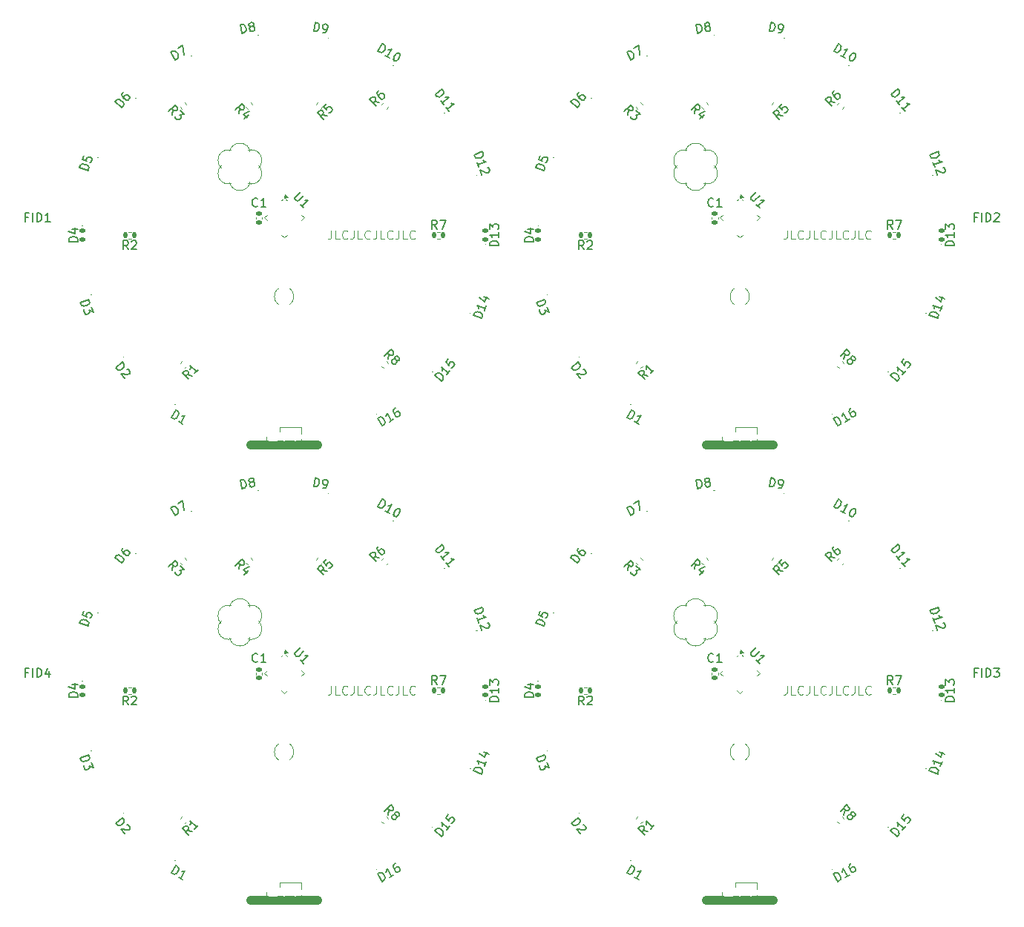
<source format=gto>
%TF.GenerationSoftware,KiCad,Pcbnew,9.0.0*%
%TF.CreationDate,2025-02-27T10:20:03-06:00*%
%TF.ProjectId,reverse-panel,72657665-7273-4652-9d70-616e656c2e6b,rev?*%
%TF.SameCoordinates,Original*%
%TF.FileFunction,Legend,Top*%
%TF.FilePolarity,Positive*%
%FSLAX46Y46*%
G04 Gerber Fmt 4.6, Leading zero omitted, Abs format (unit mm)*
G04 Created by KiCad (PCBNEW 9.0.0) date 2025-02-27 10:20:03*
%MOMM*%
%LPD*%
G01*
G04 APERTURE LIST*
G04 Aperture macros list*
%AMRoundRect*
0 Rectangle with rounded corners*
0 $1 Rounding radius*
0 $2 $3 $4 $5 $6 $7 $8 $9 X,Y pos of 4 corners*
0 Add a 4 corners polygon primitive as box body*
4,1,4,$2,$3,$4,$5,$6,$7,$8,$9,$2,$3,0*
0 Add four circle primitives for the rounded corners*
1,1,$1+$1,$2,$3*
1,1,$1+$1,$4,$5*
1,1,$1+$1,$6,$7*
1,1,$1+$1,$8,$9*
0 Add four rect primitives between the rounded corners*
20,1,$1+$1,$2,$3,$4,$5,0*
20,1,$1+$1,$4,$5,$6,$7,0*
20,1,$1+$1,$6,$7,$8,$9,0*
20,1,$1+$1,$8,$9,$2,$3,0*%
%AMRotRect*
0 Rectangle, with rotation*
0 The origin of the aperture is its center*
0 $1 length*
0 $2 width*
0 $3 Rotation angle, in degrees counterclockwise*
0 Add horizontal line*
21,1,$1,$2,0,0,$3*%
G04 Aperture macros list end*
%ADD10C,0.100000*%
%ADD11C,0.150000*%
%ADD12C,1.000000*%
%ADD13C,0.120000*%
%ADD14C,2.296000*%
%ADD15C,1.448000*%
%ADD16C,2.000000*%
%ADD17RoundRect,0.135000X0.226274X0.035355X0.035355X0.226274X-0.226274X-0.035355X-0.035355X-0.226274X0*%
%ADD18RoundRect,0.135000X-0.035355X0.226274X-0.226274X0.035355X0.035355X-0.226274X0.226274X-0.035355X0*%
%ADD19RoundRect,0.147500X-0.037331X0.223872X-0.226954X-0.002111X0.037331X-0.223872X0.226954X0.002111X0*%
%ADD20RoundRect,0.135000X0.035355X-0.226274X0.226274X-0.035355X-0.035355X0.226274X-0.226274X0.035355X0*%
%ADD21RoundRect,0.147500X0.213989X0.075639X-0.041489X0.223139X-0.213989X-0.075639X0.041489X-0.223139X0*%
%ADD22C,0.300000*%
%ADD23RoundRect,0.147500X-0.213989X-0.075639X0.041489X-0.223139X0.213989X0.075639X-0.041489X0.223139X0*%
%ADD24RoundRect,0.135000X-0.226274X-0.035355X-0.035355X-0.226274X0.226274X0.035355X0.035355X0.226274X0*%
%ADD25C,10.000000*%
%ADD26C,4.000000*%
%ADD27RoundRect,0.147500X-0.172500X0.147500X-0.172500X-0.147500X0.172500X-0.147500X0.172500X0.147500X0*%
%ADD28RoundRect,0.147500X-0.226954X0.002111X-0.037331X-0.223872X0.226954X-0.002111X0.037331X0.223872X0*%
%ADD29RoundRect,0.147500X0.041489X0.223139X-0.213989X0.075639X-0.041489X-0.223139X0.213989X-0.075639X0*%
%ADD30C,1.600000*%
%ADD31R,1.000000X1.000000*%
%ADD32O,1.000000X1.000000*%
%ADD33RoundRect,0.135000X-0.135000X-0.185000X0.135000X-0.185000X0.135000X0.185000X-0.135000X0.185000X0*%
%ADD34RoundRect,0.147500X0.226954X-0.002111X0.037331X0.223872X-0.226954X0.002111X-0.037331X-0.223872X0*%
%ADD35RoundRect,0.147500X0.212545X-0.079606X0.111649X0.197603X-0.212545X0.079606X-0.111649X-0.197603X0*%
%ADD36RoundRect,0.147500X0.172500X-0.147500X0.172500X0.147500X-0.172500X0.147500X-0.172500X-0.147500X0*%
%ADD37RoundRect,0.147500X-0.041489X-0.223139X0.213989X-0.075639X0.041489X0.223139X-0.213989X0.075639X0*%
%ADD38RoundRect,0.147500X-0.212545X0.079606X-0.111649X-0.197603X0.212545X-0.079606X0.111649X0.197603X0*%
%ADD39RoundRect,0.147500X-0.111649X0.197603X-0.212545X-0.079606X0.111649X-0.197603X0.212545X0.079606X0*%
%ADD40RoundRect,0.140000X0.170000X-0.140000X0.170000X0.140000X-0.170000X0.140000X-0.170000X-0.140000X0*%
%ADD41RoundRect,0.050000X-0.300520X0.229810X0.229810X-0.300520X0.300520X-0.229810X-0.229810X0.300520X0*%
%ADD42RoundRect,0.050000X-0.300520X-0.229810X-0.229810X-0.300520X0.300520X0.229810X0.229810X0.300520X0*%
%ADD43RotRect,1.650000X1.650000X315.000000*%
%ADD44O,1.200000X4.200000*%
%ADD45RoundRect,0.135000X0.135000X0.185000X-0.135000X0.185000X-0.135000X-0.185000X0.135000X-0.185000X0*%
%ADD46RoundRect,0.147500X0.115305X0.195492X-0.175213X0.144266X-0.115305X-0.195492X0.175213X-0.144266X0*%
%ADD47RoundRect,0.147500X0.175213X0.144266X-0.115305X0.195492X-0.175213X-0.144266X0.115305X-0.195492X0*%
%ADD48RoundRect,0.147500X0.037331X-0.223872X0.226954X0.002111X-0.037331X0.223872X-0.226954X-0.002111X0*%
%ADD49RoundRect,0.147500X0.111649X-0.197603X0.212545X0.079606X-0.111649X0.197603X-0.212545X-0.079606X0*%
G04 APERTURE END LIST*
D10*
X55380951Y-101457419D02*
X55380951Y-102171704D01*
X55380951Y-102171704D02*
X55333332Y-102314561D01*
X55333332Y-102314561D02*
X55238094Y-102409800D01*
X55238094Y-102409800D02*
X55095237Y-102457419D01*
X55095237Y-102457419D02*
X54999999Y-102457419D01*
X56333332Y-102457419D02*
X55857142Y-102457419D01*
X55857142Y-102457419D02*
X55857142Y-101457419D01*
X57238094Y-102362180D02*
X57190475Y-102409800D01*
X57190475Y-102409800D02*
X57047618Y-102457419D01*
X57047618Y-102457419D02*
X56952380Y-102457419D01*
X56952380Y-102457419D02*
X56809523Y-102409800D01*
X56809523Y-102409800D02*
X56714285Y-102314561D01*
X56714285Y-102314561D02*
X56666666Y-102219323D01*
X56666666Y-102219323D02*
X56619047Y-102028847D01*
X56619047Y-102028847D02*
X56619047Y-101885990D01*
X56619047Y-101885990D02*
X56666666Y-101695514D01*
X56666666Y-101695514D02*
X56714285Y-101600276D01*
X56714285Y-101600276D02*
X56809523Y-101505038D01*
X56809523Y-101505038D02*
X56952380Y-101457419D01*
X56952380Y-101457419D02*
X57047618Y-101457419D01*
X57047618Y-101457419D02*
X57190475Y-101505038D01*
X57190475Y-101505038D02*
X57238094Y-101552657D01*
X57952380Y-101457419D02*
X57952380Y-102171704D01*
X57952380Y-102171704D02*
X57904761Y-102314561D01*
X57904761Y-102314561D02*
X57809523Y-102409800D01*
X57809523Y-102409800D02*
X57666666Y-102457419D01*
X57666666Y-102457419D02*
X57571428Y-102457419D01*
X58904761Y-102457419D02*
X58428571Y-102457419D01*
X58428571Y-102457419D02*
X58428571Y-101457419D01*
X59809523Y-102362180D02*
X59761904Y-102409800D01*
X59761904Y-102409800D02*
X59619047Y-102457419D01*
X59619047Y-102457419D02*
X59523809Y-102457419D01*
X59523809Y-102457419D02*
X59380952Y-102409800D01*
X59380952Y-102409800D02*
X59285714Y-102314561D01*
X59285714Y-102314561D02*
X59238095Y-102219323D01*
X59238095Y-102219323D02*
X59190476Y-102028847D01*
X59190476Y-102028847D02*
X59190476Y-101885990D01*
X59190476Y-101885990D02*
X59238095Y-101695514D01*
X59238095Y-101695514D02*
X59285714Y-101600276D01*
X59285714Y-101600276D02*
X59380952Y-101505038D01*
X59380952Y-101505038D02*
X59523809Y-101457419D01*
X59523809Y-101457419D02*
X59619047Y-101457419D01*
X59619047Y-101457419D02*
X59761904Y-101505038D01*
X59761904Y-101505038D02*
X59809523Y-101552657D01*
X60523809Y-101457419D02*
X60523809Y-102171704D01*
X60523809Y-102171704D02*
X60476190Y-102314561D01*
X60476190Y-102314561D02*
X60380952Y-102409800D01*
X60380952Y-102409800D02*
X60238095Y-102457419D01*
X60238095Y-102457419D02*
X60142857Y-102457419D01*
X61476190Y-102457419D02*
X61000000Y-102457419D01*
X61000000Y-102457419D02*
X61000000Y-101457419D01*
X62380952Y-102362180D02*
X62333333Y-102409800D01*
X62333333Y-102409800D02*
X62190476Y-102457419D01*
X62190476Y-102457419D02*
X62095238Y-102457419D01*
X62095238Y-102457419D02*
X61952381Y-102409800D01*
X61952381Y-102409800D02*
X61857143Y-102314561D01*
X61857143Y-102314561D02*
X61809524Y-102219323D01*
X61809524Y-102219323D02*
X61761905Y-102028847D01*
X61761905Y-102028847D02*
X61761905Y-101885990D01*
X61761905Y-101885990D02*
X61809524Y-101695514D01*
X61809524Y-101695514D02*
X61857143Y-101600276D01*
X61857143Y-101600276D02*
X61952381Y-101505038D01*
X61952381Y-101505038D02*
X62095238Y-101457419D01*
X62095238Y-101457419D02*
X62190476Y-101457419D01*
X62190476Y-101457419D02*
X62333333Y-101505038D01*
X62333333Y-101505038D02*
X62380952Y-101552657D01*
X63095238Y-101457419D02*
X63095238Y-102171704D01*
X63095238Y-102171704D02*
X63047619Y-102314561D01*
X63047619Y-102314561D02*
X62952381Y-102409800D01*
X62952381Y-102409800D02*
X62809524Y-102457419D01*
X62809524Y-102457419D02*
X62714286Y-102457419D01*
X64047619Y-102457419D02*
X63571429Y-102457419D01*
X63571429Y-102457419D02*
X63571429Y-101457419D01*
X64952381Y-102362180D02*
X64904762Y-102409800D01*
X64904762Y-102409800D02*
X64761905Y-102457419D01*
X64761905Y-102457419D02*
X64666667Y-102457419D01*
X64666667Y-102457419D02*
X64523810Y-102409800D01*
X64523810Y-102409800D02*
X64428572Y-102314561D01*
X64428572Y-102314561D02*
X64380953Y-102219323D01*
X64380953Y-102219323D02*
X64333334Y-102028847D01*
X64333334Y-102028847D02*
X64333334Y-101885990D01*
X64333334Y-101885990D02*
X64380953Y-101695514D01*
X64380953Y-101695514D02*
X64428572Y-101600276D01*
X64428572Y-101600276D02*
X64523810Y-101505038D01*
X64523810Y-101505038D02*
X64666667Y-101457419D01*
X64666667Y-101457419D02*
X64761905Y-101457419D01*
X64761905Y-101457419D02*
X64904762Y-101505038D01*
X64904762Y-101505038D02*
X64952381Y-101552657D01*
X107380951Y-101457419D02*
X107380951Y-102171704D01*
X107380951Y-102171704D02*
X107333332Y-102314561D01*
X107333332Y-102314561D02*
X107238094Y-102409800D01*
X107238094Y-102409800D02*
X107095237Y-102457419D01*
X107095237Y-102457419D02*
X106999999Y-102457419D01*
X108333332Y-102457419D02*
X107857142Y-102457419D01*
X107857142Y-102457419D02*
X107857142Y-101457419D01*
X109238094Y-102362180D02*
X109190475Y-102409800D01*
X109190475Y-102409800D02*
X109047618Y-102457419D01*
X109047618Y-102457419D02*
X108952380Y-102457419D01*
X108952380Y-102457419D02*
X108809523Y-102409800D01*
X108809523Y-102409800D02*
X108714285Y-102314561D01*
X108714285Y-102314561D02*
X108666666Y-102219323D01*
X108666666Y-102219323D02*
X108619047Y-102028847D01*
X108619047Y-102028847D02*
X108619047Y-101885990D01*
X108619047Y-101885990D02*
X108666666Y-101695514D01*
X108666666Y-101695514D02*
X108714285Y-101600276D01*
X108714285Y-101600276D02*
X108809523Y-101505038D01*
X108809523Y-101505038D02*
X108952380Y-101457419D01*
X108952380Y-101457419D02*
X109047618Y-101457419D01*
X109047618Y-101457419D02*
X109190475Y-101505038D01*
X109190475Y-101505038D02*
X109238094Y-101552657D01*
X109952380Y-101457419D02*
X109952380Y-102171704D01*
X109952380Y-102171704D02*
X109904761Y-102314561D01*
X109904761Y-102314561D02*
X109809523Y-102409800D01*
X109809523Y-102409800D02*
X109666666Y-102457419D01*
X109666666Y-102457419D02*
X109571428Y-102457419D01*
X110904761Y-102457419D02*
X110428571Y-102457419D01*
X110428571Y-102457419D02*
X110428571Y-101457419D01*
X111809523Y-102362180D02*
X111761904Y-102409800D01*
X111761904Y-102409800D02*
X111619047Y-102457419D01*
X111619047Y-102457419D02*
X111523809Y-102457419D01*
X111523809Y-102457419D02*
X111380952Y-102409800D01*
X111380952Y-102409800D02*
X111285714Y-102314561D01*
X111285714Y-102314561D02*
X111238095Y-102219323D01*
X111238095Y-102219323D02*
X111190476Y-102028847D01*
X111190476Y-102028847D02*
X111190476Y-101885990D01*
X111190476Y-101885990D02*
X111238095Y-101695514D01*
X111238095Y-101695514D02*
X111285714Y-101600276D01*
X111285714Y-101600276D02*
X111380952Y-101505038D01*
X111380952Y-101505038D02*
X111523809Y-101457419D01*
X111523809Y-101457419D02*
X111619047Y-101457419D01*
X111619047Y-101457419D02*
X111761904Y-101505038D01*
X111761904Y-101505038D02*
X111809523Y-101552657D01*
X112523809Y-101457419D02*
X112523809Y-102171704D01*
X112523809Y-102171704D02*
X112476190Y-102314561D01*
X112476190Y-102314561D02*
X112380952Y-102409800D01*
X112380952Y-102409800D02*
X112238095Y-102457419D01*
X112238095Y-102457419D02*
X112142857Y-102457419D01*
X113476190Y-102457419D02*
X113000000Y-102457419D01*
X113000000Y-102457419D02*
X113000000Y-101457419D01*
X114380952Y-102362180D02*
X114333333Y-102409800D01*
X114333333Y-102409800D02*
X114190476Y-102457419D01*
X114190476Y-102457419D02*
X114095238Y-102457419D01*
X114095238Y-102457419D02*
X113952381Y-102409800D01*
X113952381Y-102409800D02*
X113857143Y-102314561D01*
X113857143Y-102314561D02*
X113809524Y-102219323D01*
X113809524Y-102219323D02*
X113761905Y-102028847D01*
X113761905Y-102028847D02*
X113761905Y-101885990D01*
X113761905Y-101885990D02*
X113809524Y-101695514D01*
X113809524Y-101695514D02*
X113857143Y-101600276D01*
X113857143Y-101600276D02*
X113952381Y-101505038D01*
X113952381Y-101505038D02*
X114095238Y-101457419D01*
X114095238Y-101457419D02*
X114190476Y-101457419D01*
X114190476Y-101457419D02*
X114333333Y-101505038D01*
X114333333Y-101505038D02*
X114380952Y-101552657D01*
X115095238Y-101457419D02*
X115095238Y-102171704D01*
X115095238Y-102171704D02*
X115047619Y-102314561D01*
X115047619Y-102314561D02*
X114952381Y-102409800D01*
X114952381Y-102409800D02*
X114809524Y-102457419D01*
X114809524Y-102457419D02*
X114714286Y-102457419D01*
X116047619Y-102457419D02*
X115571429Y-102457419D01*
X115571429Y-102457419D02*
X115571429Y-101457419D01*
X116952381Y-102362180D02*
X116904762Y-102409800D01*
X116904762Y-102409800D02*
X116761905Y-102457419D01*
X116761905Y-102457419D02*
X116666667Y-102457419D01*
X116666667Y-102457419D02*
X116523810Y-102409800D01*
X116523810Y-102409800D02*
X116428572Y-102314561D01*
X116428572Y-102314561D02*
X116380953Y-102219323D01*
X116380953Y-102219323D02*
X116333334Y-102028847D01*
X116333334Y-102028847D02*
X116333334Y-101885990D01*
X116333334Y-101885990D02*
X116380953Y-101695514D01*
X116380953Y-101695514D02*
X116428572Y-101600276D01*
X116428572Y-101600276D02*
X116523810Y-101505038D01*
X116523810Y-101505038D02*
X116666667Y-101457419D01*
X116666667Y-101457419D02*
X116761905Y-101457419D01*
X116761905Y-101457419D02*
X116904762Y-101505038D01*
X116904762Y-101505038D02*
X116952381Y-101552657D01*
X55380951Y-49457419D02*
X55380951Y-50171704D01*
X55380951Y-50171704D02*
X55333332Y-50314561D01*
X55333332Y-50314561D02*
X55238094Y-50409800D01*
X55238094Y-50409800D02*
X55095237Y-50457419D01*
X55095237Y-50457419D02*
X54999999Y-50457419D01*
X56333332Y-50457419D02*
X55857142Y-50457419D01*
X55857142Y-50457419D02*
X55857142Y-49457419D01*
X57238094Y-50362180D02*
X57190475Y-50409800D01*
X57190475Y-50409800D02*
X57047618Y-50457419D01*
X57047618Y-50457419D02*
X56952380Y-50457419D01*
X56952380Y-50457419D02*
X56809523Y-50409800D01*
X56809523Y-50409800D02*
X56714285Y-50314561D01*
X56714285Y-50314561D02*
X56666666Y-50219323D01*
X56666666Y-50219323D02*
X56619047Y-50028847D01*
X56619047Y-50028847D02*
X56619047Y-49885990D01*
X56619047Y-49885990D02*
X56666666Y-49695514D01*
X56666666Y-49695514D02*
X56714285Y-49600276D01*
X56714285Y-49600276D02*
X56809523Y-49505038D01*
X56809523Y-49505038D02*
X56952380Y-49457419D01*
X56952380Y-49457419D02*
X57047618Y-49457419D01*
X57047618Y-49457419D02*
X57190475Y-49505038D01*
X57190475Y-49505038D02*
X57238094Y-49552657D01*
X57952380Y-49457419D02*
X57952380Y-50171704D01*
X57952380Y-50171704D02*
X57904761Y-50314561D01*
X57904761Y-50314561D02*
X57809523Y-50409800D01*
X57809523Y-50409800D02*
X57666666Y-50457419D01*
X57666666Y-50457419D02*
X57571428Y-50457419D01*
X58904761Y-50457419D02*
X58428571Y-50457419D01*
X58428571Y-50457419D02*
X58428571Y-49457419D01*
X59809523Y-50362180D02*
X59761904Y-50409800D01*
X59761904Y-50409800D02*
X59619047Y-50457419D01*
X59619047Y-50457419D02*
X59523809Y-50457419D01*
X59523809Y-50457419D02*
X59380952Y-50409800D01*
X59380952Y-50409800D02*
X59285714Y-50314561D01*
X59285714Y-50314561D02*
X59238095Y-50219323D01*
X59238095Y-50219323D02*
X59190476Y-50028847D01*
X59190476Y-50028847D02*
X59190476Y-49885990D01*
X59190476Y-49885990D02*
X59238095Y-49695514D01*
X59238095Y-49695514D02*
X59285714Y-49600276D01*
X59285714Y-49600276D02*
X59380952Y-49505038D01*
X59380952Y-49505038D02*
X59523809Y-49457419D01*
X59523809Y-49457419D02*
X59619047Y-49457419D01*
X59619047Y-49457419D02*
X59761904Y-49505038D01*
X59761904Y-49505038D02*
X59809523Y-49552657D01*
X60523809Y-49457419D02*
X60523809Y-50171704D01*
X60523809Y-50171704D02*
X60476190Y-50314561D01*
X60476190Y-50314561D02*
X60380952Y-50409800D01*
X60380952Y-50409800D02*
X60238095Y-50457419D01*
X60238095Y-50457419D02*
X60142857Y-50457419D01*
X61476190Y-50457419D02*
X61000000Y-50457419D01*
X61000000Y-50457419D02*
X61000000Y-49457419D01*
X62380952Y-50362180D02*
X62333333Y-50409800D01*
X62333333Y-50409800D02*
X62190476Y-50457419D01*
X62190476Y-50457419D02*
X62095238Y-50457419D01*
X62095238Y-50457419D02*
X61952381Y-50409800D01*
X61952381Y-50409800D02*
X61857143Y-50314561D01*
X61857143Y-50314561D02*
X61809524Y-50219323D01*
X61809524Y-50219323D02*
X61761905Y-50028847D01*
X61761905Y-50028847D02*
X61761905Y-49885990D01*
X61761905Y-49885990D02*
X61809524Y-49695514D01*
X61809524Y-49695514D02*
X61857143Y-49600276D01*
X61857143Y-49600276D02*
X61952381Y-49505038D01*
X61952381Y-49505038D02*
X62095238Y-49457419D01*
X62095238Y-49457419D02*
X62190476Y-49457419D01*
X62190476Y-49457419D02*
X62333333Y-49505038D01*
X62333333Y-49505038D02*
X62380952Y-49552657D01*
X63095238Y-49457419D02*
X63095238Y-50171704D01*
X63095238Y-50171704D02*
X63047619Y-50314561D01*
X63047619Y-50314561D02*
X62952381Y-50409800D01*
X62952381Y-50409800D02*
X62809524Y-50457419D01*
X62809524Y-50457419D02*
X62714286Y-50457419D01*
X64047619Y-50457419D02*
X63571429Y-50457419D01*
X63571429Y-50457419D02*
X63571429Y-49457419D01*
X64952381Y-50362180D02*
X64904762Y-50409800D01*
X64904762Y-50409800D02*
X64761905Y-50457419D01*
X64761905Y-50457419D02*
X64666667Y-50457419D01*
X64666667Y-50457419D02*
X64523810Y-50409800D01*
X64523810Y-50409800D02*
X64428572Y-50314561D01*
X64428572Y-50314561D02*
X64380953Y-50219323D01*
X64380953Y-50219323D02*
X64333334Y-50028847D01*
X64333334Y-50028847D02*
X64333334Y-49885990D01*
X64333334Y-49885990D02*
X64380953Y-49695514D01*
X64380953Y-49695514D02*
X64428572Y-49600276D01*
X64428572Y-49600276D02*
X64523810Y-49505038D01*
X64523810Y-49505038D02*
X64666667Y-49457419D01*
X64666667Y-49457419D02*
X64761905Y-49457419D01*
X64761905Y-49457419D02*
X64904762Y-49505038D01*
X64904762Y-49505038D02*
X64952381Y-49552657D01*
X107380951Y-49457419D02*
X107380951Y-50171704D01*
X107380951Y-50171704D02*
X107333332Y-50314561D01*
X107333332Y-50314561D02*
X107238094Y-50409800D01*
X107238094Y-50409800D02*
X107095237Y-50457419D01*
X107095237Y-50457419D02*
X106999999Y-50457419D01*
X108333332Y-50457419D02*
X107857142Y-50457419D01*
X107857142Y-50457419D02*
X107857142Y-49457419D01*
X109238094Y-50362180D02*
X109190475Y-50409800D01*
X109190475Y-50409800D02*
X109047618Y-50457419D01*
X109047618Y-50457419D02*
X108952380Y-50457419D01*
X108952380Y-50457419D02*
X108809523Y-50409800D01*
X108809523Y-50409800D02*
X108714285Y-50314561D01*
X108714285Y-50314561D02*
X108666666Y-50219323D01*
X108666666Y-50219323D02*
X108619047Y-50028847D01*
X108619047Y-50028847D02*
X108619047Y-49885990D01*
X108619047Y-49885990D02*
X108666666Y-49695514D01*
X108666666Y-49695514D02*
X108714285Y-49600276D01*
X108714285Y-49600276D02*
X108809523Y-49505038D01*
X108809523Y-49505038D02*
X108952380Y-49457419D01*
X108952380Y-49457419D02*
X109047618Y-49457419D01*
X109047618Y-49457419D02*
X109190475Y-49505038D01*
X109190475Y-49505038D02*
X109238094Y-49552657D01*
X109952380Y-49457419D02*
X109952380Y-50171704D01*
X109952380Y-50171704D02*
X109904761Y-50314561D01*
X109904761Y-50314561D02*
X109809523Y-50409800D01*
X109809523Y-50409800D02*
X109666666Y-50457419D01*
X109666666Y-50457419D02*
X109571428Y-50457419D01*
X110904761Y-50457419D02*
X110428571Y-50457419D01*
X110428571Y-50457419D02*
X110428571Y-49457419D01*
X111809523Y-50362180D02*
X111761904Y-50409800D01*
X111761904Y-50409800D02*
X111619047Y-50457419D01*
X111619047Y-50457419D02*
X111523809Y-50457419D01*
X111523809Y-50457419D02*
X111380952Y-50409800D01*
X111380952Y-50409800D02*
X111285714Y-50314561D01*
X111285714Y-50314561D02*
X111238095Y-50219323D01*
X111238095Y-50219323D02*
X111190476Y-50028847D01*
X111190476Y-50028847D02*
X111190476Y-49885990D01*
X111190476Y-49885990D02*
X111238095Y-49695514D01*
X111238095Y-49695514D02*
X111285714Y-49600276D01*
X111285714Y-49600276D02*
X111380952Y-49505038D01*
X111380952Y-49505038D02*
X111523809Y-49457419D01*
X111523809Y-49457419D02*
X111619047Y-49457419D01*
X111619047Y-49457419D02*
X111761904Y-49505038D01*
X111761904Y-49505038D02*
X111809523Y-49552657D01*
X112523809Y-49457419D02*
X112523809Y-50171704D01*
X112523809Y-50171704D02*
X112476190Y-50314561D01*
X112476190Y-50314561D02*
X112380952Y-50409800D01*
X112380952Y-50409800D02*
X112238095Y-50457419D01*
X112238095Y-50457419D02*
X112142857Y-50457419D01*
X113476190Y-50457419D02*
X113000000Y-50457419D01*
X113000000Y-50457419D02*
X113000000Y-49457419D01*
X114380952Y-50362180D02*
X114333333Y-50409800D01*
X114333333Y-50409800D02*
X114190476Y-50457419D01*
X114190476Y-50457419D02*
X114095238Y-50457419D01*
X114095238Y-50457419D02*
X113952381Y-50409800D01*
X113952381Y-50409800D02*
X113857143Y-50314561D01*
X113857143Y-50314561D02*
X113809524Y-50219323D01*
X113809524Y-50219323D02*
X113761905Y-50028847D01*
X113761905Y-50028847D02*
X113761905Y-49885990D01*
X113761905Y-49885990D02*
X113809524Y-49695514D01*
X113809524Y-49695514D02*
X113857143Y-49600276D01*
X113857143Y-49600276D02*
X113952381Y-49505038D01*
X113952381Y-49505038D02*
X114095238Y-49457419D01*
X114095238Y-49457419D02*
X114190476Y-49457419D01*
X114190476Y-49457419D02*
X114333333Y-49505038D01*
X114333333Y-49505038D02*
X114380952Y-49552657D01*
X115095238Y-49457419D02*
X115095238Y-50171704D01*
X115095238Y-50171704D02*
X115047619Y-50314561D01*
X115047619Y-50314561D02*
X114952381Y-50409800D01*
X114952381Y-50409800D02*
X114809524Y-50457419D01*
X114809524Y-50457419D02*
X114714286Y-50457419D01*
X116047619Y-50457419D02*
X115571429Y-50457419D01*
X115571429Y-50457419D02*
X115571429Y-49457419D01*
X116952381Y-50362180D02*
X116904762Y-50409800D01*
X116904762Y-50409800D02*
X116761905Y-50457419D01*
X116761905Y-50457419D02*
X116666667Y-50457419D01*
X116666667Y-50457419D02*
X116523810Y-50409800D01*
X116523810Y-50409800D02*
X116428572Y-50314561D01*
X116428572Y-50314561D02*
X116380953Y-50219323D01*
X116380953Y-50219323D02*
X116333334Y-50028847D01*
X116333334Y-50028847D02*
X116333334Y-49885990D01*
X116333334Y-49885990D02*
X116380953Y-49695514D01*
X116380953Y-49695514D02*
X116428572Y-49600276D01*
X116428572Y-49600276D02*
X116523810Y-49505038D01*
X116523810Y-49505038D02*
X116666667Y-49457419D01*
X116666667Y-49457419D02*
X116761905Y-49457419D01*
X116761905Y-49457419D02*
X116904762Y-49505038D01*
X116904762Y-49505038D02*
X116952381Y-49552657D01*
D11*
X129078571Y-47931009D02*
X128745238Y-47931009D01*
X128745238Y-48454819D02*
X128745238Y-47454819D01*
X128745238Y-47454819D02*
X129221428Y-47454819D01*
X129602381Y-48454819D02*
X129602381Y-47454819D01*
X130078571Y-48454819D02*
X130078571Y-47454819D01*
X130078571Y-47454819D02*
X130316666Y-47454819D01*
X130316666Y-47454819D02*
X130459523Y-47502438D01*
X130459523Y-47502438D02*
X130554761Y-47597676D01*
X130554761Y-47597676D02*
X130602380Y-47692914D01*
X130602380Y-47692914D02*
X130649999Y-47883390D01*
X130649999Y-47883390D02*
X130649999Y-48026247D01*
X130649999Y-48026247D02*
X130602380Y-48216723D01*
X130602380Y-48216723D02*
X130554761Y-48311961D01*
X130554761Y-48311961D02*
X130459523Y-48407200D01*
X130459523Y-48407200D02*
X130316666Y-48454819D01*
X130316666Y-48454819D02*
X130078571Y-48454819D01*
X131030952Y-47550057D02*
X131078571Y-47502438D01*
X131078571Y-47502438D02*
X131173809Y-47454819D01*
X131173809Y-47454819D02*
X131411904Y-47454819D01*
X131411904Y-47454819D02*
X131507142Y-47502438D01*
X131507142Y-47502438D02*
X131554761Y-47550057D01*
X131554761Y-47550057D02*
X131602380Y-47645295D01*
X131602380Y-47645295D02*
X131602380Y-47740533D01*
X131602380Y-47740533D02*
X131554761Y-47883390D01*
X131554761Y-47883390D02*
X130983333Y-48454819D01*
X130983333Y-48454819D02*
X131602380Y-48454819D01*
X129078571Y-99931009D02*
X128745238Y-99931009D01*
X128745238Y-100454819D02*
X128745238Y-99454819D01*
X128745238Y-99454819D02*
X129221428Y-99454819D01*
X129602381Y-100454819D02*
X129602381Y-99454819D01*
X130078571Y-100454819D02*
X130078571Y-99454819D01*
X130078571Y-99454819D02*
X130316666Y-99454819D01*
X130316666Y-99454819D02*
X130459523Y-99502438D01*
X130459523Y-99502438D02*
X130554761Y-99597676D01*
X130554761Y-99597676D02*
X130602380Y-99692914D01*
X130602380Y-99692914D02*
X130649999Y-99883390D01*
X130649999Y-99883390D02*
X130649999Y-100026247D01*
X130649999Y-100026247D02*
X130602380Y-100216723D01*
X130602380Y-100216723D02*
X130554761Y-100311961D01*
X130554761Y-100311961D02*
X130459523Y-100407200D01*
X130459523Y-100407200D02*
X130316666Y-100454819D01*
X130316666Y-100454819D02*
X130078571Y-100454819D01*
X130983333Y-99454819D02*
X131602380Y-99454819D01*
X131602380Y-99454819D02*
X131269047Y-99835771D01*
X131269047Y-99835771D02*
X131411904Y-99835771D01*
X131411904Y-99835771D02*
X131507142Y-99883390D01*
X131507142Y-99883390D02*
X131554761Y-99931009D01*
X131554761Y-99931009D02*
X131602380Y-100026247D01*
X131602380Y-100026247D02*
X131602380Y-100264342D01*
X131602380Y-100264342D02*
X131554761Y-100359580D01*
X131554761Y-100359580D02*
X131507142Y-100407200D01*
X131507142Y-100407200D02*
X131411904Y-100454819D01*
X131411904Y-100454819D02*
X131126190Y-100454819D01*
X131126190Y-100454819D02*
X131030952Y-100407200D01*
X131030952Y-100407200D02*
X130983333Y-100359580D01*
X20778571Y-99931009D02*
X20445238Y-99931009D01*
X20445238Y-100454819D02*
X20445238Y-99454819D01*
X20445238Y-99454819D02*
X20921428Y-99454819D01*
X21302381Y-100454819D02*
X21302381Y-99454819D01*
X21778571Y-100454819D02*
X21778571Y-99454819D01*
X21778571Y-99454819D02*
X22016666Y-99454819D01*
X22016666Y-99454819D02*
X22159523Y-99502438D01*
X22159523Y-99502438D02*
X22254761Y-99597676D01*
X22254761Y-99597676D02*
X22302380Y-99692914D01*
X22302380Y-99692914D02*
X22349999Y-99883390D01*
X22349999Y-99883390D02*
X22349999Y-100026247D01*
X22349999Y-100026247D02*
X22302380Y-100216723D01*
X22302380Y-100216723D02*
X22254761Y-100311961D01*
X22254761Y-100311961D02*
X22159523Y-100407200D01*
X22159523Y-100407200D02*
X22016666Y-100454819D01*
X22016666Y-100454819D02*
X21778571Y-100454819D01*
X23207142Y-99788152D02*
X23207142Y-100454819D01*
X22969047Y-99407200D02*
X22730952Y-100121485D01*
X22730952Y-100121485D02*
X23349999Y-100121485D01*
X20778571Y-47931009D02*
X20445238Y-47931009D01*
X20445238Y-48454819D02*
X20445238Y-47454819D01*
X20445238Y-47454819D02*
X20921428Y-47454819D01*
X21302381Y-48454819D02*
X21302381Y-47454819D01*
X21778571Y-48454819D02*
X21778571Y-47454819D01*
X21778571Y-47454819D02*
X22016666Y-47454819D01*
X22016666Y-47454819D02*
X22159523Y-47502438D01*
X22159523Y-47502438D02*
X22254761Y-47597676D01*
X22254761Y-47597676D02*
X22302380Y-47692914D01*
X22302380Y-47692914D02*
X22349999Y-47883390D01*
X22349999Y-47883390D02*
X22349999Y-48026247D01*
X22349999Y-48026247D02*
X22302380Y-48216723D01*
X22302380Y-48216723D02*
X22254761Y-48311961D01*
X22254761Y-48311961D02*
X22159523Y-48407200D01*
X22159523Y-48407200D02*
X22016666Y-48454819D01*
X22016666Y-48454819D02*
X21778571Y-48454819D01*
X23302380Y-48454819D02*
X22730952Y-48454819D01*
X23016666Y-48454819D02*
X23016666Y-47454819D01*
X23016666Y-47454819D02*
X22921428Y-47597676D01*
X22921428Y-47597676D02*
X22826190Y-47692914D01*
X22826190Y-47692914D02*
X22730952Y-47740533D01*
X37233228Y-88246953D02*
X37334243Y-87674534D01*
X36829167Y-87842892D02*
X37536274Y-87135786D01*
X37536274Y-87135786D02*
X37805648Y-87405160D01*
X37805648Y-87405160D02*
X37839320Y-87506175D01*
X37839320Y-87506175D02*
X37839320Y-87573518D01*
X37839320Y-87573518D02*
X37805648Y-87674534D01*
X37805648Y-87674534D02*
X37704633Y-87775549D01*
X37704633Y-87775549D02*
X37603617Y-87809221D01*
X37603617Y-87809221D02*
X37536274Y-87809221D01*
X37536274Y-87809221D02*
X37435259Y-87775549D01*
X37435259Y-87775549D02*
X37165885Y-87506175D01*
X38176037Y-87775549D02*
X38613770Y-88213282D01*
X38613770Y-88213282D02*
X38108694Y-88246953D01*
X38108694Y-88246953D02*
X38209709Y-88347969D01*
X38209709Y-88347969D02*
X38243381Y-88448984D01*
X38243381Y-88448984D02*
X38243381Y-88516327D01*
X38243381Y-88516327D02*
X38209709Y-88617343D01*
X38209709Y-88617343D02*
X38041350Y-88785701D01*
X38041350Y-88785701D02*
X37940335Y-88819373D01*
X37940335Y-88819373D02*
X37872991Y-88819373D01*
X37872991Y-88819373D02*
X37771976Y-88785701D01*
X37771976Y-88785701D02*
X37569946Y-88583671D01*
X37569946Y-88583671D02*
X37536274Y-88482656D01*
X37536274Y-88482656D02*
X37536274Y-88415312D01*
X91531069Y-118050886D02*
X90958650Y-117949871D01*
X91127008Y-118454947D02*
X90419902Y-117747840D01*
X90419902Y-117747840D02*
X90689276Y-117478466D01*
X90689276Y-117478466D02*
X90790291Y-117444794D01*
X90790291Y-117444794D02*
X90857634Y-117444794D01*
X90857634Y-117444794D02*
X90958650Y-117478466D01*
X90958650Y-117478466D02*
X91059665Y-117579481D01*
X91059665Y-117579481D02*
X91093337Y-117680497D01*
X91093337Y-117680497D02*
X91093337Y-117747840D01*
X91093337Y-117747840D02*
X91059665Y-117848855D01*
X91059665Y-117848855D02*
X90790291Y-118118229D01*
X92204504Y-117377451D02*
X91800443Y-117781512D01*
X92002474Y-117579481D02*
X91295367Y-116872375D01*
X91295367Y-116872375D02*
X91329039Y-117040733D01*
X91329039Y-117040733D02*
X91329039Y-117175420D01*
X91329039Y-117175420D02*
X91295367Y-117276436D01*
X83488906Y-35430861D02*
X82722861Y-34788073D01*
X82722861Y-34788073D02*
X82875906Y-34605682D01*
X82875906Y-34605682D02*
X83004211Y-34526856D01*
X83004211Y-34526856D02*
X83138386Y-34515117D01*
X83138386Y-34515117D02*
X83241951Y-34539857D01*
X83241951Y-34539857D02*
X83418473Y-34625814D01*
X83418473Y-34625814D02*
X83527908Y-34717641D01*
X83527908Y-34717641D02*
X83643213Y-34876555D01*
X83643213Y-34876555D02*
X83685560Y-34974251D01*
X83685560Y-34974251D02*
X83697299Y-35108426D01*
X83697299Y-35108426D02*
X83641951Y-35248469D01*
X83641951Y-35248469D02*
X83488906Y-35430861D01*
X83641130Y-33693724D02*
X83518694Y-33839637D01*
X83518694Y-33839637D02*
X83493954Y-33943203D01*
X83493954Y-33943203D02*
X83499824Y-34010290D01*
X83499824Y-34010290D02*
X83548041Y-34175074D01*
X83548041Y-34175074D02*
X83663345Y-34333988D01*
X83663345Y-34333988D02*
X83955171Y-34578859D01*
X83955171Y-34578859D02*
X84058737Y-34603599D01*
X84058737Y-34603599D02*
X84125824Y-34597729D01*
X84125824Y-34597729D02*
X84223520Y-34555382D01*
X84223520Y-34555382D02*
X84345956Y-34409468D01*
X84345956Y-34409468D02*
X84370696Y-34305903D01*
X84370696Y-34305903D02*
X84364826Y-34238816D01*
X84364826Y-34238816D02*
X84322479Y-34141119D01*
X84322479Y-34141119D02*
X84140087Y-33988075D01*
X84140087Y-33988075D02*
X84036522Y-33963335D01*
X84036522Y-33963335D02*
X83969434Y-33969205D01*
X83969434Y-33969205D02*
X83871738Y-34011552D01*
X83871738Y-34011552D02*
X83749302Y-34157465D01*
X83749302Y-34157465D02*
X83724563Y-34261031D01*
X83724563Y-34261031D02*
X83730432Y-34328118D01*
X83730432Y-34328118D02*
X83772780Y-34425814D01*
X54904769Y-88362447D02*
X54332350Y-88261432D01*
X54500708Y-88766508D02*
X53793602Y-88059401D01*
X53793602Y-88059401D02*
X54062976Y-87790027D01*
X54062976Y-87790027D02*
X54163991Y-87756355D01*
X54163991Y-87756355D02*
X54231334Y-87756355D01*
X54231334Y-87756355D02*
X54332350Y-87790027D01*
X54332350Y-87790027D02*
X54433365Y-87891042D01*
X54433365Y-87891042D02*
X54467037Y-87992058D01*
X54467037Y-87992058D02*
X54467037Y-88059401D01*
X54467037Y-88059401D02*
X54433365Y-88160416D01*
X54433365Y-88160416D02*
X54163991Y-88429790D01*
X54837426Y-87015577D02*
X54500708Y-87352294D01*
X54500708Y-87352294D02*
X54803754Y-87722684D01*
X54803754Y-87722684D02*
X54803754Y-87655340D01*
X54803754Y-87655340D02*
X54837426Y-87554325D01*
X54837426Y-87554325D02*
X55005785Y-87385966D01*
X55005785Y-87385966D02*
X55106800Y-87352294D01*
X55106800Y-87352294D02*
X55174143Y-87352294D01*
X55174143Y-87352294D02*
X55275159Y-87385966D01*
X55275159Y-87385966D02*
X55443517Y-87554325D01*
X55443517Y-87554325D02*
X55477189Y-87655340D01*
X55477189Y-87655340D02*
X55477189Y-87722684D01*
X55477189Y-87722684D02*
X55443517Y-87823699D01*
X55443517Y-87823699D02*
X55275159Y-87992058D01*
X55275159Y-87992058D02*
X55174143Y-88025729D01*
X55174143Y-88025729D02*
X55106800Y-88025729D01*
X112720988Y-81002131D02*
X113220988Y-80136106D01*
X113220988Y-80136106D02*
X113427184Y-80255154D01*
X113427184Y-80255154D02*
X113527093Y-80367822D01*
X113527093Y-80367822D02*
X113561952Y-80497919D01*
X113561952Y-80497919D02*
X113555572Y-80604207D01*
X113555572Y-80604207D02*
X113501574Y-80792974D01*
X113501574Y-80792974D02*
X113430145Y-80916692D01*
X113430145Y-80916692D02*
X113293668Y-81057840D01*
X113293668Y-81057840D02*
X113204809Y-81116509D01*
X113204809Y-81116509D02*
X113074712Y-81151368D01*
X113074712Y-81151368D02*
X112927184Y-81121179D01*
X112927184Y-81121179D02*
X112720988Y-81002131D01*
X114040645Y-81764036D02*
X113545774Y-81478322D01*
X113793210Y-81621179D02*
X114293210Y-80755154D01*
X114293210Y-80755154D02*
X114139302Y-80831253D01*
X114139302Y-80831253D02*
X114009205Y-80866112D01*
X114009205Y-80866112D02*
X113902917Y-80859732D01*
X115076756Y-81207535D02*
X115159235Y-81255154D01*
X115159235Y-81255154D02*
X115217904Y-81344012D01*
X115217904Y-81344012D02*
X115235334Y-81409061D01*
X115235334Y-81409061D02*
X115228954Y-81515349D01*
X115228954Y-81515349D02*
X115174955Y-81704116D01*
X115174955Y-81704116D02*
X115055908Y-81910312D01*
X115055908Y-81910312D02*
X114919430Y-82051460D01*
X114919430Y-82051460D02*
X114830572Y-82110129D01*
X114830572Y-82110129D02*
X114765523Y-82127559D01*
X114765523Y-82127559D02*
X114659235Y-82121179D01*
X114659235Y-82121179D02*
X114576756Y-82073560D01*
X114576756Y-82073560D02*
X114518087Y-81984702D01*
X114518087Y-81984702D02*
X114500658Y-81919653D01*
X114500658Y-81919653D02*
X114507037Y-81813365D01*
X114507037Y-81813365D02*
X114561036Y-81624598D01*
X114561036Y-81624598D02*
X114680084Y-81418401D01*
X114680084Y-81418401D02*
X114816561Y-81277254D01*
X114816561Y-81277254D02*
X114905419Y-81218585D01*
X114905419Y-81218585D02*
X114970468Y-81201155D01*
X114970468Y-81201155D02*
X115076756Y-81207535D01*
X89133381Y-70809446D02*
X89633381Y-69943421D01*
X89633381Y-69943421D02*
X89839578Y-70062468D01*
X89839578Y-70062468D02*
X89939486Y-70175136D01*
X89939486Y-70175136D02*
X89974346Y-70305234D01*
X89974346Y-70305234D02*
X89967966Y-70411522D01*
X89967966Y-70411522D02*
X89913967Y-70600289D01*
X89913967Y-70600289D02*
X89842539Y-70724007D01*
X89842539Y-70724007D02*
X89706061Y-70865154D01*
X89706061Y-70865154D02*
X89617203Y-70923823D01*
X89617203Y-70923823D02*
X89487105Y-70958683D01*
X89487105Y-70958683D02*
X89339578Y-70928494D01*
X89339578Y-70928494D02*
X89133381Y-70809446D01*
X90453039Y-71571351D02*
X89958167Y-71285636D01*
X90205603Y-71428494D02*
X90705603Y-70562468D01*
X90705603Y-70562468D02*
X90551696Y-70638567D01*
X90551696Y-70638567D02*
X90421598Y-70673427D01*
X90421598Y-70673427D02*
X90315310Y-70667047D01*
X61887858Y-64160554D02*
X61988873Y-63588135D01*
X61483797Y-63756493D02*
X62190904Y-63049387D01*
X62190904Y-63049387D02*
X62460278Y-63318761D01*
X62460278Y-63318761D02*
X62493950Y-63419776D01*
X62493950Y-63419776D02*
X62493950Y-63487119D01*
X62493950Y-63487119D02*
X62460278Y-63588135D01*
X62460278Y-63588135D02*
X62359263Y-63689150D01*
X62359263Y-63689150D02*
X62258247Y-63722822D01*
X62258247Y-63722822D02*
X62190904Y-63722822D01*
X62190904Y-63722822D02*
X62089889Y-63689150D01*
X62089889Y-63689150D02*
X61820515Y-63419776D01*
X62695980Y-64160554D02*
X62662308Y-64059539D01*
X62662308Y-64059539D02*
X62662308Y-63992196D01*
X62662308Y-63992196D02*
X62695980Y-63891180D01*
X62695980Y-63891180D02*
X62729652Y-63857509D01*
X62729652Y-63857509D02*
X62830667Y-63823837D01*
X62830667Y-63823837D02*
X62898011Y-63823837D01*
X62898011Y-63823837D02*
X62999026Y-63857509D01*
X62999026Y-63857509D02*
X63133713Y-63992196D01*
X63133713Y-63992196D02*
X63167385Y-64093211D01*
X63167385Y-64093211D02*
X63167385Y-64160554D01*
X63167385Y-64160554D02*
X63133713Y-64261570D01*
X63133713Y-64261570D02*
X63100041Y-64295241D01*
X63100041Y-64295241D02*
X62999026Y-64328913D01*
X62999026Y-64328913D02*
X62931682Y-64328913D01*
X62931682Y-64328913D02*
X62830667Y-64295241D01*
X62830667Y-64295241D02*
X62695980Y-64160554D01*
X62695980Y-64160554D02*
X62594965Y-64126883D01*
X62594965Y-64126883D02*
X62527621Y-64126883D01*
X62527621Y-64126883D02*
X62426606Y-64160554D01*
X62426606Y-64160554D02*
X62291919Y-64295241D01*
X62291919Y-64295241D02*
X62258247Y-64396257D01*
X62258247Y-64396257D02*
X62258247Y-64463600D01*
X62258247Y-64463600D02*
X62291919Y-64564615D01*
X62291919Y-64564615D02*
X62426606Y-64699302D01*
X62426606Y-64699302D02*
X62527621Y-64732974D01*
X62527621Y-64732974D02*
X62594965Y-64732974D01*
X62594965Y-64732974D02*
X62695980Y-64699302D01*
X62695980Y-64699302D02*
X62830667Y-64564615D01*
X62830667Y-64564615D02*
X62864339Y-64463600D01*
X62864339Y-64463600D02*
X62864339Y-64396257D01*
X62864339Y-64396257D02*
X62830667Y-64295241D01*
D12*
X46190476Y-125964666D02*
X53809524Y-125964666D01*
D11*
X60876439Y-34828025D02*
X60304020Y-34727010D01*
X60472378Y-35232086D02*
X59765272Y-34524979D01*
X59765272Y-34524979D02*
X60034646Y-34255605D01*
X60034646Y-34255605D02*
X60135661Y-34221933D01*
X60135661Y-34221933D02*
X60203004Y-34221933D01*
X60203004Y-34221933D02*
X60304020Y-34255605D01*
X60304020Y-34255605D02*
X60405035Y-34356620D01*
X60405035Y-34356620D02*
X60438707Y-34457636D01*
X60438707Y-34457636D02*
X60438707Y-34524979D01*
X60438707Y-34524979D02*
X60405035Y-34625994D01*
X60405035Y-34625994D02*
X60135661Y-34895368D01*
X60775424Y-33514827D02*
X60640737Y-33649514D01*
X60640737Y-33649514D02*
X60607065Y-33750529D01*
X60607065Y-33750529D02*
X60607065Y-33817872D01*
X60607065Y-33817872D02*
X60640737Y-33986231D01*
X60640737Y-33986231D02*
X60741752Y-34154590D01*
X60741752Y-34154590D02*
X61011126Y-34423964D01*
X61011126Y-34423964D02*
X61112142Y-34457636D01*
X61112142Y-34457636D02*
X61179485Y-34457636D01*
X61179485Y-34457636D02*
X61280500Y-34423964D01*
X61280500Y-34423964D02*
X61415187Y-34289277D01*
X61415187Y-34289277D02*
X61448859Y-34188262D01*
X61448859Y-34188262D02*
X61448859Y-34120918D01*
X61448859Y-34120918D02*
X61415187Y-34019903D01*
X61415187Y-34019903D02*
X61246829Y-33851544D01*
X61246829Y-33851544D02*
X61145813Y-33817872D01*
X61145813Y-33817872D02*
X61078470Y-33817872D01*
X61078470Y-33817872D02*
X60977455Y-33851544D01*
X60977455Y-33851544D02*
X60842768Y-33986231D01*
X60842768Y-33986231D02*
X60809096Y-34087246D01*
X60809096Y-34087246D02*
X60809096Y-34154590D01*
X60809096Y-34154590D02*
X60842768Y-34255605D01*
X26454819Y-102738094D02*
X25454819Y-102738094D01*
X25454819Y-102738094D02*
X25454819Y-102499999D01*
X25454819Y-102499999D02*
X25502438Y-102357142D01*
X25502438Y-102357142D02*
X25597676Y-102261904D01*
X25597676Y-102261904D02*
X25692914Y-102214285D01*
X25692914Y-102214285D02*
X25883390Y-102166666D01*
X25883390Y-102166666D02*
X26026247Y-102166666D01*
X26026247Y-102166666D02*
X26216723Y-102214285D01*
X26216723Y-102214285D02*
X26311961Y-102261904D01*
X26311961Y-102261904D02*
X26407200Y-102357142D01*
X26407200Y-102357142D02*
X26454819Y-102499999D01*
X26454819Y-102499999D02*
X26454819Y-102738094D01*
X25788152Y-101309523D02*
X26454819Y-101309523D01*
X25407200Y-101547618D02*
X26121485Y-101785713D01*
X26121485Y-101785713D02*
X26121485Y-101166666D01*
X30792083Y-65153841D02*
X31558127Y-64511054D01*
X31558127Y-64511054D02*
X31711172Y-64693445D01*
X31711172Y-64693445D02*
X31766520Y-64833489D01*
X31766520Y-64833489D02*
X31754782Y-64967663D01*
X31754782Y-64967663D02*
X31712434Y-65065360D01*
X31712434Y-65065360D02*
X31597130Y-65224274D01*
X31597130Y-65224274D02*
X31487695Y-65316100D01*
X31487695Y-65316100D02*
X31311173Y-65402058D01*
X31311173Y-65402058D02*
X31207607Y-65426797D01*
X31207607Y-65426797D02*
X31073433Y-65415059D01*
X31073433Y-65415059D02*
X30945127Y-65336233D01*
X30945127Y-65336233D02*
X30792083Y-65153841D01*
X32097349Y-65301838D02*
X32164436Y-65307707D01*
X32164436Y-65307707D02*
X32262133Y-65350055D01*
X32262133Y-65350055D02*
X32415177Y-65532446D01*
X32415177Y-65532446D02*
X32439917Y-65636012D01*
X32439917Y-65636012D02*
X32434048Y-65703099D01*
X32434048Y-65703099D02*
X32391700Y-65800795D01*
X32391700Y-65800795D02*
X32318743Y-65862013D01*
X32318743Y-65862013D02*
X32178699Y-65917361D01*
X32178699Y-65917361D02*
X31373652Y-65846929D01*
X31373652Y-65846929D02*
X31771569Y-66321147D01*
X61887858Y-116160554D02*
X61988873Y-115588135D01*
X61483797Y-115756493D02*
X62190904Y-115049387D01*
X62190904Y-115049387D02*
X62460278Y-115318761D01*
X62460278Y-115318761D02*
X62493950Y-115419776D01*
X62493950Y-115419776D02*
X62493950Y-115487119D01*
X62493950Y-115487119D02*
X62460278Y-115588135D01*
X62460278Y-115588135D02*
X62359263Y-115689150D01*
X62359263Y-115689150D02*
X62258247Y-115722822D01*
X62258247Y-115722822D02*
X62190904Y-115722822D01*
X62190904Y-115722822D02*
X62089889Y-115689150D01*
X62089889Y-115689150D02*
X61820515Y-115419776D01*
X62695980Y-116160554D02*
X62662308Y-116059539D01*
X62662308Y-116059539D02*
X62662308Y-115992196D01*
X62662308Y-115992196D02*
X62695980Y-115891180D01*
X62695980Y-115891180D02*
X62729652Y-115857509D01*
X62729652Y-115857509D02*
X62830667Y-115823837D01*
X62830667Y-115823837D02*
X62898011Y-115823837D01*
X62898011Y-115823837D02*
X62999026Y-115857509D01*
X62999026Y-115857509D02*
X63133713Y-115992196D01*
X63133713Y-115992196D02*
X63167385Y-116093211D01*
X63167385Y-116093211D02*
X63167385Y-116160554D01*
X63167385Y-116160554D02*
X63133713Y-116261570D01*
X63133713Y-116261570D02*
X63100041Y-116295241D01*
X63100041Y-116295241D02*
X62999026Y-116328913D01*
X62999026Y-116328913D02*
X62931682Y-116328913D01*
X62931682Y-116328913D02*
X62830667Y-116295241D01*
X62830667Y-116295241D02*
X62695980Y-116160554D01*
X62695980Y-116160554D02*
X62594965Y-116126883D01*
X62594965Y-116126883D02*
X62527621Y-116126883D01*
X62527621Y-116126883D02*
X62426606Y-116160554D01*
X62426606Y-116160554D02*
X62291919Y-116295241D01*
X62291919Y-116295241D02*
X62258247Y-116396257D01*
X62258247Y-116396257D02*
X62258247Y-116463600D01*
X62258247Y-116463600D02*
X62291919Y-116564615D01*
X62291919Y-116564615D02*
X62426606Y-116699302D01*
X62426606Y-116699302D02*
X62527621Y-116732974D01*
X62527621Y-116732974D02*
X62594965Y-116732974D01*
X62594965Y-116732974D02*
X62695980Y-116699302D01*
X62695980Y-116699302D02*
X62830667Y-116564615D01*
X62830667Y-116564615D02*
X62864339Y-116463600D01*
X62864339Y-116463600D02*
X62864339Y-116396257D01*
X62864339Y-116396257D02*
X62830667Y-116295241D01*
X37588199Y-81978322D02*
X37088199Y-81112296D01*
X37088199Y-81112296D02*
X37294396Y-80993249D01*
X37294396Y-80993249D02*
X37441923Y-80963059D01*
X37441923Y-80963059D02*
X37572021Y-80997919D01*
X37572021Y-80997919D02*
X37660879Y-81056588D01*
X37660879Y-81056588D02*
X37797357Y-81197736D01*
X37797357Y-81197736D02*
X37868785Y-81321454D01*
X37868785Y-81321454D02*
X37922784Y-81510220D01*
X37922784Y-81510220D02*
X37929164Y-81616509D01*
X37929164Y-81616509D02*
X37894304Y-81746606D01*
X37894304Y-81746606D02*
X37794396Y-81859274D01*
X37794396Y-81859274D02*
X37588199Y-81978322D01*
X37871746Y-80659915D02*
X38449096Y-80326582D01*
X38449096Y-80326582D02*
X38577943Y-81406893D01*
X67452356Y-49284819D02*
X67119023Y-48808628D01*
X66880928Y-49284819D02*
X66880928Y-48284819D01*
X66880928Y-48284819D02*
X67261880Y-48284819D01*
X67261880Y-48284819D02*
X67357118Y-48332438D01*
X67357118Y-48332438D02*
X67404737Y-48380057D01*
X67404737Y-48380057D02*
X67452356Y-48475295D01*
X67452356Y-48475295D02*
X67452356Y-48618152D01*
X67452356Y-48618152D02*
X67404737Y-48713390D01*
X67404737Y-48713390D02*
X67357118Y-48761009D01*
X67357118Y-48761009D02*
X67261880Y-48808628D01*
X67261880Y-48808628D02*
X66880928Y-48808628D01*
X67785690Y-48284819D02*
X68452356Y-48284819D01*
X68452356Y-48284819D02*
X68023785Y-49284819D01*
X112720988Y-29002131D02*
X113220988Y-28136106D01*
X113220988Y-28136106D02*
X113427184Y-28255154D01*
X113427184Y-28255154D02*
X113527093Y-28367822D01*
X113527093Y-28367822D02*
X113561952Y-28497919D01*
X113561952Y-28497919D02*
X113555572Y-28604207D01*
X113555572Y-28604207D02*
X113501574Y-28792974D01*
X113501574Y-28792974D02*
X113430145Y-28916692D01*
X113430145Y-28916692D02*
X113293668Y-29057840D01*
X113293668Y-29057840D02*
X113204809Y-29116509D01*
X113204809Y-29116509D02*
X113074712Y-29151368D01*
X113074712Y-29151368D02*
X112927184Y-29121179D01*
X112927184Y-29121179D02*
X112720988Y-29002131D01*
X114040645Y-29764036D02*
X113545774Y-29478322D01*
X113793210Y-29621179D02*
X114293210Y-28755154D01*
X114293210Y-28755154D02*
X114139302Y-28831253D01*
X114139302Y-28831253D02*
X114009205Y-28866112D01*
X114009205Y-28866112D02*
X113902917Y-28859732D01*
X115076756Y-29207535D02*
X115159235Y-29255154D01*
X115159235Y-29255154D02*
X115217904Y-29344012D01*
X115217904Y-29344012D02*
X115235334Y-29409061D01*
X115235334Y-29409061D02*
X115228954Y-29515349D01*
X115228954Y-29515349D02*
X115174955Y-29704116D01*
X115174955Y-29704116D02*
X115055908Y-29910312D01*
X115055908Y-29910312D02*
X114919430Y-30051460D01*
X114919430Y-30051460D02*
X114830572Y-30110129D01*
X114830572Y-30110129D02*
X114765523Y-30127559D01*
X114765523Y-30127559D02*
X114659235Y-30121179D01*
X114659235Y-30121179D02*
X114576756Y-30073560D01*
X114576756Y-30073560D02*
X114518087Y-29984702D01*
X114518087Y-29984702D02*
X114500658Y-29919653D01*
X114500658Y-29919653D02*
X114507037Y-29813365D01*
X114507037Y-29813365D02*
X114561036Y-29624598D01*
X114561036Y-29624598D02*
X114680084Y-29418401D01*
X114680084Y-29418401D02*
X114816561Y-29277254D01*
X114816561Y-29277254D02*
X114905419Y-29218585D01*
X114905419Y-29218585D02*
X114970468Y-29201155D01*
X114970468Y-29201155D02*
X115076756Y-29207535D01*
X96859528Y-88126745D02*
X96960543Y-87554326D01*
X96455467Y-87722684D02*
X97162574Y-87015578D01*
X97162574Y-87015578D02*
X97431948Y-87284952D01*
X97431948Y-87284952D02*
X97465620Y-87385967D01*
X97465620Y-87385967D02*
X97465620Y-87453310D01*
X97465620Y-87453310D02*
X97431948Y-87554326D01*
X97431948Y-87554326D02*
X97330933Y-87655341D01*
X97330933Y-87655341D02*
X97229917Y-87689013D01*
X97229917Y-87689013D02*
X97162574Y-87689013D01*
X97162574Y-87689013D02*
X97061559Y-87655341D01*
X97061559Y-87655341D02*
X96792185Y-87385967D01*
X97937024Y-88261432D02*
X97465620Y-88732837D01*
X98038039Y-87823700D02*
X97364604Y-88160417D01*
X97364604Y-88160417D02*
X97802337Y-88598150D01*
X37588199Y-29978322D02*
X37088199Y-29112296D01*
X37088199Y-29112296D02*
X37294396Y-28993249D01*
X37294396Y-28993249D02*
X37441923Y-28963059D01*
X37441923Y-28963059D02*
X37572021Y-28997919D01*
X37572021Y-28997919D02*
X37660879Y-29056588D01*
X37660879Y-29056588D02*
X37797357Y-29197736D01*
X37797357Y-29197736D02*
X37868785Y-29321454D01*
X37868785Y-29321454D02*
X37922784Y-29510220D01*
X37922784Y-29510220D02*
X37929164Y-29616509D01*
X37929164Y-29616509D02*
X37894304Y-29746606D01*
X37894304Y-29746606D02*
X37794396Y-29859274D01*
X37794396Y-29859274D02*
X37588199Y-29978322D01*
X37871746Y-28659915D02*
X38449096Y-28326582D01*
X38449096Y-28326582D02*
X38577943Y-29406893D01*
X119256126Y-85935251D02*
X120022170Y-85292463D01*
X120022170Y-85292463D02*
X120175215Y-85474855D01*
X120175215Y-85474855D02*
X120230564Y-85614898D01*
X120230564Y-85614898D02*
X120218825Y-85749073D01*
X120218825Y-85749073D02*
X120176477Y-85846769D01*
X120176477Y-85846769D02*
X120061173Y-86005683D01*
X120061173Y-86005683D02*
X119951738Y-86097510D01*
X119951738Y-86097510D02*
X119775216Y-86183467D01*
X119775216Y-86183467D02*
X119671650Y-86208207D01*
X119671650Y-86208207D02*
X119537476Y-86196468D01*
X119537476Y-86196468D02*
X119409171Y-86117642D01*
X119409171Y-86117642D02*
X119256126Y-85935251D01*
X120235612Y-87102557D02*
X119868305Y-86664817D01*
X120051958Y-86883687D02*
X120818003Y-86240899D01*
X120818003Y-86240899D02*
X120647350Y-86259769D01*
X120647350Y-86259769D02*
X120513176Y-86248030D01*
X120513176Y-86248030D02*
X120415479Y-86205683D01*
X120847791Y-87832123D02*
X120480483Y-87394383D01*
X120664137Y-87613253D02*
X121430181Y-86970465D01*
X121430181Y-86970465D02*
X121259529Y-86989335D01*
X121259529Y-86989335D02*
X121125354Y-86977597D01*
X121125354Y-86977597D02*
X121027658Y-86935249D01*
X123709922Y-92806017D02*
X124649615Y-92463997D01*
X124649615Y-92463997D02*
X124731048Y-92687734D01*
X124731048Y-92687734D02*
X124735161Y-92838262D01*
X124735161Y-92838262D02*
X124678240Y-92960330D01*
X124678240Y-92960330D02*
X124605032Y-93037651D01*
X124605032Y-93037651D02*
X124442330Y-93147545D01*
X124442330Y-93147545D02*
X124308088Y-93196405D01*
X124308088Y-93196405D02*
X124112812Y-93216804D01*
X124112812Y-93216804D02*
X124007031Y-93204630D01*
X124007031Y-93204630D02*
X123884963Y-93147709D01*
X123884963Y-93147709D02*
X123791356Y-93029754D01*
X123791356Y-93029754D02*
X123709922Y-92806017D01*
X124231096Y-94237930D02*
X124035656Y-93700963D01*
X124133376Y-93969446D02*
X125073068Y-93627426D01*
X125073068Y-93627426D02*
X124906253Y-93586792D01*
X124906253Y-93586792D02*
X124784185Y-93529871D01*
X124784185Y-93529871D02*
X124706865Y-93456663D01*
X125211587Y-94286461D02*
X125272621Y-94314922D01*
X125272621Y-94314922D02*
X125349942Y-94388130D01*
X125349942Y-94388130D02*
X125431375Y-94611866D01*
X125431375Y-94611866D02*
X125419201Y-94717647D01*
X125419201Y-94717647D02*
X125390741Y-94778681D01*
X125390741Y-94778681D02*
X125317533Y-94856002D01*
X125317533Y-94856002D02*
X125228038Y-94888575D01*
X125228038Y-94888575D02*
X125077510Y-94892688D01*
X125077510Y-94892688D02*
X124345102Y-94551161D01*
X124345102Y-94551161D02*
X124556829Y-95132875D01*
X89588199Y-29978322D02*
X89088199Y-29112296D01*
X89088199Y-29112296D02*
X89294396Y-28993249D01*
X89294396Y-28993249D02*
X89441923Y-28963059D01*
X89441923Y-28963059D02*
X89572021Y-28997919D01*
X89572021Y-28997919D02*
X89660879Y-29056588D01*
X89660879Y-29056588D02*
X89797357Y-29197736D01*
X89797357Y-29197736D02*
X89868785Y-29321454D01*
X89868785Y-29321454D02*
X89922784Y-29510220D01*
X89922784Y-29510220D02*
X89929164Y-29616509D01*
X89929164Y-29616509D02*
X89894304Y-29746606D01*
X89894304Y-29746606D02*
X89794396Y-29859274D01*
X89794396Y-29859274D02*
X89588199Y-29978322D01*
X89871746Y-28659915D02*
X90449096Y-28326582D01*
X90449096Y-28326582D02*
X90577943Y-29406893D01*
X71709922Y-40806017D02*
X72649615Y-40463997D01*
X72649615Y-40463997D02*
X72731048Y-40687734D01*
X72731048Y-40687734D02*
X72735161Y-40838262D01*
X72735161Y-40838262D02*
X72678240Y-40960330D01*
X72678240Y-40960330D02*
X72605032Y-41037651D01*
X72605032Y-41037651D02*
X72442330Y-41147545D01*
X72442330Y-41147545D02*
X72308088Y-41196405D01*
X72308088Y-41196405D02*
X72112812Y-41216804D01*
X72112812Y-41216804D02*
X72007031Y-41204630D01*
X72007031Y-41204630D02*
X71884963Y-41147709D01*
X71884963Y-41147709D02*
X71791356Y-41029754D01*
X71791356Y-41029754D02*
X71709922Y-40806017D01*
X72231096Y-42237930D02*
X72035656Y-41700963D01*
X72133376Y-41969446D02*
X73073068Y-41627426D01*
X73073068Y-41627426D02*
X72906253Y-41586792D01*
X72906253Y-41586792D02*
X72784185Y-41529871D01*
X72784185Y-41529871D02*
X72706865Y-41456663D01*
X73211587Y-42286461D02*
X73272621Y-42314922D01*
X73272621Y-42314922D02*
X73349942Y-42388130D01*
X73349942Y-42388130D02*
X73431375Y-42611866D01*
X73431375Y-42611866D02*
X73419201Y-42717647D01*
X73419201Y-42717647D02*
X73390741Y-42778681D01*
X73390741Y-42778681D02*
X73317533Y-42856002D01*
X73317533Y-42856002D02*
X73228038Y-42888575D01*
X73228038Y-42888575D02*
X73077510Y-42892688D01*
X73077510Y-42892688D02*
X72345102Y-42551161D01*
X72345102Y-42551161D02*
X72556829Y-43132875D01*
X126454819Y-103214285D02*
X125454819Y-103214285D01*
X125454819Y-103214285D02*
X125454819Y-102976190D01*
X125454819Y-102976190D02*
X125502438Y-102833333D01*
X125502438Y-102833333D02*
X125597676Y-102738095D01*
X125597676Y-102738095D02*
X125692914Y-102690476D01*
X125692914Y-102690476D02*
X125883390Y-102642857D01*
X125883390Y-102642857D02*
X126026247Y-102642857D01*
X126026247Y-102642857D02*
X126216723Y-102690476D01*
X126216723Y-102690476D02*
X126311961Y-102738095D01*
X126311961Y-102738095D02*
X126407200Y-102833333D01*
X126407200Y-102833333D02*
X126454819Y-102976190D01*
X126454819Y-102976190D02*
X126454819Y-103214285D01*
X126454819Y-101690476D02*
X126454819Y-102261904D01*
X126454819Y-101976190D02*
X125454819Y-101976190D01*
X125454819Y-101976190D02*
X125597676Y-102071428D01*
X125597676Y-102071428D02*
X125692914Y-102166666D01*
X125692914Y-102166666D02*
X125740533Y-102261904D01*
X125454819Y-101357142D02*
X125454819Y-100738095D01*
X125454819Y-100738095D02*
X125835771Y-101071428D01*
X125835771Y-101071428D02*
X125835771Y-100928571D01*
X125835771Y-100928571D02*
X125883390Y-100833333D01*
X125883390Y-100833333D02*
X125931009Y-100785714D01*
X125931009Y-100785714D02*
X126026247Y-100738095D01*
X126026247Y-100738095D02*
X126264342Y-100738095D01*
X126264342Y-100738095D02*
X126359580Y-100785714D01*
X126359580Y-100785714D02*
X126407200Y-100833333D01*
X126407200Y-100833333D02*
X126454819Y-100928571D01*
X126454819Y-100928571D02*
X126454819Y-101214285D01*
X126454819Y-101214285D02*
X126407200Y-101309523D01*
X126407200Y-101309523D02*
X126359580Y-101357142D01*
X113175807Y-71785636D02*
X112675807Y-70919611D01*
X112675807Y-70919611D02*
X112882003Y-70800563D01*
X112882003Y-70800563D02*
X113029531Y-70770374D01*
X113029531Y-70770374D02*
X113159628Y-70805234D01*
X113159628Y-70805234D02*
X113248487Y-70863903D01*
X113248487Y-70863903D02*
X113384964Y-71005050D01*
X113384964Y-71005050D02*
X113456393Y-71128768D01*
X113456393Y-71128768D02*
X113510391Y-71317535D01*
X113510391Y-71317535D02*
X113516771Y-71423823D01*
X113516771Y-71423823D02*
X113481912Y-71553921D01*
X113481912Y-71553921D02*
X113382003Y-71666589D01*
X113382003Y-71666589D02*
X113175807Y-71785636D01*
X114495464Y-71023731D02*
X114000593Y-71309446D01*
X114248029Y-71166589D02*
X113748029Y-70300563D01*
X113748029Y-70300563D02*
X113736979Y-70471900D01*
X113736979Y-70471900D02*
X113702119Y-70601998D01*
X113702119Y-70601998D02*
X113643450Y-70690856D01*
X114737772Y-69729135D02*
X114572815Y-69824373D01*
X114572815Y-69824373D02*
X114514146Y-69913231D01*
X114514146Y-69913231D02*
X114496716Y-69978280D01*
X114496716Y-69978280D02*
X114485666Y-70149617D01*
X114485666Y-70149617D02*
X114539665Y-70338384D01*
X114539665Y-70338384D02*
X114730141Y-70668298D01*
X114730141Y-70668298D02*
X114818999Y-70726967D01*
X114818999Y-70726967D02*
X114884048Y-70744397D01*
X114884048Y-70744397D02*
X114990336Y-70738017D01*
X114990336Y-70738017D02*
X115155293Y-70642779D01*
X115155293Y-70642779D02*
X115213962Y-70553921D01*
X115213962Y-70553921D02*
X115231392Y-70488872D01*
X115231392Y-70488872D02*
X115225013Y-70382584D01*
X115225013Y-70382584D02*
X115105965Y-70176387D01*
X115105965Y-70176387D02*
X115017107Y-70117718D01*
X115017107Y-70117718D02*
X114952058Y-70100288D01*
X114952058Y-70100288D02*
X114845770Y-70106668D01*
X114845770Y-70106668D02*
X114680812Y-70201906D01*
X114680812Y-70201906D02*
X114622143Y-70290765D01*
X114622143Y-70290765D02*
X114604713Y-70355813D01*
X114604713Y-70355813D02*
X114611093Y-70462102D01*
X78767542Y-57670458D02*
X79707235Y-57328437D01*
X79707235Y-57328437D02*
X79788668Y-57552174D01*
X79788668Y-57552174D02*
X79792781Y-57702702D01*
X79792781Y-57702702D02*
X79735860Y-57824770D01*
X79735860Y-57824770D02*
X79662652Y-57902091D01*
X79662652Y-57902091D02*
X79499949Y-58011985D01*
X79499949Y-58011985D02*
X79365708Y-58060845D01*
X79365708Y-58060845D02*
X79170432Y-58081244D01*
X79170432Y-58081244D02*
X79064651Y-58069070D01*
X79064651Y-58069070D02*
X78942583Y-58012149D01*
X78942583Y-58012149D02*
X78848975Y-57894194D01*
X78848975Y-57894194D02*
X78767542Y-57670458D01*
X80016682Y-58178636D02*
X80228408Y-58760350D01*
X80228408Y-58760350D02*
X79756423Y-58577413D01*
X79756423Y-58577413D02*
X79805283Y-58711654D01*
X79805283Y-58711654D02*
X79793110Y-58817436D01*
X79793110Y-58817436D02*
X79764649Y-58878469D01*
X79764649Y-58878469D02*
X79691441Y-58955790D01*
X79691441Y-58955790D02*
X79467705Y-59037223D01*
X79467705Y-59037223D02*
X79361924Y-59025050D01*
X79361924Y-59025050D02*
X79300890Y-58996589D01*
X79300890Y-58996589D02*
X79223569Y-58923381D01*
X79223569Y-58923381D02*
X79125849Y-58654897D01*
X79125849Y-58654897D02*
X79138023Y-58549116D01*
X79138023Y-58549116D02*
X79166483Y-58488082D01*
X31488906Y-35430861D02*
X30722861Y-34788073D01*
X30722861Y-34788073D02*
X30875906Y-34605682D01*
X30875906Y-34605682D02*
X31004211Y-34526856D01*
X31004211Y-34526856D02*
X31138386Y-34515117D01*
X31138386Y-34515117D02*
X31241951Y-34539857D01*
X31241951Y-34539857D02*
X31418473Y-34625814D01*
X31418473Y-34625814D02*
X31527908Y-34717641D01*
X31527908Y-34717641D02*
X31643213Y-34876555D01*
X31643213Y-34876555D02*
X31685560Y-34974251D01*
X31685560Y-34974251D02*
X31697299Y-35108426D01*
X31697299Y-35108426D02*
X31641951Y-35248469D01*
X31641951Y-35248469D02*
X31488906Y-35430861D01*
X31641130Y-33693724D02*
X31518694Y-33839637D01*
X31518694Y-33839637D02*
X31493954Y-33943203D01*
X31493954Y-33943203D02*
X31499824Y-34010290D01*
X31499824Y-34010290D02*
X31548041Y-34175074D01*
X31548041Y-34175074D02*
X31663345Y-34333988D01*
X31663345Y-34333988D02*
X31955171Y-34578859D01*
X31955171Y-34578859D02*
X32058737Y-34603599D01*
X32058737Y-34603599D02*
X32125824Y-34597729D01*
X32125824Y-34597729D02*
X32223520Y-34555382D01*
X32223520Y-34555382D02*
X32345956Y-34409468D01*
X32345956Y-34409468D02*
X32370696Y-34305903D01*
X32370696Y-34305903D02*
X32364826Y-34238816D01*
X32364826Y-34238816D02*
X32322479Y-34141119D01*
X32322479Y-34141119D02*
X32140087Y-33988075D01*
X32140087Y-33988075D02*
X32036522Y-33963335D01*
X32036522Y-33963335D02*
X31969434Y-33969205D01*
X31969434Y-33969205D02*
X31871738Y-34011552D01*
X31871738Y-34011552D02*
X31749302Y-34157465D01*
X31749302Y-34157465D02*
X31724563Y-34261031D01*
X31724563Y-34261031D02*
X31730432Y-34328118D01*
X31730432Y-34328118D02*
X31772780Y-34425814D01*
X27622322Y-94640655D02*
X26682630Y-94298635D01*
X26682630Y-94298635D02*
X26764063Y-94074898D01*
X26764063Y-94074898D02*
X26857670Y-93956943D01*
X26857670Y-93956943D02*
X26979738Y-93900022D01*
X26979738Y-93900022D02*
X27085519Y-93887848D01*
X27085519Y-93887848D02*
X27280795Y-93908248D01*
X27280795Y-93908248D02*
X27415037Y-93957108D01*
X27415037Y-93957108D02*
X27577739Y-94067002D01*
X27577739Y-94067002D02*
X27650947Y-94144322D01*
X27650947Y-94144322D02*
X27707868Y-94266390D01*
X27707868Y-94266390D02*
X27703756Y-94416919D01*
X27703756Y-94416919D02*
X27622322Y-94640655D01*
X27187517Y-92911470D02*
X27024650Y-93358942D01*
X27024650Y-93358942D02*
X27455836Y-93566556D01*
X27455836Y-93566556D02*
X27427375Y-93505522D01*
X27427375Y-93505522D02*
X27415201Y-93399741D01*
X27415201Y-93399741D02*
X27496635Y-93176005D01*
X27496635Y-93176005D02*
X27573955Y-93102797D01*
X27573955Y-93102797D02*
X27634989Y-93074336D01*
X27634989Y-93074336D02*
X27740770Y-93062162D01*
X27740770Y-93062162D02*
X27964507Y-93143596D01*
X27964507Y-93143596D02*
X28037715Y-93220916D01*
X28037715Y-93220916D02*
X28066175Y-93281950D01*
X28066175Y-93281950D02*
X28078349Y-93387731D01*
X28078349Y-93387731D02*
X27996916Y-93611468D01*
X27996916Y-93611468D02*
X27919595Y-93684676D01*
X27919595Y-93684676D02*
X27858561Y-93713136D01*
X37133381Y-70809446D02*
X37633381Y-69943421D01*
X37633381Y-69943421D02*
X37839578Y-70062468D01*
X37839578Y-70062468D02*
X37939486Y-70175136D01*
X37939486Y-70175136D02*
X37974346Y-70305234D01*
X37974346Y-70305234D02*
X37967966Y-70411522D01*
X37967966Y-70411522D02*
X37913967Y-70600289D01*
X37913967Y-70600289D02*
X37842539Y-70724007D01*
X37842539Y-70724007D02*
X37706061Y-70865154D01*
X37706061Y-70865154D02*
X37617203Y-70923823D01*
X37617203Y-70923823D02*
X37487105Y-70958683D01*
X37487105Y-70958683D02*
X37339578Y-70928494D01*
X37339578Y-70928494D02*
X37133381Y-70809446D01*
X38453039Y-71571351D02*
X37958167Y-71285636D01*
X38205603Y-71428494D02*
X38705603Y-70562468D01*
X38705603Y-70562468D02*
X38551696Y-70638567D01*
X38551696Y-70638567D02*
X38421598Y-70673427D01*
X38421598Y-70673427D02*
X38315310Y-70667047D01*
X46983333Y-98659580D02*
X46935714Y-98707200D01*
X46935714Y-98707200D02*
X46792857Y-98754819D01*
X46792857Y-98754819D02*
X46697619Y-98754819D01*
X46697619Y-98754819D02*
X46554762Y-98707200D01*
X46554762Y-98707200D02*
X46459524Y-98611961D01*
X46459524Y-98611961D02*
X46411905Y-98516723D01*
X46411905Y-98516723D02*
X46364286Y-98326247D01*
X46364286Y-98326247D02*
X46364286Y-98183390D01*
X46364286Y-98183390D02*
X46411905Y-97992914D01*
X46411905Y-97992914D02*
X46459524Y-97897676D01*
X46459524Y-97897676D02*
X46554762Y-97802438D01*
X46554762Y-97802438D02*
X46697619Y-97754819D01*
X46697619Y-97754819D02*
X46792857Y-97754819D01*
X46792857Y-97754819D02*
X46935714Y-97802438D01*
X46935714Y-97802438D02*
X46983333Y-97850057D01*
X47935714Y-98754819D02*
X47364286Y-98754819D01*
X47650000Y-98754819D02*
X47650000Y-97754819D01*
X47650000Y-97754819D02*
X47554762Y-97897676D01*
X47554762Y-97897676D02*
X47459524Y-97992914D01*
X47459524Y-97992914D02*
X47364286Y-98040533D01*
X51847865Y-45074638D02*
X51275445Y-45647058D01*
X51275445Y-45647058D02*
X51241773Y-45748073D01*
X51241773Y-45748073D02*
X51241773Y-45815417D01*
X51241773Y-45815417D02*
X51275445Y-45916432D01*
X51275445Y-45916432D02*
X51410132Y-46051119D01*
X51410132Y-46051119D02*
X51511147Y-46084791D01*
X51511147Y-46084791D02*
X51578491Y-46084791D01*
X51578491Y-46084791D02*
X51679506Y-46051119D01*
X51679506Y-46051119D02*
X52251926Y-45478699D01*
X52251926Y-46892913D02*
X51847865Y-46488852D01*
X52049895Y-46690882D02*
X52757002Y-45983776D01*
X52757002Y-45983776D02*
X52588643Y-46017447D01*
X52588643Y-46017447D02*
X52453956Y-46017447D01*
X52453956Y-46017447D02*
X52352941Y-45983776D01*
X89233228Y-36246953D02*
X89334243Y-35674534D01*
X88829167Y-35842892D02*
X89536274Y-35135786D01*
X89536274Y-35135786D02*
X89805648Y-35405160D01*
X89805648Y-35405160D02*
X89839320Y-35506175D01*
X89839320Y-35506175D02*
X89839320Y-35573518D01*
X89839320Y-35573518D02*
X89805648Y-35674534D01*
X89805648Y-35674534D02*
X89704633Y-35775549D01*
X89704633Y-35775549D02*
X89603617Y-35809221D01*
X89603617Y-35809221D02*
X89536274Y-35809221D01*
X89536274Y-35809221D02*
X89435259Y-35775549D01*
X89435259Y-35775549D02*
X89165885Y-35506175D01*
X90176037Y-35775549D02*
X90613770Y-36213282D01*
X90613770Y-36213282D02*
X90108694Y-36246953D01*
X90108694Y-36246953D02*
X90209709Y-36347969D01*
X90209709Y-36347969D02*
X90243381Y-36448984D01*
X90243381Y-36448984D02*
X90243381Y-36516327D01*
X90243381Y-36516327D02*
X90209709Y-36617343D01*
X90209709Y-36617343D02*
X90041350Y-36785701D01*
X90041350Y-36785701D02*
X89940335Y-36819373D01*
X89940335Y-36819373D02*
X89872991Y-36819373D01*
X89872991Y-36819373D02*
X89771976Y-36785701D01*
X89771976Y-36785701D02*
X89569946Y-36583671D01*
X89569946Y-36583671D02*
X89536274Y-36482656D01*
X89536274Y-36482656D02*
X89536274Y-36415312D01*
X91531069Y-66050886D02*
X90958650Y-65949871D01*
X91127008Y-66454947D02*
X90419902Y-65747840D01*
X90419902Y-65747840D02*
X90689276Y-65478466D01*
X90689276Y-65478466D02*
X90790291Y-65444794D01*
X90790291Y-65444794D02*
X90857634Y-65444794D01*
X90857634Y-65444794D02*
X90958650Y-65478466D01*
X90958650Y-65478466D02*
X91059665Y-65579481D01*
X91059665Y-65579481D02*
X91093337Y-65680497D01*
X91093337Y-65680497D02*
X91093337Y-65747840D01*
X91093337Y-65747840D02*
X91059665Y-65848855D01*
X91059665Y-65848855D02*
X90790291Y-66118229D01*
X92204504Y-65377451D02*
X91800443Y-65781512D01*
X92002474Y-65579481D02*
X91295367Y-64872375D01*
X91295367Y-64872375D02*
X91329039Y-65040733D01*
X91329039Y-65040733D02*
X91329039Y-65175420D01*
X91329039Y-65175420D02*
X91295367Y-65276436D01*
X39531069Y-118050886D02*
X38958650Y-117949871D01*
X39127008Y-118454947D02*
X38419902Y-117747840D01*
X38419902Y-117747840D02*
X38689276Y-117478466D01*
X38689276Y-117478466D02*
X38790291Y-117444794D01*
X38790291Y-117444794D02*
X38857634Y-117444794D01*
X38857634Y-117444794D02*
X38958650Y-117478466D01*
X38958650Y-117478466D02*
X39059665Y-117579481D01*
X39059665Y-117579481D02*
X39093337Y-117680497D01*
X39093337Y-117680497D02*
X39093337Y-117747840D01*
X39093337Y-117747840D02*
X39059665Y-117848855D01*
X39059665Y-117848855D02*
X38790291Y-118118229D01*
X40204504Y-117377451D02*
X39800443Y-117781512D01*
X40002474Y-117579481D02*
X39295367Y-116872375D01*
X39295367Y-116872375D02*
X39329039Y-117040733D01*
X39329039Y-117040733D02*
X39329039Y-117175420D01*
X39329039Y-117175420D02*
X39295367Y-117276436D01*
X32214310Y-51624819D02*
X31880977Y-51148628D01*
X31642882Y-51624819D02*
X31642882Y-50624819D01*
X31642882Y-50624819D02*
X32023834Y-50624819D01*
X32023834Y-50624819D02*
X32119072Y-50672438D01*
X32119072Y-50672438D02*
X32166691Y-50720057D01*
X32166691Y-50720057D02*
X32214310Y-50815295D01*
X32214310Y-50815295D02*
X32214310Y-50958152D01*
X32214310Y-50958152D02*
X32166691Y-51053390D01*
X32166691Y-51053390D02*
X32119072Y-51101009D01*
X32119072Y-51101009D02*
X32023834Y-51148628D01*
X32023834Y-51148628D02*
X31642882Y-51148628D01*
X32595263Y-50720057D02*
X32642882Y-50672438D01*
X32642882Y-50672438D02*
X32738120Y-50624819D01*
X32738120Y-50624819D02*
X32976215Y-50624819D01*
X32976215Y-50624819D02*
X33071453Y-50672438D01*
X33071453Y-50672438D02*
X33119072Y-50720057D01*
X33119072Y-50720057D02*
X33166691Y-50815295D01*
X33166691Y-50815295D02*
X33166691Y-50910533D01*
X33166691Y-50910533D02*
X33119072Y-51053390D01*
X33119072Y-51053390D02*
X32547644Y-51624819D01*
X32547644Y-51624819D02*
X33166691Y-51624819D01*
X26454819Y-50738094D02*
X25454819Y-50738094D01*
X25454819Y-50738094D02*
X25454819Y-50499999D01*
X25454819Y-50499999D02*
X25502438Y-50357142D01*
X25502438Y-50357142D02*
X25597676Y-50261904D01*
X25597676Y-50261904D02*
X25692914Y-50214285D01*
X25692914Y-50214285D02*
X25883390Y-50166666D01*
X25883390Y-50166666D02*
X26026247Y-50166666D01*
X26026247Y-50166666D02*
X26216723Y-50214285D01*
X26216723Y-50214285D02*
X26311961Y-50261904D01*
X26311961Y-50261904D02*
X26407200Y-50357142D01*
X26407200Y-50357142D02*
X26454819Y-50499999D01*
X26454819Y-50499999D02*
X26454819Y-50738094D01*
X25788152Y-49309523D02*
X26454819Y-49309523D01*
X25407200Y-49547618D02*
X26121485Y-49785713D01*
X26121485Y-49785713D02*
X26121485Y-49166666D01*
X45184540Y-26940691D02*
X45010891Y-25955883D01*
X45010891Y-25955883D02*
X45245369Y-25914538D01*
X45245369Y-25914538D02*
X45394325Y-25936627D01*
X45394325Y-25936627D02*
X45504654Y-26013880D01*
X45504654Y-26013880D02*
X45568088Y-26099402D01*
X45568088Y-26099402D02*
X45648059Y-26278716D01*
X45648059Y-26278716D02*
X45672866Y-26419403D01*
X45672866Y-26419403D02*
X45659046Y-26615254D01*
X45659046Y-26615254D02*
X45628689Y-26717314D01*
X45628689Y-26717314D02*
X45551435Y-26827643D01*
X45551435Y-26827643D02*
X45419018Y-26899346D01*
X45419018Y-26899346D02*
X45184540Y-26940691D01*
X46210807Y-26179488D02*
X46108746Y-26149131D01*
X46108746Y-26149131D02*
X46053582Y-26110504D01*
X46053582Y-26110504D02*
X45990148Y-26024982D01*
X45990148Y-26024982D02*
X45981879Y-25978086D01*
X45981879Y-25978086D02*
X46012237Y-25876026D01*
X46012237Y-25876026D02*
X46050864Y-25820861D01*
X46050864Y-25820861D02*
X46136386Y-25757428D01*
X46136386Y-25757428D02*
X46323968Y-25724352D01*
X46323968Y-25724352D02*
X46426029Y-25754710D01*
X46426029Y-25754710D02*
X46481193Y-25793336D01*
X46481193Y-25793336D02*
X46544627Y-25878859D01*
X46544627Y-25878859D02*
X46552896Y-25925754D01*
X46552896Y-25925754D02*
X46522538Y-26027814D01*
X46522538Y-26027814D02*
X46483911Y-26082979D01*
X46483911Y-26082979D02*
X46398389Y-26146412D01*
X46398389Y-26146412D02*
X46210807Y-26179488D01*
X46210807Y-26179488D02*
X46125284Y-26242922D01*
X46125284Y-26242922D02*
X46086658Y-26298086D01*
X46086658Y-26298086D02*
X46056300Y-26400147D01*
X46056300Y-26400147D02*
X46089376Y-26587729D01*
X46089376Y-26587729D02*
X46152809Y-26673251D01*
X46152809Y-26673251D02*
X46207974Y-26711878D01*
X46207974Y-26711878D02*
X46310034Y-26742236D01*
X46310034Y-26742236D02*
X46497617Y-26709160D01*
X46497617Y-26709160D02*
X46583139Y-26645726D01*
X46583139Y-26645726D02*
X46621765Y-26590562D01*
X46621765Y-26590562D02*
X46652123Y-26488501D01*
X46652123Y-26488501D02*
X46619047Y-26300919D01*
X46619047Y-26300919D02*
X46555614Y-26215397D01*
X46555614Y-26215397D02*
X46500449Y-26176770D01*
X46500449Y-26176770D02*
X46398389Y-26146412D01*
X105361696Y-78684353D02*
X105535344Y-77699545D01*
X105535344Y-77699545D02*
X105769822Y-77740890D01*
X105769822Y-77740890D02*
X105902240Y-77812593D01*
X105902240Y-77812593D02*
X105979493Y-77922922D01*
X105979493Y-77922922D02*
X106009851Y-78024982D01*
X106009851Y-78024982D02*
X106023670Y-78220833D01*
X106023670Y-78220833D02*
X105998863Y-78361520D01*
X105998863Y-78361520D02*
X105918892Y-78540834D01*
X105918892Y-78540834D02*
X105855459Y-78626356D01*
X105855459Y-78626356D02*
X105745129Y-78703609D01*
X105745129Y-78703609D02*
X105596174Y-78725698D01*
X105596174Y-78725698D02*
X105361696Y-78684353D01*
X106393399Y-78866270D02*
X106580981Y-78899346D01*
X106580981Y-78899346D02*
X106683042Y-78868988D01*
X106683042Y-78868988D02*
X106738206Y-78830362D01*
X106738206Y-78830362D02*
X106856804Y-78706213D01*
X106856804Y-78706213D02*
X106936776Y-78526899D01*
X106936776Y-78526899D02*
X107002927Y-78151734D01*
X107002927Y-78151734D02*
X106972570Y-78049674D01*
X106972570Y-78049674D02*
X106933943Y-77994510D01*
X106933943Y-77994510D02*
X106848421Y-77931076D01*
X106848421Y-77931076D02*
X106660838Y-77898000D01*
X106660838Y-77898000D02*
X106558778Y-77928358D01*
X106558778Y-77928358D02*
X106503614Y-77966985D01*
X106503614Y-77966985D02*
X106440180Y-78052507D01*
X106440180Y-78052507D02*
X106398835Y-78286985D01*
X106398835Y-78286985D02*
X106429193Y-78389045D01*
X106429193Y-78389045D02*
X106467820Y-78444210D01*
X106467820Y-78444210D02*
X106553342Y-78507643D01*
X106553342Y-78507643D02*
X106740924Y-78540719D01*
X106740924Y-78540719D02*
X106842984Y-78510361D01*
X106842984Y-78510361D02*
X106898149Y-78471735D01*
X106898149Y-78471735D02*
X106961583Y-78386212D01*
X119952949Y-66649451D02*
X119186905Y-66006664D01*
X119186905Y-66006664D02*
X119339949Y-65824272D01*
X119339949Y-65824272D02*
X119468255Y-65745446D01*
X119468255Y-65745446D02*
X119602429Y-65733708D01*
X119602429Y-65733708D02*
X119705995Y-65758447D01*
X119705995Y-65758447D02*
X119882517Y-65844405D01*
X119882517Y-65844405D02*
X119991952Y-65936231D01*
X119991952Y-65936231D02*
X120107256Y-66095145D01*
X120107256Y-66095145D02*
X120149604Y-66192842D01*
X120149604Y-66192842D02*
X120161342Y-66327016D01*
X120161342Y-66327016D02*
X120105994Y-66467060D01*
X120105994Y-66467060D02*
X119952949Y-66649451D01*
X120932435Y-65482146D02*
X120565128Y-65919885D01*
X120748782Y-65701015D02*
X119982737Y-65058228D01*
X119982737Y-65058228D02*
X120030954Y-65223011D01*
X120030954Y-65223011D02*
X120042693Y-65357186D01*
X120042693Y-65357186D02*
X120017953Y-65460751D01*
X120747960Y-64146270D02*
X120441871Y-64511053D01*
X120441871Y-64511053D02*
X120776045Y-64853621D01*
X120776045Y-64853621D02*
X120770176Y-64786534D01*
X120770176Y-64786534D02*
X120794915Y-64682968D01*
X120794915Y-64682968D02*
X120947960Y-64500577D01*
X120947960Y-64500577D02*
X121045656Y-64458229D01*
X121045656Y-64458229D02*
X121112744Y-64452359D01*
X121112744Y-64452359D02*
X121216309Y-64477099D01*
X121216309Y-64477099D02*
X121398701Y-64630144D01*
X121398701Y-64630144D02*
X121441048Y-64727840D01*
X121441048Y-64727840D02*
X121446918Y-64794927D01*
X121446918Y-64794927D02*
X121422178Y-64898493D01*
X121422178Y-64898493D02*
X121269133Y-65080884D01*
X121269133Y-65080884D02*
X121171437Y-65123232D01*
X121171437Y-65123232D02*
X121104350Y-65129101D01*
X46983333Y-46659580D02*
X46935714Y-46707200D01*
X46935714Y-46707200D02*
X46792857Y-46754819D01*
X46792857Y-46754819D02*
X46697619Y-46754819D01*
X46697619Y-46754819D02*
X46554762Y-46707200D01*
X46554762Y-46707200D02*
X46459524Y-46611961D01*
X46459524Y-46611961D02*
X46411905Y-46516723D01*
X46411905Y-46516723D02*
X46364286Y-46326247D01*
X46364286Y-46326247D02*
X46364286Y-46183390D01*
X46364286Y-46183390D02*
X46411905Y-45992914D01*
X46411905Y-45992914D02*
X46459524Y-45897676D01*
X46459524Y-45897676D02*
X46554762Y-45802438D01*
X46554762Y-45802438D02*
X46697619Y-45754819D01*
X46697619Y-45754819D02*
X46792857Y-45754819D01*
X46792857Y-45754819D02*
X46935714Y-45802438D01*
X46935714Y-45802438D02*
X46983333Y-45850057D01*
X47935714Y-46754819D02*
X47364286Y-46754819D01*
X47650000Y-46754819D02*
X47650000Y-45754819D01*
X47650000Y-45754819D02*
X47554762Y-45897676D01*
X47554762Y-45897676D02*
X47459524Y-45992914D01*
X47459524Y-45992914D02*
X47364286Y-46040533D01*
X113887858Y-64160554D02*
X113988873Y-63588135D01*
X113483797Y-63756493D02*
X114190904Y-63049387D01*
X114190904Y-63049387D02*
X114460278Y-63318761D01*
X114460278Y-63318761D02*
X114493950Y-63419776D01*
X114493950Y-63419776D02*
X114493950Y-63487119D01*
X114493950Y-63487119D02*
X114460278Y-63588135D01*
X114460278Y-63588135D02*
X114359263Y-63689150D01*
X114359263Y-63689150D02*
X114258247Y-63722822D01*
X114258247Y-63722822D02*
X114190904Y-63722822D01*
X114190904Y-63722822D02*
X114089889Y-63689150D01*
X114089889Y-63689150D02*
X113820515Y-63419776D01*
X114695980Y-64160554D02*
X114662308Y-64059539D01*
X114662308Y-64059539D02*
X114662308Y-63992196D01*
X114662308Y-63992196D02*
X114695980Y-63891180D01*
X114695980Y-63891180D02*
X114729652Y-63857509D01*
X114729652Y-63857509D02*
X114830667Y-63823837D01*
X114830667Y-63823837D02*
X114898011Y-63823837D01*
X114898011Y-63823837D02*
X114999026Y-63857509D01*
X114999026Y-63857509D02*
X115133713Y-63992196D01*
X115133713Y-63992196D02*
X115167385Y-64093211D01*
X115167385Y-64093211D02*
X115167385Y-64160554D01*
X115167385Y-64160554D02*
X115133713Y-64261570D01*
X115133713Y-64261570D02*
X115100041Y-64295241D01*
X115100041Y-64295241D02*
X114999026Y-64328913D01*
X114999026Y-64328913D02*
X114931682Y-64328913D01*
X114931682Y-64328913D02*
X114830667Y-64295241D01*
X114830667Y-64295241D02*
X114695980Y-64160554D01*
X114695980Y-64160554D02*
X114594965Y-64126883D01*
X114594965Y-64126883D02*
X114527621Y-64126883D01*
X114527621Y-64126883D02*
X114426606Y-64160554D01*
X114426606Y-64160554D02*
X114291919Y-64295241D01*
X114291919Y-64295241D02*
X114258247Y-64396257D01*
X114258247Y-64396257D02*
X114258247Y-64463600D01*
X114258247Y-64463600D02*
X114291919Y-64564615D01*
X114291919Y-64564615D02*
X114426606Y-64699302D01*
X114426606Y-64699302D02*
X114527621Y-64732974D01*
X114527621Y-64732974D02*
X114594965Y-64732974D01*
X114594965Y-64732974D02*
X114695980Y-64699302D01*
X114695980Y-64699302D02*
X114830667Y-64564615D01*
X114830667Y-64564615D02*
X114864339Y-64463600D01*
X114864339Y-64463600D02*
X114864339Y-64396257D01*
X114864339Y-64396257D02*
X114830667Y-64295241D01*
X67952949Y-66649451D02*
X67186905Y-66006664D01*
X67186905Y-66006664D02*
X67339949Y-65824272D01*
X67339949Y-65824272D02*
X67468255Y-65745446D01*
X67468255Y-65745446D02*
X67602429Y-65733708D01*
X67602429Y-65733708D02*
X67705995Y-65758447D01*
X67705995Y-65758447D02*
X67882517Y-65844405D01*
X67882517Y-65844405D02*
X67991952Y-65936231D01*
X67991952Y-65936231D02*
X68107256Y-66095145D01*
X68107256Y-66095145D02*
X68149604Y-66192842D01*
X68149604Y-66192842D02*
X68161342Y-66327016D01*
X68161342Y-66327016D02*
X68105994Y-66467060D01*
X68105994Y-66467060D02*
X67952949Y-66649451D01*
X68932435Y-65482146D02*
X68565128Y-65919885D01*
X68748782Y-65701015D02*
X67982737Y-65058228D01*
X67982737Y-65058228D02*
X68030954Y-65223011D01*
X68030954Y-65223011D02*
X68042693Y-65357186D01*
X68042693Y-65357186D02*
X68017953Y-65460751D01*
X68747960Y-64146270D02*
X68441871Y-64511053D01*
X68441871Y-64511053D02*
X68776045Y-64853621D01*
X68776045Y-64853621D02*
X68770176Y-64786534D01*
X68770176Y-64786534D02*
X68794915Y-64682968D01*
X68794915Y-64682968D02*
X68947960Y-64500577D01*
X68947960Y-64500577D02*
X69045656Y-64458229D01*
X69045656Y-64458229D02*
X69112744Y-64452359D01*
X69112744Y-64452359D02*
X69216309Y-64477099D01*
X69216309Y-64477099D02*
X69398701Y-64630144D01*
X69398701Y-64630144D02*
X69441048Y-64727840D01*
X69441048Y-64727840D02*
X69446918Y-64794927D01*
X69446918Y-64794927D02*
X69422178Y-64898493D01*
X69422178Y-64898493D02*
X69269133Y-65080884D01*
X69269133Y-65080884D02*
X69171437Y-65123232D01*
X69171437Y-65123232D02*
X69104350Y-65129101D01*
X84214310Y-51624819D02*
X83880977Y-51148628D01*
X83642882Y-51624819D02*
X83642882Y-50624819D01*
X83642882Y-50624819D02*
X84023834Y-50624819D01*
X84023834Y-50624819D02*
X84119072Y-50672438D01*
X84119072Y-50672438D02*
X84166691Y-50720057D01*
X84166691Y-50720057D02*
X84214310Y-50815295D01*
X84214310Y-50815295D02*
X84214310Y-50958152D01*
X84214310Y-50958152D02*
X84166691Y-51053390D01*
X84166691Y-51053390D02*
X84119072Y-51101009D01*
X84119072Y-51101009D02*
X84023834Y-51148628D01*
X84023834Y-51148628D02*
X83642882Y-51148628D01*
X84595263Y-50720057D02*
X84642882Y-50672438D01*
X84642882Y-50672438D02*
X84738120Y-50624819D01*
X84738120Y-50624819D02*
X84976215Y-50624819D01*
X84976215Y-50624819D02*
X85071453Y-50672438D01*
X85071453Y-50672438D02*
X85119072Y-50720057D01*
X85119072Y-50720057D02*
X85166691Y-50815295D01*
X85166691Y-50815295D02*
X85166691Y-50910533D01*
X85166691Y-50910533D02*
X85119072Y-51053390D01*
X85119072Y-51053390D02*
X84547644Y-51624819D01*
X84547644Y-51624819D02*
X85166691Y-51624819D01*
X113175807Y-123785636D02*
X112675807Y-122919611D01*
X112675807Y-122919611D02*
X112882003Y-122800563D01*
X112882003Y-122800563D02*
X113029531Y-122770374D01*
X113029531Y-122770374D02*
X113159628Y-122805234D01*
X113159628Y-122805234D02*
X113248487Y-122863903D01*
X113248487Y-122863903D02*
X113384964Y-123005050D01*
X113384964Y-123005050D02*
X113456393Y-123128768D01*
X113456393Y-123128768D02*
X113510391Y-123317535D01*
X113510391Y-123317535D02*
X113516771Y-123423823D01*
X113516771Y-123423823D02*
X113481912Y-123553921D01*
X113481912Y-123553921D02*
X113382003Y-123666589D01*
X113382003Y-123666589D02*
X113175807Y-123785636D01*
X114495464Y-123023731D02*
X114000593Y-123309446D01*
X114248029Y-123166589D02*
X113748029Y-122300563D01*
X113748029Y-122300563D02*
X113736979Y-122471900D01*
X113736979Y-122471900D02*
X113702119Y-122601998D01*
X113702119Y-122601998D02*
X113643450Y-122690856D01*
X114737772Y-121729135D02*
X114572815Y-121824373D01*
X114572815Y-121824373D02*
X114514146Y-121913231D01*
X114514146Y-121913231D02*
X114496716Y-121978280D01*
X114496716Y-121978280D02*
X114485666Y-122149617D01*
X114485666Y-122149617D02*
X114539665Y-122338384D01*
X114539665Y-122338384D02*
X114730141Y-122668298D01*
X114730141Y-122668298D02*
X114818999Y-122726967D01*
X114818999Y-122726967D02*
X114884048Y-122744397D01*
X114884048Y-122744397D02*
X114990336Y-122738017D01*
X114990336Y-122738017D02*
X115155293Y-122642779D01*
X115155293Y-122642779D02*
X115213962Y-122553921D01*
X115213962Y-122553921D02*
X115231392Y-122488872D01*
X115231392Y-122488872D02*
X115225013Y-122382584D01*
X115225013Y-122382584D02*
X115105965Y-122176387D01*
X115105965Y-122176387D02*
X115017107Y-122117718D01*
X115017107Y-122117718D02*
X114952058Y-122100288D01*
X114952058Y-122100288D02*
X114845770Y-122106668D01*
X114845770Y-122106668D02*
X114680812Y-122201906D01*
X114680812Y-122201906D02*
X114622143Y-122290765D01*
X114622143Y-122290765D02*
X114604713Y-122355813D01*
X114604713Y-122355813D02*
X114611093Y-122462102D01*
X103847865Y-97074638D02*
X103275445Y-97647058D01*
X103275445Y-97647058D02*
X103241773Y-97748073D01*
X103241773Y-97748073D02*
X103241773Y-97815417D01*
X103241773Y-97815417D02*
X103275445Y-97916432D01*
X103275445Y-97916432D02*
X103410132Y-98051119D01*
X103410132Y-98051119D02*
X103511147Y-98084791D01*
X103511147Y-98084791D02*
X103578491Y-98084791D01*
X103578491Y-98084791D02*
X103679506Y-98051119D01*
X103679506Y-98051119D02*
X104251926Y-97478699D01*
X104251926Y-98892913D02*
X103847865Y-98488852D01*
X104049895Y-98690882D02*
X104757002Y-97983776D01*
X104757002Y-97983776D02*
X104588643Y-98017447D01*
X104588643Y-98017447D02*
X104453956Y-98017447D01*
X104453956Y-98017447D02*
X104352941Y-97983776D01*
X30792083Y-117153841D02*
X31558127Y-116511054D01*
X31558127Y-116511054D02*
X31711172Y-116693445D01*
X31711172Y-116693445D02*
X31766520Y-116833489D01*
X31766520Y-116833489D02*
X31754782Y-116967663D01*
X31754782Y-116967663D02*
X31712434Y-117065360D01*
X31712434Y-117065360D02*
X31597130Y-117224274D01*
X31597130Y-117224274D02*
X31487695Y-117316100D01*
X31487695Y-117316100D02*
X31311173Y-117402058D01*
X31311173Y-117402058D02*
X31207607Y-117426797D01*
X31207607Y-117426797D02*
X31073433Y-117415059D01*
X31073433Y-117415059D02*
X30945127Y-117336233D01*
X30945127Y-117336233D02*
X30792083Y-117153841D01*
X32097349Y-117301838D02*
X32164436Y-117307707D01*
X32164436Y-117307707D02*
X32262133Y-117350055D01*
X32262133Y-117350055D02*
X32415177Y-117532446D01*
X32415177Y-117532446D02*
X32439917Y-117636012D01*
X32439917Y-117636012D02*
X32434048Y-117703099D01*
X32434048Y-117703099D02*
X32391700Y-117800795D01*
X32391700Y-117800795D02*
X32318743Y-117862013D01*
X32318743Y-117862013D02*
X32178699Y-117917361D01*
X32178699Y-117917361D02*
X31373652Y-117846929D01*
X31373652Y-117846929D02*
X31771569Y-118321147D01*
D12*
X98190476Y-125964666D02*
X105809524Y-125964666D01*
D11*
X82792083Y-65153841D02*
X83558127Y-64511054D01*
X83558127Y-64511054D02*
X83711172Y-64693445D01*
X83711172Y-64693445D02*
X83766520Y-64833489D01*
X83766520Y-64833489D02*
X83754782Y-64967663D01*
X83754782Y-64967663D02*
X83712434Y-65065360D01*
X83712434Y-65065360D02*
X83597130Y-65224274D01*
X83597130Y-65224274D02*
X83487695Y-65316100D01*
X83487695Y-65316100D02*
X83311173Y-65402058D01*
X83311173Y-65402058D02*
X83207607Y-65426797D01*
X83207607Y-65426797D02*
X83073433Y-65415059D01*
X83073433Y-65415059D02*
X82945127Y-65336233D01*
X82945127Y-65336233D02*
X82792083Y-65153841D01*
X84097349Y-65301838D02*
X84164436Y-65307707D01*
X84164436Y-65307707D02*
X84262133Y-65350055D01*
X84262133Y-65350055D02*
X84415177Y-65532446D01*
X84415177Y-65532446D02*
X84439917Y-65636012D01*
X84439917Y-65636012D02*
X84434048Y-65703099D01*
X84434048Y-65703099D02*
X84391700Y-65800795D01*
X84391700Y-65800795D02*
X84318743Y-65862013D01*
X84318743Y-65862013D02*
X84178699Y-65917361D01*
X84178699Y-65917361D02*
X83373652Y-65846929D01*
X83373652Y-65846929D02*
X83771569Y-66321147D01*
X119452356Y-101284819D02*
X119119023Y-100808628D01*
X118880928Y-101284819D02*
X118880928Y-100284819D01*
X118880928Y-100284819D02*
X119261880Y-100284819D01*
X119261880Y-100284819D02*
X119357118Y-100332438D01*
X119357118Y-100332438D02*
X119404737Y-100380057D01*
X119404737Y-100380057D02*
X119452356Y-100475295D01*
X119452356Y-100475295D02*
X119452356Y-100618152D01*
X119452356Y-100618152D02*
X119404737Y-100713390D01*
X119404737Y-100713390D02*
X119357118Y-100761009D01*
X119357118Y-100761009D02*
X119261880Y-100808628D01*
X119261880Y-100808628D02*
X118880928Y-100808628D01*
X119785690Y-100284819D02*
X120452356Y-100284819D01*
X120452356Y-100284819D02*
X120023785Y-101284819D01*
X124564702Y-59505095D02*
X123625010Y-59163075D01*
X123625010Y-59163075D02*
X123706443Y-58939339D01*
X123706443Y-58939339D02*
X123800050Y-58821384D01*
X123800050Y-58821384D02*
X123922118Y-58764462D01*
X123922118Y-58764462D02*
X124027900Y-58752288D01*
X124027900Y-58752288D02*
X124223175Y-58772688D01*
X124223175Y-58772688D02*
X124357417Y-58821548D01*
X124357417Y-58821548D02*
X124520119Y-58931442D01*
X124520119Y-58931442D02*
X124593327Y-59008762D01*
X124593327Y-59008762D02*
X124650249Y-59130830D01*
X124650249Y-59130830D02*
X124646136Y-59281359D01*
X124646136Y-59281359D02*
X124564702Y-59505095D01*
X125085876Y-58073183D02*
X124890436Y-58610150D01*
X124988156Y-58341666D02*
X124048463Y-57999646D01*
X124048463Y-57999646D02*
X124150132Y-58138001D01*
X124150132Y-58138001D02*
X124207053Y-58260068D01*
X124207053Y-58260068D02*
X124219227Y-58365850D01*
X124752574Y-57039718D02*
X125379036Y-57267732D01*
X124313163Y-57133161D02*
X124902938Y-57601198D01*
X124902938Y-57601198D02*
X125114665Y-57019483D01*
X26767542Y-57670458D02*
X27707235Y-57328437D01*
X27707235Y-57328437D02*
X27788668Y-57552174D01*
X27788668Y-57552174D02*
X27792781Y-57702702D01*
X27792781Y-57702702D02*
X27735860Y-57824770D01*
X27735860Y-57824770D02*
X27662652Y-57902091D01*
X27662652Y-57902091D02*
X27499949Y-58011985D01*
X27499949Y-58011985D02*
X27365708Y-58060845D01*
X27365708Y-58060845D02*
X27170432Y-58081244D01*
X27170432Y-58081244D02*
X27064651Y-58069070D01*
X27064651Y-58069070D02*
X26942583Y-58012149D01*
X26942583Y-58012149D02*
X26848975Y-57894194D01*
X26848975Y-57894194D02*
X26767542Y-57670458D01*
X28016682Y-58178636D02*
X28228408Y-58760350D01*
X28228408Y-58760350D02*
X27756423Y-58577413D01*
X27756423Y-58577413D02*
X27805283Y-58711654D01*
X27805283Y-58711654D02*
X27793110Y-58817436D01*
X27793110Y-58817436D02*
X27764649Y-58878469D01*
X27764649Y-58878469D02*
X27691441Y-58955790D01*
X27691441Y-58955790D02*
X27467705Y-59037223D01*
X27467705Y-59037223D02*
X27361924Y-59025050D01*
X27361924Y-59025050D02*
X27300890Y-58996589D01*
X27300890Y-58996589D02*
X27223569Y-58923381D01*
X27223569Y-58923381D02*
X27125849Y-58654897D01*
X27125849Y-58654897D02*
X27138023Y-58549116D01*
X27138023Y-58549116D02*
X27166483Y-58488082D01*
X71709922Y-92806017D02*
X72649615Y-92463997D01*
X72649615Y-92463997D02*
X72731048Y-92687734D01*
X72731048Y-92687734D02*
X72735161Y-92838262D01*
X72735161Y-92838262D02*
X72678240Y-92960330D01*
X72678240Y-92960330D02*
X72605032Y-93037651D01*
X72605032Y-93037651D02*
X72442330Y-93147545D01*
X72442330Y-93147545D02*
X72308088Y-93196405D01*
X72308088Y-93196405D02*
X72112812Y-93216804D01*
X72112812Y-93216804D02*
X72007031Y-93204630D01*
X72007031Y-93204630D02*
X71884963Y-93147709D01*
X71884963Y-93147709D02*
X71791356Y-93029754D01*
X71791356Y-93029754D02*
X71709922Y-92806017D01*
X72231096Y-94237930D02*
X72035656Y-93700963D01*
X72133376Y-93969446D02*
X73073068Y-93627426D01*
X73073068Y-93627426D02*
X72906253Y-93586792D01*
X72906253Y-93586792D02*
X72784185Y-93529871D01*
X72784185Y-93529871D02*
X72706865Y-93456663D01*
X73211587Y-94286461D02*
X73272621Y-94314922D01*
X73272621Y-94314922D02*
X73349942Y-94388130D01*
X73349942Y-94388130D02*
X73431375Y-94611866D01*
X73431375Y-94611866D02*
X73419201Y-94717647D01*
X73419201Y-94717647D02*
X73390741Y-94778681D01*
X73390741Y-94778681D02*
X73317533Y-94856002D01*
X73317533Y-94856002D02*
X73228038Y-94888575D01*
X73228038Y-94888575D02*
X73077510Y-94892688D01*
X73077510Y-94892688D02*
X72345102Y-94551161D01*
X72345102Y-94551161D02*
X72556829Y-95132875D01*
X67952949Y-118649451D02*
X67186905Y-118006664D01*
X67186905Y-118006664D02*
X67339949Y-117824272D01*
X67339949Y-117824272D02*
X67468255Y-117745446D01*
X67468255Y-117745446D02*
X67602429Y-117733708D01*
X67602429Y-117733708D02*
X67705995Y-117758447D01*
X67705995Y-117758447D02*
X67882517Y-117844405D01*
X67882517Y-117844405D02*
X67991952Y-117936231D01*
X67991952Y-117936231D02*
X68107256Y-118095145D01*
X68107256Y-118095145D02*
X68149604Y-118192842D01*
X68149604Y-118192842D02*
X68161342Y-118327016D01*
X68161342Y-118327016D02*
X68105994Y-118467060D01*
X68105994Y-118467060D02*
X67952949Y-118649451D01*
X68932435Y-117482146D02*
X68565128Y-117919885D01*
X68748782Y-117701015D02*
X67982737Y-117058228D01*
X67982737Y-117058228D02*
X68030954Y-117223011D01*
X68030954Y-117223011D02*
X68042693Y-117357186D01*
X68042693Y-117357186D02*
X68017953Y-117460751D01*
X68747960Y-116146270D02*
X68441871Y-116511053D01*
X68441871Y-116511053D02*
X68776045Y-116853621D01*
X68776045Y-116853621D02*
X68770176Y-116786534D01*
X68770176Y-116786534D02*
X68794915Y-116682968D01*
X68794915Y-116682968D02*
X68947960Y-116500577D01*
X68947960Y-116500577D02*
X69045656Y-116458229D01*
X69045656Y-116458229D02*
X69112744Y-116452359D01*
X69112744Y-116452359D02*
X69216309Y-116477099D01*
X69216309Y-116477099D02*
X69398701Y-116630144D01*
X69398701Y-116630144D02*
X69441048Y-116727840D01*
X69441048Y-116727840D02*
X69446918Y-116794927D01*
X69446918Y-116794927D02*
X69422178Y-116898493D01*
X69422178Y-116898493D02*
X69269133Y-117080884D01*
X69269133Y-117080884D02*
X69171437Y-117123232D01*
X69171437Y-117123232D02*
X69104350Y-117129101D01*
D12*
X98190476Y-73964666D02*
X105809524Y-73964666D01*
D11*
X98983333Y-98659580D02*
X98935714Y-98707200D01*
X98935714Y-98707200D02*
X98792857Y-98754819D01*
X98792857Y-98754819D02*
X98697619Y-98754819D01*
X98697619Y-98754819D02*
X98554762Y-98707200D01*
X98554762Y-98707200D02*
X98459524Y-98611961D01*
X98459524Y-98611961D02*
X98411905Y-98516723D01*
X98411905Y-98516723D02*
X98364286Y-98326247D01*
X98364286Y-98326247D02*
X98364286Y-98183390D01*
X98364286Y-98183390D02*
X98411905Y-97992914D01*
X98411905Y-97992914D02*
X98459524Y-97897676D01*
X98459524Y-97897676D02*
X98554762Y-97802438D01*
X98554762Y-97802438D02*
X98697619Y-97754819D01*
X98697619Y-97754819D02*
X98792857Y-97754819D01*
X98792857Y-97754819D02*
X98935714Y-97802438D01*
X98935714Y-97802438D02*
X98983333Y-97850057D01*
X99935714Y-98754819D02*
X99364286Y-98754819D01*
X99650000Y-98754819D02*
X99650000Y-97754819D01*
X99650000Y-97754819D02*
X99554762Y-97897676D01*
X99554762Y-97897676D02*
X99459524Y-97992914D01*
X99459524Y-97992914D02*
X99364286Y-98040533D01*
X112876439Y-34828025D02*
X112304020Y-34727010D01*
X112472378Y-35232086D02*
X111765272Y-34524979D01*
X111765272Y-34524979D02*
X112034646Y-34255605D01*
X112034646Y-34255605D02*
X112135661Y-34221933D01*
X112135661Y-34221933D02*
X112203004Y-34221933D01*
X112203004Y-34221933D02*
X112304020Y-34255605D01*
X112304020Y-34255605D02*
X112405035Y-34356620D01*
X112405035Y-34356620D02*
X112438707Y-34457636D01*
X112438707Y-34457636D02*
X112438707Y-34524979D01*
X112438707Y-34524979D02*
X112405035Y-34625994D01*
X112405035Y-34625994D02*
X112135661Y-34895368D01*
X112775424Y-33514827D02*
X112640737Y-33649514D01*
X112640737Y-33649514D02*
X112607065Y-33750529D01*
X112607065Y-33750529D02*
X112607065Y-33817872D01*
X112607065Y-33817872D02*
X112640737Y-33986231D01*
X112640737Y-33986231D02*
X112741752Y-34154590D01*
X112741752Y-34154590D02*
X113011126Y-34423964D01*
X113011126Y-34423964D02*
X113112142Y-34457636D01*
X113112142Y-34457636D02*
X113179485Y-34457636D01*
X113179485Y-34457636D02*
X113280500Y-34423964D01*
X113280500Y-34423964D02*
X113415187Y-34289277D01*
X113415187Y-34289277D02*
X113448859Y-34188262D01*
X113448859Y-34188262D02*
X113448859Y-34120918D01*
X113448859Y-34120918D02*
X113415187Y-34019903D01*
X113415187Y-34019903D02*
X113246829Y-33851544D01*
X113246829Y-33851544D02*
X113145813Y-33817872D01*
X113145813Y-33817872D02*
X113078470Y-33817872D01*
X113078470Y-33817872D02*
X112977455Y-33851544D01*
X112977455Y-33851544D02*
X112842768Y-33986231D01*
X112842768Y-33986231D02*
X112809096Y-34087246D01*
X112809096Y-34087246D02*
X112809096Y-34154590D01*
X112809096Y-34154590D02*
X112842768Y-34255605D01*
X44859528Y-36126745D02*
X44960543Y-35554326D01*
X44455467Y-35722684D02*
X45162574Y-35015578D01*
X45162574Y-35015578D02*
X45431948Y-35284952D01*
X45431948Y-35284952D02*
X45465620Y-35385967D01*
X45465620Y-35385967D02*
X45465620Y-35453310D01*
X45465620Y-35453310D02*
X45431948Y-35554326D01*
X45431948Y-35554326D02*
X45330933Y-35655341D01*
X45330933Y-35655341D02*
X45229917Y-35689013D01*
X45229917Y-35689013D02*
X45162574Y-35689013D01*
X45162574Y-35689013D02*
X45061559Y-35655341D01*
X45061559Y-35655341D02*
X44792185Y-35385967D01*
X45937024Y-36261432D02*
X45465620Y-36732837D01*
X46038039Y-35823700D02*
X45364604Y-36160417D01*
X45364604Y-36160417D02*
X45802337Y-36598150D01*
X61175807Y-71785636D02*
X60675807Y-70919611D01*
X60675807Y-70919611D02*
X60882003Y-70800563D01*
X60882003Y-70800563D02*
X61029531Y-70770374D01*
X61029531Y-70770374D02*
X61159628Y-70805234D01*
X61159628Y-70805234D02*
X61248487Y-70863903D01*
X61248487Y-70863903D02*
X61384964Y-71005050D01*
X61384964Y-71005050D02*
X61456393Y-71128768D01*
X61456393Y-71128768D02*
X61510391Y-71317535D01*
X61510391Y-71317535D02*
X61516771Y-71423823D01*
X61516771Y-71423823D02*
X61481912Y-71553921D01*
X61481912Y-71553921D02*
X61382003Y-71666589D01*
X61382003Y-71666589D02*
X61175807Y-71785636D01*
X62495464Y-71023731D02*
X62000593Y-71309446D01*
X62248029Y-71166589D02*
X61748029Y-70300563D01*
X61748029Y-70300563D02*
X61736979Y-70471900D01*
X61736979Y-70471900D02*
X61702119Y-70601998D01*
X61702119Y-70601998D02*
X61643450Y-70690856D01*
X62737772Y-69729135D02*
X62572815Y-69824373D01*
X62572815Y-69824373D02*
X62514146Y-69913231D01*
X62514146Y-69913231D02*
X62496716Y-69978280D01*
X62496716Y-69978280D02*
X62485666Y-70149617D01*
X62485666Y-70149617D02*
X62539665Y-70338384D01*
X62539665Y-70338384D02*
X62730141Y-70668298D01*
X62730141Y-70668298D02*
X62818999Y-70726967D01*
X62818999Y-70726967D02*
X62884048Y-70744397D01*
X62884048Y-70744397D02*
X62990336Y-70738017D01*
X62990336Y-70738017D02*
X63155293Y-70642779D01*
X63155293Y-70642779D02*
X63213962Y-70553921D01*
X63213962Y-70553921D02*
X63231392Y-70488872D01*
X63231392Y-70488872D02*
X63225013Y-70382584D01*
X63225013Y-70382584D02*
X63105965Y-70176387D01*
X63105965Y-70176387D02*
X63017107Y-70117718D01*
X63017107Y-70117718D02*
X62952058Y-70100288D01*
X62952058Y-70100288D02*
X62845770Y-70106668D01*
X62845770Y-70106668D02*
X62680812Y-70201906D01*
X62680812Y-70201906D02*
X62622143Y-70290765D01*
X62622143Y-70290765D02*
X62604713Y-70355813D01*
X62604713Y-70355813D02*
X62611093Y-70462102D01*
X119256126Y-33935251D02*
X120022170Y-33292463D01*
X120022170Y-33292463D02*
X120175215Y-33474855D01*
X120175215Y-33474855D02*
X120230564Y-33614898D01*
X120230564Y-33614898D02*
X120218825Y-33749073D01*
X120218825Y-33749073D02*
X120176477Y-33846769D01*
X120176477Y-33846769D02*
X120061173Y-34005683D01*
X120061173Y-34005683D02*
X119951738Y-34097510D01*
X119951738Y-34097510D02*
X119775216Y-34183467D01*
X119775216Y-34183467D02*
X119671650Y-34208207D01*
X119671650Y-34208207D02*
X119537476Y-34196468D01*
X119537476Y-34196468D02*
X119409171Y-34117642D01*
X119409171Y-34117642D02*
X119256126Y-33935251D01*
X120235612Y-35102557D02*
X119868305Y-34664817D01*
X120051958Y-34883687D02*
X120818003Y-34240899D01*
X120818003Y-34240899D02*
X120647350Y-34259769D01*
X120647350Y-34259769D02*
X120513176Y-34248030D01*
X120513176Y-34248030D02*
X120415479Y-34205683D01*
X120847791Y-35832123D02*
X120480483Y-35394383D01*
X120664137Y-35613253D02*
X121430181Y-34970465D01*
X121430181Y-34970465D02*
X121259529Y-34989335D01*
X121259529Y-34989335D02*
X121125354Y-34977597D01*
X121125354Y-34977597D02*
X121027658Y-34935249D01*
X44859528Y-88126745D02*
X44960543Y-87554326D01*
X44455467Y-87722684D02*
X45162574Y-87015578D01*
X45162574Y-87015578D02*
X45431948Y-87284952D01*
X45431948Y-87284952D02*
X45465620Y-87385967D01*
X45465620Y-87385967D02*
X45465620Y-87453310D01*
X45465620Y-87453310D02*
X45431948Y-87554326D01*
X45431948Y-87554326D02*
X45330933Y-87655341D01*
X45330933Y-87655341D02*
X45229917Y-87689013D01*
X45229917Y-87689013D02*
X45162574Y-87689013D01*
X45162574Y-87689013D02*
X45061559Y-87655341D01*
X45061559Y-87655341D02*
X44792185Y-87385967D01*
X45937024Y-88261432D02*
X45465620Y-88732837D01*
X46038039Y-87823700D02*
X45364604Y-88160417D01*
X45364604Y-88160417D02*
X45802337Y-88598150D01*
X31488906Y-87430861D02*
X30722861Y-86788073D01*
X30722861Y-86788073D02*
X30875906Y-86605682D01*
X30875906Y-86605682D02*
X31004211Y-86526856D01*
X31004211Y-86526856D02*
X31138386Y-86515117D01*
X31138386Y-86515117D02*
X31241951Y-86539857D01*
X31241951Y-86539857D02*
X31418473Y-86625814D01*
X31418473Y-86625814D02*
X31527908Y-86717641D01*
X31527908Y-86717641D02*
X31643213Y-86876555D01*
X31643213Y-86876555D02*
X31685560Y-86974251D01*
X31685560Y-86974251D02*
X31697299Y-87108426D01*
X31697299Y-87108426D02*
X31641951Y-87248469D01*
X31641951Y-87248469D02*
X31488906Y-87430861D01*
X31641130Y-85693724D02*
X31518694Y-85839637D01*
X31518694Y-85839637D02*
X31493954Y-85943203D01*
X31493954Y-85943203D02*
X31499824Y-86010290D01*
X31499824Y-86010290D02*
X31548041Y-86175074D01*
X31548041Y-86175074D02*
X31663345Y-86333988D01*
X31663345Y-86333988D02*
X31955171Y-86578859D01*
X31955171Y-86578859D02*
X32058737Y-86603599D01*
X32058737Y-86603599D02*
X32125824Y-86597729D01*
X32125824Y-86597729D02*
X32223520Y-86555382D01*
X32223520Y-86555382D02*
X32345956Y-86409468D01*
X32345956Y-86409468D02*
X32370696Y-86305903D01*
X32370696Y-86305903D02*
X32364826Y-86238816D01*
X32364826Y-86238816D02*
X32322479Y-86141119D01*
X32322479Y-86141119D02*
X32140087Y-85988075D01*
X32140087Y-85988075D02*
X32036522Y-85963335D01*
X32036522Y-85963335D02*
X31969434Y-85969205D01*
X31969434Y-85969205D02*
X31871738Y-86011552D01*
X31871738Y-86011552D02*
X31749302Y-86157465D01*
X31749302Y-86157465D02*
X31724563Y-86261031D01*
X31724563Y-86261031D02*
X31730432Y-86328118D01*
X31730432Y-86328118D02*
X31772780Y-86425814D01*
X103847865Y-45074638D02*
X103275445Y-45647058D01*
X103275445Y-45647058D02*
X103241773Y-45748073D01*
X103241773Y-45748073D02*
X103241773Y-45815417D01*
X103241773Y-45815417D02*
X103275445Y-45916432D01*
X103275445Y-45916432D02*
X103410132Y-46051119D01*
X103410132Y-46051119D02*
X103511147Y-46084791D01*
X103511147Y-46084791D02*
X103578491Y-46084791D01*
X103578491Y-46084791D02*
X103679506Y-46051119D01*
X103679506Y-46051119D02*
X104251926Y-45478699D01*
X104251926Y-46892913D02*
X103847865Y-46488852D01*
X104049895Y-46690882D02*
X104757002Y-45983776D01*
X104757002Y-45983776D02*
X104588643Y-46017447D01*
X104588643Y-46017447D02*
X104453956Y-46017447D01*
X104453956Y-46017447D02*
X104352941Y-45983776D01*
X82792083Y-117153841D02*
X83558127Y-116511054D01*
X83558127Y-116511054D02*
X83711172Y-116693445D01*
X83711172Y-116693445D02*
X83766520Y-116833489D01*
X83766520Y-116833489D02*
X83754782Y-116967663D01*
X83754782Y-116967663D02*
X83712434Y-117065360D01*
X83712434Y-117065360D02*
X83597130Y-117224274D01*
X83597130Y-117224274D02*
X83487695Y-117316100D01*
X83487695Y-117316100D02*
X83311173Y-117402058D01*
X83311173Y-117402058D02*
X83207607Y-117426797D01*
X83207607Y-117426797D02*
X83073433Y-117415059D01*
X83073433Y-117415059D02*
X82945127Y-117336233D01*
X82945127Y-117336233D02*
X82792083Y-117153841D01*
X84097349Y-117301838D02*
X84164436Y-117307707D01*
X84164436Y-117307707D02*
X84262133Y-117350055D01*
X84262133Y-117350055D02*
X84415177Y-117532446D01*
X84415177Y-117532446D02*
X84439917Y-117636012D01*
X84439917Y-117636012D02*
X84434048Y-117703099D01*
X84434048Y-117703099D02*
X84391700Y-117800795D01*
X84391700Y-117800795D02*
X84318743Y-117862013D01*
X84318743Y-117862013D02*
X84178699Y-117917361D01*
X84178699Y-117917361D02*
X83373652Y-117846929D01*
X83373652Y-117846929D02*
X83771569Y-118321147D01*
X60720988Y-81002131D02*
X61220988Y-80136106D01*
X61220988Y-80136106D02*
X61427184Y-80255154D01*
X61427184Y-80255154D02*
X61527093Y-80367822D01*
X61527093Y-80367822D02*
X61561952Y-80497919D01*
X61561952Y-80497919D02*
X61555572Y-80604207D01*
X61555572Y-80604207D02*
X61501574Y-80792974D01*
X61501574Y-80792974D02*
X61430145Y-80916692D01*
X61430145Y-80916692D02*
X61293668Y-81057840D01*
X61293668Y-81057840D02*
X61204809Y-81116509D01*
X61204809Y-81116509D02*
X61074712Y-81151368D01*
X61074712Y-81151368D02*
X60927184Y-81121179D01*
X60927184Y-81121179D02*
X60720988Y-81002131D01*
X62040645Y-81764036D02*
X61545774Y-81478322D01*
X61793210Y-81621179D02*
X62293210Y-80755154D01*
X62293210Y-80755154D02*
X62139302Y-80831253D01*
X62139302Y-80831253D02*
X62009205Y-80866112D01*
X62009205Y-80866112D02*
X61902917Y-80859732D01*
X63076756Y-81207535D02*
X63159235Y-81255154D01*
X63159235Y-81255154D02*
X63217904Y-81344012D01*
X63217904Y-81344012D02*
X63235334Y-81409061D01*
X63235334Y-81409061D02*
X63228954Y-81515349D01*
X63228954Y-81515349D02*
X63174955Y-81704116D01*
X63174955Y-81704116D02*
X63055908Y-81910312D01*
X63055908Y-81910312D02*
X62919430Y-82051460D01*
X62919430Y-82051460D02*
X62830572Y-82110129D01*
X62830572Y-82110129D02*
X62765523Y-82127559D01*
X62765523Y-82127559D02*
X62659235Y-82121179D01*
X62659235Y-82121179D02*
X62576756Y-82073560D01*
X62576756Y-82073560D02*
X62518087Y-81984702D01*
X62518087Y-81984702D02*
X62500658Y-81919653D01*
X62500658Y-81919653D02*
X62507037Y-81813365D01*
X62507037Y-81813365D02*
X62561036Y-81624598D01*
X62561036Y-81624598D02*
X62680084Y-81418401D01*
X62680084Y-81418401D02*
X62816561Y-81277254D01*
X62816561Y-81277254D02*
X62905419Y-81218585D01*
X62905419Y-81218585D02*
X62970468Y-81201155D01*
X62970468Y-81201155D02*
X63076756Y-81207535D01*
X98983333Y-46659580D02*
X98935714Y-46707200D01*
X98935714Y-46707200D02*
X98792857Y-46754819D01*
X98792857Y-46754819D02*
X98697619Y-46754819D01*
X98697619Y-46754819D02*
X98554762Y-46707200D01*
X98554762Y-46707200D02*
X98459524Y-46611961D01*
X98459524Y-46611961D02*
X98411905Y-46516723D01*
X98411905Y-46516723D02*
X98364286Y-46326247D01*
X98364286Y-46326247D02*
X98364286Y-46183390D01*
X98364286Y-46183390D02*
X98411905Y-45992914D01*
X98411905Y-45992914D02*
X98459524Y-45897676D01*
X98459524Y-45897676D02*
X98554762Y-45802438D01*
X98554762Y-45802438D02*
X98697619Y-45754819D01*
X98697619Y-45754819D02*
X98792857Y-45754819D01*
X98792857Y-45754819D02*
X98935714Y-45802438D01*
X98935714Y-45802438D02*
X98983333Y-45850057D01*
X99935714Y-46754819D02*
X99364286Y-46754819D01*
X99650000Y-46754819D02*
X99650000Y-45754819D01*
X99650000Y-45754819D02*
X99554762Y-45897676D01*
X99554762Y-45897676D02*
X99459524Y-45992914D01*
X99459524Y-45992914D02*
X99364286Y-46040533D01*
X60720988Y-29002131D02*
X61220988Y-28136106D01*
X61220988Y-28136106D02*
X61427184Y-28255154D01*
X61427184Y-28255154D02*
X61527093Y-28367822D01*
X61527093Y-28367822D02*
X61561952Y-28497919D01*
X61561952Y-28497919D02*
X61555572Y-28604207D01*
X61555572Y-28604207D02*
X61501574Y-28792974D01*
X61501574Y-28792974D02*
X61430145Y-28916692D01*
X61430145Y-28916692D02*
X61293668Y-29057840D01*
X61293668Y-29057840D02*
X61204809Y-29116509D01*
X61204809Y-29116509D02*
X61074712Y-29151368D01*
X61074712Y-29151368D02*
X60927184Y-29121179D01*
X60927184Y-29121179D02*
X60720988Y-29002131D01*
X62040645Y-29764036D02*
X61545774Y-29478322D01*
X61793210Y-29621179D02*
X62293210Y-28755154D01*
X62293210Y-28755154D02*
X62139302Y-28831253D01*
X62139302Y-28831253D02*
X62009205Y-28866112D01*
X62009205Y-28866112D02*
X61902917Y-28859732D01*
X63076756Y-29207535D02*
X63159235Y-29255154D01*
X63159235Y-29255154D02*
X63217904Y-29344012D01*
X63217904Y-29344012D02*
X63235334Y-29409061D01*
X63235334Y-29409061D02*
X63228954Y-29515349D01*
X63228954Y-29515349D02*
X63174955Y-29704116D01*
X63174955Y-29704116D02*
X63055908Y-29910312D01*
X63055908Y-29910312D02*
X62919430Y-30051460D01*
X62919430Y-30051460D02*
X62830572Y-30110129D01*
X62830572Y-30110129D02*
X62765523Y-30127559D01*
X62765523Y-30127559D02*
X62659235Y-30121179D01*
X62659235Y-30121179D02*
X62576756Y-30073560D01*
X62576756Y-30073560D02*
X62518087Y-29984702D01*
X62518087Y-29984702D02*
X62500658Y-29919653D01*
X62500658Y-29919653D02*
X62507037Y-29813365D01*
X62507037Y-29813365D02*
X62561036Y-29624598D01*
X62561036Y-29624598D02*
X62680084Y-29418401D01*
X62680084Y-29418401D02*
X62816561Y-29277254D01*
X62816561Y-29277254D02*
X62905419Y-29218585D01*
X62905419Y-29218585D02*
X62970468Y-29201155D01*
X62970468Y-29201155D02*
X63076756Y-29207535D01*
X89588199Y-81978322D02*
X89088199Y-81112296D01*
X89088199Y-81112296D02*
X89294396Y-80993249D01*
X89294396Y-80993249D02*
X89441923Y-80963059D01*
X89441923Y-80963059D02*
X89572021Y-80997919D01*
X89572021Y-80997919D02*
X89660879Y-81056588D01*
X89660879Y-81056588D02*
X89797357Y-81197736D01*
X89797357Y-81197736D02*
X89868785Y-81321454D01*
X89868785Y-81321454D02*
X89922784Y-81510220D01*
X89922784Y-81510220D02*
X89929164Y-81616509D01*
X89929164Y-81616509D02*
X89894304Y-81746606D01*
X89894304Y-81746606D02*
X89794396Y-81859274D01*
X89794396Y-81859274D02*
X89588199Y-81978322D01*
X89871746Y-80659915D02*
X90449096Y-80326582D01*
X90449096Y-80326582D02*
X90577943Y-81406893D01*
X74454819Y-51214285D02*
X73454819Y-51214285D01*
X73454819Y-51214285D02*
X73454819Y-50976190D01*
X73454819Y-50976190D02*
X73502438Y-50833333D01*
X73502438Y-50833333D02*
X73597676Y-50738095D01*
X73597676Y-50738095D02*
X73692914Y-50690476D01*
X73692914Y-50690476D02*
X73883390Y-50642857D01*
X73883390Y-50642857D02*
X74026247Y-50642857D01*
X74026247Y-50642857D02*
X74216723Y-50690476D01*
X74216723Y-50690476D02*
X74311961Y-50738095D01*
X74311961Y-50738095D02*
X74407200Y-50833333D01*
X74407200Y-50833333D02*
X74454819Y-50976190D01*
X74454819Y-50976190D02*
X74454819Y-51214285D01*
X74454819Y-49690476D02*
X74454819Y-50261904D01*
X74454819Y-49976190D02*
X73454819Y-49976190D01*
X73454819Y-49976190D02*
X73597676Y-50071428D01*
X73597676Y-50071428D02*
X73692914Y-50166666D01*
X73692914Y-50166666D02*
X73740533Y-50261904D01*
X73454819Y-49357142D02*
X73454819Y-48738095D01*
X73454819Y-48738095D02*
X73835771Y-49071428D01*
X73835771Y-49071428D02*
X73835771Y-48928571D01*
X73835771Y-48928571D02*
X73883390Y-48833333D01*
X73883390Y-48833333D02*
X73931009Y-48785714D01*
X73931009Y-48785714D02*
X74026247Y-48738095D01*
X74026247Y-48738095D02*
X74264342Y-48738095D01*
X74264342Y-48738095D02*
X74359580Y-48785714D01*
X74359580Y-48785714D02*
X74407200Y-48833333D01*
X74407200Y-48833333D02*
X74454819Y-48928571D01*
X74454819Y-48928571D02*
X74454819Y-49214285D01*
X74454819Y-49214285D02*
X74407200Y-49309523D01*
X74407200Y-49309523D02*
X74359580Y-49357142D01*
X53361696Y-78684353D02*
X53535344Y-77699545D01*
X53535344Y-77699545D02*
X53769822Y-77740890D01*
X53769822Y-77740890D02*
X53902240Y-77812593D01*
X53902240Y-77812593D02*
X53979493Y-77922922D01*
X53979493Y-77922922D02*
X54009851Y-78024982D01*
X54009851Y-78024982D02*
X54023670Y-78220833D01*
X54023670Y-78220833D02*
X53998863Y-78361520D01*
X53998863Y-78361520D02*
X53918892Y-78540834D01*
X53918892Y-78540834D02*
X53855459Y-78626356D01*
X53855459Y-78626356D02*
X53745129Y-78703609D01*
X53745129Y-78703609D02*
X53596174Y-78725698D01*
X53596174Y-78725698D02*
X53361696Y-78684353D01*
X54393399Y-78866270D02*
X54580981Y-78899346D01*
X54580981Y-78899346D02*
X54683042Y-78868988D01*
X54683042Y-78868988D02*
X54738206Y-78830362D01*
X54738206Y-78830362D02*
X54856804Y-78706213D01*
X54856804Y-78706213D02*
X54936776Y-78526899D01*
X54936776Y-78526899D02*
X55002927Y-78151734D01*
X55002927Y-78151734D02*
X54972570Y-78049674D01*
X54972570Y-78049674D02*
X54933943Y-77994510D01*
X54933943Y-77994510D02*
X54848421Y-77931076D01*
X54848421Y-77931076D02*
X54660838Y-77898000D01*
X54660838Y-77898000D02*
X54558778Y-77928358D01*
X54558778Y-77928358D02*
X54503614Y-77966985D01*
X54503614Y-77966985D02*
X54440180Y-78052507D01*
X54440180Y-78052507D02*
X54398835Y-78286985D01*
X54398835Y-78286985D02*
X54429193Y-78389045D01*
X54429193Y-78389045D02*
X54467820Y-78444210D01*
X54467820Y-78444210D02*
X54553342Y-78507643D01*
X54553342Y-78507643D02*
X54740924Y-78540719D01*
X54740924Y-78540719D02*
X54842984Y-78510361D01*
X54842984Y-78510361D02*
X54898149Y-78471735D01*
X54898149Y-78471735D02*
X54961583Y-78386212D01*
X72564702Y-111505095D02*
X71625010Y-111163075D01*
X71625010Y-111163075D02*
X71706443Y-110939339D01*
X71706443Y-110939339D02*
X71800050Y-110821384D01*
X71800050Y-110821384D02*
X71922118Y-110764462D01*
X71922118Y-110764462D02*
X72027900Y-110752288D01*
X72027900Y-110752288D02*
X72223175Y-110772688D01*
X72223175Y-110772688D02*
X72357417Y-110821548D01*
X72357417Y-110821548D02*
X72520119Y-110931442D01*
X72520119Y-110931442D02*
X72593327Y-111008762D01*
X72593327Y-111008762D02*
X72650249Y-111130830D01*
X72650249Y-111130830D02*
X72646136Y-111281359D01*
X72646136Y-111281359D02*
X72564702Y-111505095D01*
X73085876Y-110073183D02*
X72890436Y-110610150D01*
X72988156Y-110341666D02*
X72048463Y-109999646D01*
X72048463Y-109999646D02*
X72150132Y-110138001D01*
X72150132Y-110138001D02*
X72207053Y-110260068D01*
X72207053Y-110260068D02*
X72219227Y-110365850D01*
X72752574Y-109039718D02*
X73379036Y-109267732D01*
X72313163Y-109133161D02*
X72902938Y-109601198D01*
X72902938Y-109601198D02*
X73114665Y-109019483D01*
X39531069Y-66050886D02*
X38958650Y-65949871D01*
X39127008Y-66454947D02*
X38419902Y-65747840D01*
X38419902Y-65747840D02*
X38689276Y-65478466D01*
X38689276Y-65478466D02*
X38790291Y-65444794D01*
X38790291Y-65444794D02*
X38857634Y-65444794D01*
X38857634Y-65444794D02*
X38958650Y-65478466D01*
X38958650Y-65478466D02*
X39059665Y-65579481D01*
X39059665Y-65579481D02*
X39093337Y-65680497D01*
X39093337Y-65680497D02*
X39093337Y-65747840D01*
X39093337Y-65747840D02*
X39059665Y-65848855D01*
X39059665Y-65848855D02*
X38790291Y-66118229D01*
X40204504Y-65377451D02*
X39800443Y-65781512D01*
X40002474Y-65579481D02*
X39295367Y-64872375D01*
X39295367Y-64872375D02*
X39329039Y-65040733D01*
X39329039Y-65040733D02*
X39329039Y-65175420D01*
X39329039Y-65175420D02*
X39295367Y-65276436D01*
X89133381Y-122809446D02*
X89633381Y-121943421D01*
X89633381Y-121943421D02*
X89839578Y-122062468D01*
X89839578Y-122062468D02*
X89939486Y-122175136D01*
X89939486Y-122175136D02*
X89974346Y-122305234D01*
X89974346Y-122305234D02*
X89967966Y-122411522D01*
X89967966Y-122411522D02*
X89913967Y-122600289D01*
X89913967Y-122600289D02*
X89842539Y-122724007D01*
X89842539Y-122724007D02*
X89706061Y-122865154D01*
X89706061Y-122865154D02*
X89617203Y-122923823D01*
X89617203Y-122923823D02*
X89487105Y-122958683D01*
X89487105Y-122958683D02*
X89339578Y-122928494D01*
X89339578Y-122928494D02*
X89133381Y-122809446D01*
X90453039Y-123571351D02*
X89958167Y-123285636D01*
X90205603Y-123428494D02*
X90705603Y-122562468D01*
X90705603Y-122562468D02*
X90551696Y-122638567D01*
X90551696Y-122638567D02*
X90421598Y-122673427D01*
X90421598Y-122673427D02*
X90315310Y-122667047D01*
X112876439Y-86828025D02*
X112304020Y-86727010D01*
X112472378Y-87232086D02*
X111765272Y-86524979D01*
X111765272Y-86524979D02*
X112034646Y-86255605D01*
X112034646Y-86255605D02*
X112135661Y-86221933D01*
X112135661Y-86221933D02*
X112203004Y-86221933D01*
X112203004Y-86221933D02*
X112304020Y-86255605D01*
X112304020Y-86255605D02*
X112405035Y-86356620D01*
X112405035Y-86356620D02*
X112438707Y-86457636D01*
X112438707Y-86457636D02*
X112438707Y-86524979D01*
X112438707Y-86524979D02*
X112405035Y-86625994D01*
X112405035Y-86625994D02*
X112135661Y-86895368D01*
X112775424Y-85514827D02*
X112640737Y-85649514D01*
X112640737Y-85649514D02*
X112607065Y-85750529D01*
X112607065Y-85750529D02*
X112607065Y-85817872D01*
X112607065Y-85817872D02*
X112640737Y-85986231D01*
X112640737Y-85986231D02*
X112741752Y-86154590D01*
X112741752Y-86154590D02*
X113011126Y-86423964D01*
X113011126Y-86423964D02*
X113112142Y-86457636D01*
X113112142Y-86457636D02*
X113179485Y-86457636D01*
X113179485Y-86457636D02*
X113280500Y-86423964D01*
X113280500Y-86423964D02*
X113415187Y-86289277D01*
X113415187Y-86289277D02*
X113448859Y-86188262D01*
X113448859Y-86188262D02*
X113448859Y-86120918D01*
X113448859Y-86120918D02*
X113415187Y-86019903D01*
X113415187Y-86019903D02*
X113246829Y-85851544D01*
X113246829Y-85851544D02*
X113145813Y-85817872D01*
X113145813Y-85817872D02*
X113078470Y-85817872D01*
X113078470Y-85817872D02*
X112977455Y-85851544D01*
X112977455Y-85851544D02*
X112842768Y-85986231D01*
X112842768Y-85986231D02*
X112809096Y-86087246D01*
X112809096Y-86087246D02*
X112809096Y-86154590D01*
X112809096Y-86154590D02*
X112842768Y-86255605D01*
X37133381Y-122809446D02*
X37633381Y-121943421D01*
X37633381Y-121943421D02*
X37839578Y-122062468D01*
X37839578Y-122062468D02*
X37939486Y-122175136D01*
X37939486Y-122175136D02*
X37974346Y-122305234D01*
X37974346Y-122305234D02*
X37967966Y-122411522D01*
X37967966Y-122411522D02*
X37913967Y-122600289D01*
X37913967Y-122600289D02*
X37842539Y-122724007D01*
X37842539Y-122724007D02*
X37706061Y-122865154D01*
X37706061Y-122865154D02*
X37617203Y-122923823D01*
X37617203Y-122923823D02*
X37487105Y-122958683D01*
X37487105Y-122958683D02*
X37339578Y-122928494D01*
X37339578Y-122928494D02*
X37133381Y-122809446D01*
X38453039Y-123571351D02*
X37958167Y-123285636D01*
X38205603Y-123428494D02*
X38705603Y-122562468D01*
X38705603Y-122562468D02*
X38551696Y-122638567D01*
X38551696Y-122638567D02*
X38421598Y-122673427D01*
X38421598Y-122673427D02*
X38315310Y-122667047D01*
X113887858Y-116160554D02*
X113988873Y-115588135D01*
X113483797Y-115756493D02*
X114190904Y-115049387D01*
X114190904Y-115049387D02*
X114460278Y-115318761D01*
X114460278Y-115318761D02*
X114493950Y-115419776D01*
X114493950Y-115419776D02*
X114493950Y-115487119D01*
X114493950Y-115487119D02*
X114460278Y-115588135D01*
X114460278Y-115588135D02*
X114359263Y-115689150D01*
X114359263Y-115689150D02*
X114258247Y-115722822D01*
X114258247Y-115722822D02*
X114190904Y-115722822D01*
X114190904Y-115722822D02*
X114089889Y-115689150D01*
X114089889Y-115689150D02*
X113820515Y-115419776D01*
X114695980Y-116160554D02*
X114662308Y-116059539D01*
X114662308Y-116059539D02*
X114662308Y-115992196D01*
X114662308Y-115992196D02*
X114695980Y-115891180D01*
X114695980Y-115891180D02*
X114729652Y-115857509D01*
X114729652Y-115857509D02*
X114830667Y-115823837D01*
X114830667Y-115823837D02*
X114898011Y-115823837D01*
X114898011Y-115823837D02*
X114999026Y-115857509D01*
X114999026Y-115857509D02*
X115133713Y-115992196D01*
X115133713Y-115992196D02*
X115167385Y-116093211D01*
X115167385Y-116093211D02*
X115167385Y-116160554D01*
X115167385Y-116160554D02*
X115133713Y-116261570D01*
X115133713Y-116261570D02*
X115100041Y-116295241D01*
X115100041Y-116295241D02*
X114999026Y-116328913D01*
X114999026Y-116328913D02*
X114931682Y-116328913D01*
X114931682Y-116328913D02*
X114830667Y-116295241D01*
X114830667Y-116295241D02*
X114695980Y-116160554D01*
X114695980Y-116160554D02*
X114594965Y-116126883D01*
X114594965Y-116126883D02*
X114527621Y-116126883D01*
X114527621Y-116126883D02*
X114426606Y-116160554D01*
X114426606Y-116160554D02*
X114291919Y-116295241D01*
X114291919Y-116295241D02*
X114258247Y-116396257D01*
X114258247Y-116396257D02*
X114258247Y-116463600D01*
X114258247Y-116463600D02*
X114291919Y-116564615D01*
X114291919Y-116564615D02*
X114426606Y-116699302D01*
X114426606Y-116699302D02*
X114527621Y-116732974D01*
X114527621Y-116732974D02*
X114594965Y-116732974D01*
X114594965Y-116732974D02*
X114695980Y-116699302D01*
X114695980Y-116699302D02*
X114830667Y-116564615D01*
X114830667Y-116564615D02*
X114864339Y-116463600D01*
X114864339Y-116463600D02*
X114864339Y-116396257D01*
X114864339Y-116396257D02*
X114830667Y-116295241D01*
X67452356Y-101284819D02*
X67119023Y-100808628D01*
X66880928Y-101284819D02*
X66880928Y-100284819D01*
X66880928Y-100284819D02*
X67261880Y-100284819D01*
X67261880Y-100284819D02*
X67357118Y-100332438D01*
X67357118Y-100332438D02*
X67404737Y-100380057D01*
X67404737Y-100380057D02*
X67452356Y-100475295D01*
X67452356Y-100475295D02*
X67452356Y-100618152D01*
X67452356Y-100618152D02*
X67404737Y-100713390D01*
X67404737Y-100713390D02*
X67357118Y-100761009D01*
X67357118Y-100761009D02*
X67261880Y-100808628D01*
X67261880Y-100808628D02*
X66880928Y-100808628D01*
X67785690Y-100284819D02*
X68452356Y-100284819D01*
X68452356Y-100284819D02*
X68023785Y-101284819D01*
X79622322Y-42640655D02*
X78682630Y-42298635D01*
X78682630Y-42298635D02*
X78764063Y-42074898D01*
X78764063Y-42074898D02*
X78857670Y-41956943D01*
X78857670Y-41956943D02*
X78979738Y-41900022D01*
X78979738Y-41900022D02*
X79085519Y-41887848D01*
X79085519Y-41887848D02*
X79280795Y-41908248D01*
X79280795Y-41908248D02*
X79415037Y-41957108D01*
X79415037Y-41957108D02*
X79577739Y-42067002D01*
X79577739Y-42067002D02*
X79650947Y-42144322D01*
X79650947Y-42144322D02*
X79707868Y-42266390D01*
X79707868Y-42266390D02*
X79703756Y-42416919D01*
X79703756Y-42416919D02*
X79622322Y-42640655D01*
X79187517Y-40911470D02*
X79024650Y-41358942D01*
X79024650Y-41358942D02*
X79455836Y-41566556D01*
X79455836Y-41566556D02*
X79427375Y-41505522D01*
X79427375Y-41505522D02*
X79415201Y-41399741D01*
X79415201Y-41399741D02*
X79496635Y-41176005D01*
X79496635Y-41176005D02*
X79573955Y-41102797D01*
X79573955Y-41102797D02*
X79634989Y-41074336D01*
X79634989Y-41074336D02*
X79740770Y-41062162D01*
X79740770Y-41062162D02*
X79964507Y-41143596D01*
X79964507Y-41143596D02*
X80037715Y-41220916D01*
X80037715Y-41220916D02*
X80066175Y-41281950D01*
X80066175Y-41281950D02*
X80078349Y-41387731D01*
X80078349Y-41387731D02*
X79996916Y-41611468D01*
X79996916Y-41611468D02*
X79919595Y-41684676D01*
X79919595Y-41684676D02*
X79858561Y-41713136D01*
D12*
X46190476Y-73964666D02*
X53809524Y-73964666D01*
D11*
X123709922Y-40806017D02*
X124649615Y-40463997D01*
X124649615Y-40463997D02*
X124731048Y-40687734D01*
X124731048Y-40687734D02*
X124735161Y-40838262D01*
X124735161Y-40838262D02*
X124678240Y-40960330D01*
X124678240Y-40960330D02*
X124605032Y-41037651D01*
X124605032Y-41037651D02*
X124442330Y-41147545D01*
X124442330Y-41147545D02*
X124308088Y-41196405D01*
X124308088Y-41196405D02*
X124112812Y-41216804D01*
X124112812Y-41216804D02*
X124007031Y-41204630D01*
X124007031Y-41204630D02*
X123884963Y-41147709D01*
X123884963Y-41147709D02*
X123791356Y-41029754D01*
X123791356Y-41029754D02*
X123709922Y-40806017D01*
X124231096Y-42237930D02*
X124035656Y-41700963D01*
X124133376Y-41969446D02*
X125073068Y-41627426D01*
X125073068Y-41627426D02*
X124906253Y-41586792D01*
X124906253Y-41586792D02*
X124784185Y-41529871D01*
X124784185Y-41529871D02*
X124706865Y-41456663D01*
X125211587Y-42286461D02*
X125272621Y-42314922D01*
X125272621Y-42314922D02*
X125349942Y-42388130D01*
X125349942Y-42388130D02*
X125431375Y-42611866D01*
X125431375Y-42611866D02*
X125419201Y-42717647D01*
X125419201Y-42717647D02*
X125390741Y-42778681D01*
X125390741Y-42778681D02*
X125317533Y-42856002D01*
X125317533Y-42856002D02*
X125228038Y-42888575D01*
X125228038Y-42888575D02*
X125077510Y-42892688D01*
X125077510Y-42892688D02*
X124345102Y-42551161D01*
X124345102Y-42551161D02*
X124556829Y-43132875D01*
X27622322Y-42640655D02*
X26682630Y-42298635D01*
X26682630Y-42298635D02*
X26764063Y-42074898D01*
X26764063Y-42074898D02*
X26857670Y-41956943D01*
X26857670Y-41956943D02*
X26979738Y-41900022D01*
X26979738Y-41900022D02*
X27085519Y-41887848D01*
X27085519Y-41887848D02*
X27280795Y-41908248D01*
X27280795Y-41908248D02*
X27415037Y-41957108D01*
X27415037Y-41957108D02*
X27577739Y-42067002D01*
X27577739Y-42067002D02*
X27650947Y-42144322D01*
X27650947Y-42144322D02*
X27707868Y-42266390D01*
X27707868Y-42266390D02*
X27703756Y-42416919D01*
X27703756Y-42416919D02*
X27622322Y-42640655D01*
X27187517Y-40911470D02*
X27024650Y-41358942D01*
X27024650Y-41358942D02*
X27455836Y-41566556D01*
X27455836Y-41566556D02*
X27427375Y-41505522D01*
X27427375Y-41505522D02*
X27415201Y-41399741D01*
X27415201Y-41399741D02*
X27496635Y-41176005D01*
X27496635Y-41176005D02*
X27573955Y-41102797D01*
X27573955Y-41102797D02*
X27634989Y-41074336D01*
X27634989Y-41074336D02*
X27740770Y-41062162D01*
X27740770Y-41062162D02*
X27964507Y-41143596D01*
X27964507Y-41143596D02*
X28037715Y-41220916D01*
X28037715Y-41220916D02*
X28066175Y-41281950D01*
X28066175Y-41281950D02*
X28078349Y-41387731D01*
X28078349Y-41387731D02*
X27996916Y-41611468D01*
X27996916Y-41611468D02*
X27919595Y-41684676D01*
X27919595Y-41684676D02*
X27858561Y-41713136D01*
X97184540Y-26940691D02*
X97010891Y-25955883D01*
X97010891Y-25955883D02*
X97245369Y-25914538D01*
X97245369Y-25914538D02*
X97394325Y-25936627D01*
X97394325Y-25936627D02*
X97504654Y-26013880D01*
X97504654Y-26013880D02*
X97568088Y-26099402D01*
X97568088Y-26099402D02*
X97648059Y-26278716D01*
X97648059Y-26278716D02*
X97672866Y-26419403D01*
X97672866Y-26419403D02*
X97659046Y-26615254D01*
X97659046Y-26615254D02*
X97628689Y-26717314D01*
X97628689Y-26717314D02*
X97551435Y-26827643D01*
X97551435Y-26827643D02*
X97419018Y-26899346D01*
X97419018Y-26899346D02*
X97184540Y-26940691D01*
X98210807Y-26179488D02*
X98108746Y-26149131D01*
X98108746Y-26149131D02*
X98053582Y-26110504D01*
X98053582Y-26110504D02*
X97990148Y-26024982D01*
X97990148Y-26024982D02*
X97981879Y-25978086D01*
X97981879Y-25978086D02*
X98012237Y-25876026D01*
X98012237Y-25876026D02*
X98050864Y-25820861D01*
X98050864Y-25820861D02*
X98136386Y-25757428D01*
X98136386Y-25757428D02*
X98323968Y-25724352D01*
X98323968Y-25724352D02*
X98426029Y-25754710D01*
X98426029Y-25754710D02*
X98481193Y-25793336D01*
X98481193Y-25793336D02*
X98544627Y-25878859D01*
X98544627Y-25878859D02*
X98552896Y-25925754D01*
X98552896Y-25925754D02*
X98522538Y-26027814D01*
X98522538Y-26027814D02*
X98483911Y-26082979D01*
X98483911Y-26082979D02*
X98398389Y-26146412D01*
X98398389Y-26146412D02*
X98210807Y-26179488D01*
X98210807Y-26179488D02*
X98125284Y-26242922D01*
X98125284Y-26242922D02*
X98086658Y-26298086D01*
X98086658Y-26298086D02*
X98056300Y-26400147D01*
X98056300Y-26400147D02*
X98089376Y-26587729D01*
X98089376Y-26587729D02*
X98152809Y-26673251D01*
X98152809Y-26673251D02*
X98207974Y-26711878D01*
X98207974Y-26711878D02*
X98310034Y-26742236D01*
X98310034Y-26742236D02*
X98497617Y-26709160D01*
X98497617Y-26709160D02*
X98583139Y-26645726D01*
X98583139Y-26645726D02*
X98621765Y-26590562D01*
X98621765Y-26590562D02*
X98652123Y-26488501D01*
X98652123Y-26488501D02*
X98619047Y-26300919D01*
X98619047Y-26300919D02*
X98555614Y-26215397D01*
X98555614Y-26215397D02*
X98500449Y-26176770D01*
X98500449Y-26176770D02*
X98398389Y-26146412D01*
X119452356Y-49284819D02*
X119119023Y-48808628D01*
X118880928Y-49284819D02*
X118880928Y-48284819D01*
X118880928Y-48284819D02*
X119261880Y-48284819D01*
X119261880Y-48284819D02*
X119357118Y-48332438D01*
X119357118Y-48332438D02*
X119404737Y-48380057D01*
X119404737Y-48380057D02*
X119452356Y-48475295D01*
X119452356Y-48475295D02*
X119452356Y-48618152D01*
X119452356Y-48618152D02*
X119404737Y-48713390D01*
X119404737Y-48713390D02*
X119357118Y-48761009D01*
X119357118Y-48761009D02*
X119261880Y-48808628D01*
X119261880Y-48808628D02*
X118880928Y-48808628D01*
X119785690Y-48284819D02*
X120452356Y-48284819D01*
X120452356Y-48284819D02*
X120023785Y-49284819D01*
X67256126Y-85935251D02*
X68022170Y-85292463D01*
X68022170Y-85292463D02*
X68175215Y-85474855D01*
X68175215Y-85474855D02*
X68230564Y-85614898D01*
X68230564Y-85614898D02*
X68218825Y-85749073D01*
X68218825Y-85749073D02*
X68176477Y-85846769D01*
X68176477Y-85846769D02*
X68061173Y-86005683D01*
X68061173Y-86005683D02*
X67951738Y-86097510D01*
X67951738Y-86097510D02*
X67775216Y-86183467D01*
X67775216Y-86183467D02*
X67671650Y-86208207D01*
X67671650Y-86208207D02*
X67537476Y-86196468D01*
X67537476Y-86196468D02*
X67409171Y-86117642D01*
X67409171Y-86117642D02*
X67256126Y-85935251D01*
X68235612Y-87102557D02*
X67868305Y-86664817D01*
X68051958Y-86883687D02*
X68818003Y-86240899D01*
X68818003Y-86240899D02*
X68647350Y-86259769D01*
X68647350Y-86259769D02*
X68513176Y-86248030D01*
X68513176Y-86248030D02*
X68415479Y-86205683D01*
X68847791Y-87832123D02*
X68480483Y-87394383D01*
X68664137Y-87613253D02*
X69430181Y-86970465D01*
X69430181Y-86970465D02*
X69259529Y-86989335D01*
X69259529Y-86989335D02*
X69125354Y-86977597D01*
X69125354Y-86977597D02*
X69027658Y-86935249D01*
X126454819Y-51214285D02*
X125454819Y-51214285D01*
X125454819Y-51214285D02*
X125454819Y-50976190D01*
X125454819Y-50976190D02*
X125502438Y-50833333D01*
X125502438Y-50833333D02*
X125597676Y-50738095D01*
X125597676Y-50738095D02*
X125692914Y-50690476D01*
X125692914Y-50690476D02*
X125883390Y-50642857D01*
X125883390Y-50642857D02*
X126026247Y-50642857D01*
X126026247Y-50642857D02*
X126216723Y-50690476D01*
X126216723Y-50690476D02*
X126311961Y-50738095D01*
X126311961Y-50738095D02*
X126407200Y-50833333D01*
X126407200Y-50833333D02*
X126454819Y-50976190D01*
X126454819Y-50976190D02*
X126454819Y-51214285D01*
X126454819Y-49690476D02*
X126454819Y-50261904D01*
X126454819Y-49976190D02*
X125454819Y-49976190D01*
X125454819Y-49976190D02*
X125597676Y-50071428D01*
X125597676Y-50071428D02*
X125692914Y-50166666D01*
X125692914Y-50166666D02*
X125740533Y-50261904D01*
X125454819Y-49357142D02*
X125454819Y-48738095D01*
X125454819Y-48738095D02*
X125835771Y-49071428D01*
X125835771Y-49071428D02*
X125835771Y-48928571D01*
X125835771Y-48928571D02*
X125883390Y-48833333D01*
X125883390Y-48833333D02*
X125931009Y-48785714D01*
X125931009Y-48785714D02*
X126026247Y-48738095D01*
X126026247Y-48738095D02*
X126264342Y-48738095D01*
X126264342Y-48738095D02*
X126359580Y-48785714D01*
X126359580Y-48785714D02*
X126407200Y-48833333D01*
X126407200Y-48833333D02*
X126454819Y-48928571D01*
X126454819Y-48928571D02*
X126454819Y-49214285D01*
X126454819Y-49214285D02*
X126407200Y-49309523D01*
X126407200Y-49309523D02*
X126359580Y-49357142D01*
X51847865Y-97074638D02*
X51275445Y-97647058D01*
X51275445Y-97647058D02*
X51241773Y-97748073D01*
X51241773Y-97748073D02*
X51241773Y-97815417D01*
X51241773Y-97815417D02*
X51275445Y-97916432D01*
X51275445Y-97916432D02*
X51410132Y-98051119D01*
X51410132Y-98051119D02*
X51511147Y-98084791D01*
X51511147Y-98084791D02*
X51578491Y-98084791D01*
X51578491Y-98084791D02*
X51679506Y-98051119D01*
X51679506Y-98051119D02*
X52251926Y-97478699D01*
X52251926Y-98892913D02*
X51847865Y-98488852D01*
X52049895Y-98690882D02*
X52757002Y-97983776D01*
X52757002Y-97983776D02*
X52588643Y-98017447D01*
X52588643Y-98017447D02*
X52453956Y-98017447D01*
X52453956Y-98017447D02*
X52352941Y-97983776D01*
X79622322Y-94640655D02*
X78682630Y-94298635D01*
X78682630Y-94298635D02*
X78764063Y-94074898D01*
X78764063Y-94074898D02*
X78857670Y-93956943D01*
X78857670Y-93956943D02*
X78979738Y-93900022D01*
X78979738Y-93900022D02*
X79085519Y-93887848D01*
X79085519Y-93887848D02*
X79280795Y-93908248D01*
X79280795Y-93908248D02*
X79415037Y-93957108D01*
X79415037Y-93957108D02*
X79577739Y-94067002D01*
X79577739Y-94067002D02*
X79650947Y-94144322D01*
X79650947Y-94144322D02*
X79707868Y-94266390D01*
X79707868Y-94266390D02*
X79703756Y-94416919D01*
X79703756Y-94416919D02*
X79622322Y-94640655D01*
X79187517Y-92911470D02*
X79024650Y-93358942D01*
X79024650Y-93358942D02*
X79455836Y-93566556D01*
X79455836Y-93566556D02*
X79427375Y-93505522D01*
X79427375Y-93505522D02*
X79415201Y-93399741D01*
X79415201Y-93399741D02*
X79496635Y-93176005D01*
X79496635Y-93176005D02*
X79573955Y-93102797D01*
X79573955Y-93102797D02*
X79634989Y-93074336D01*
X79634989Y-93074336D02*
X79740770Y-93062162D01*
X79740770Y-93062162D02*
X79964507Y-93143596D01*
X79964507Y-93143596D02*
X80037715Y-93220916D01*
X80037715Y-93220916D02*
X80066175Y-93281950D01*
X80066175Y-93281950D02*
X80078349Y-93387731D01*
X80078349Y-93387731D02*
X79996916Y-93611468D01*
X79996916Y-93611468D02*
X79919595Y-93684676D01*
X79919595Y-93684676D02*
X79858561Y-93713136D01*
X78454819Y-50738094D02*
X77454819Y-50738094D01*
X77454819Y-50738094D02*
X77454819Y-50499999D01*
X77454819Y-50499999D02*
X77502438Y-50357142D01*
X77502438Y-50357142D02*
X77597676Y-50261904D01*
X77597676Y-50261904D02*
X77692914Y-50214285D01*
X77692914Y-50214285D02*
X77883390Y-50166666D01*
X77883390Y-50166666D02*
X78026247Y-50166666D01*
X78026247Y-50166666D02*
X78216723Y-50214285D01*
X78216723Y-50214285D02*
X78311961Y-50261904D01*
X78311961Y-50261904D02*
X78407200Y-50357142D01*
X78407200Y-50357142D02*
X78454819Y-50499999D01*
X78454819Y-50499999D02*
X78454819Y-50738094D01*
X77788152Y-49309523D02*
X78454819Y-49309523D01*
X77407200Y-49547618D02*
X78121485Y-49785713D01*
X78121485Y-49785713D02*
X78121485Y-49166666D01*
X54904769Y-36362447D02*
X54332350Y-36261432D01*
X54500708Y-36766508D02*
X53793602Y-36059401D01*
X53793602Y-36059401D02*
X54062976Y-35790027D01*
X54062976Y-35790027D02*
X54163991Y-35756355D01*
X54163991Y-35756355D02*
X54231334Y-35756355D01*
X54231334Y-35756355D02*
X54332350Y-35790027D01*
X54332350Y-35790027D02*
X54433365Y-35891042D01*
X54433365Y-35891042D02*
X54467037Y-35992058D01*
X54467037Y-35992058D02*
X54467037Y-36059401D01*
X54467037Y-36059401D02*
X54433365Y-36160416D01*
X54433365Y-36160416D02*
X54163991Y-36429790D01*
X54837426Y-35015577D02*
X54500708Y-35352294D01*
X54500708Y-35352294D02*
X54803754Y-35722684D01*
X54803754Y-35722684D02*
X54803754Y-35655340D01*
X54803754Y-35655340D02*
X54837426Y-35554325D01*
X54837426Y-35554325D02*
X55005785Y-35385966D01*
X55005785Y-35385966D02*
X55106800Y-35352294D01*
X55106800Y-35352294D02*
X55174143Y-35352294D01*
X55174143Y-35352294D02*
X55275159Y-35385966D01*
X55275159Y-35385966D02*
X55443517Y-35554325D01*
X55443517Y-35554325D02*
X55477189Y-35655340D01*
X55477189Y-35655340D02*
X55477189Y-35722684D01*
X55477189Y-35722684D02*
X55443517Y-35823699D01*
X55443517Y-35823699D02*
X55275159Y-35992058D01*
X55275159Y-35992058D02*
X55174143Y-36025729D01*
X55174143Y-36025729D02*
X55106800Y-36025729D01*
X78454819Y-102738094D02*
X77454819Y-102738094D01*
X77454819Y-102738094D02*
X77454819Y-102499999D01*
X77454819Y-102499999D02*
X77502438Y-102357142D01*
X77502438Y-102357142D02*
X77597676Y-102261904D01*
X77597676Y-102261904D02*
X77692914Y-102214285D01*
X77692914Y-102214285D02*
X77883390Y-102166666D01*
X77883390Y-102166666D02*
X78026247Y-102166666D01*
X78026247Y-102166666D02*
X78216723Y-102214285D01*
X78216723Y-102214285D02*
X78311961Y-102261904D01*
X78311961Y-102261904D02*
X78407200Y-102357142D01*
X78407200Y-102357142D02*
X78454819Y-102499999D01*
X78454819Y-102499999D02*
X78454819Y-102738094D01*
X77788152Y-101309523D02*
X78454819Y-101309523D01*
X77407200Y-101547618D02*
X78121485Y-101785713D01*
X78121485Y-101785713D02*
X78121485Y-101166666D01*
X78767542Y-109670458D02*
X79707235Y-109328437D01*
X79707235Y-109328437D02*
X79788668Y-109552174D01*
X79788668Y-109552174D02*
X79792781Y-109702702D01*
X79792781Y-109702702D02*
X79735860Y-109824770D01*
X79735860Y-109824770D02*
X79662652Y-109902091D01*
X79662652Y-109902091D02*
X79499949Y-110011985D01*
X79499949Y-110011985D02*
X79365708Y-110060845D01*
X79365708Y-110060845D02*
X79170432Y-110081244D01*
X79170432Y-110081244D02*
X79064651Y-110069070D01*
X79064651Y-110069070D02*
X78942583Y-110012149D01*
X78942583Y-110012149D02*
X78848975Y-109894194D01*
X78848975Y-109894194D02*
X78767542Y-109670458D01*
X80016682Y-110178636D02*
X80228408Y-110760350D01*
X80228408Y-110760350D02*
X79756423Y-110577413D01*
X79756423Y-110577413D02*
X79805283Y-110711654D01*
X79805283Y-110711654D02*
X79793110Y-110817436D01*
X79793110Y-110817436D02*
X79764649Y-110878469D01*
X79764649Y-110878469D02*
X79691441Y-110955790D01*
X79691441Y-110955790D02*
X79467705Y-111037223D01*
X79467705Y-111037223D02*
X79361924Y-111025050D01*
X79361924Y-111025050D02*
X79300890Y-110996589D01*
X79300890Y-110996589D02*
X79223569Y-110923381D01*
X79223569Y-110923381D02*
X79125849Y-110654897D01*
X79125849Y-110654897D02*
X79138023Y-110549116D01*
X79138023Y-110549116D02*
X79166483Y-110488082D01*
X26767542Y-109670458D02*
X27707235Y-109328437D01*
X27707235Y-109328437D02*
X27788668Y-109552174D01*
X27788668Y-109552174D02*
X27792781Y-109702702D01*
X27792781Y-109702702D02*
X27735860Y-109824770D01*
X27735860Y-109824770D02*
X27662652Y-109902091D01*
X27662652Y-109902091D02*
X27499949Y-110011985D01*
X27499949Y-110011985D02*
X27365708Y-110060845D01*
X27365708Y-110060845D02*
X27170432Y-110081244D01*
X27170432Y-110081244D02*
X27064651Y-110069070D01*
X27064651Y-110069070D02*
X26942583Y-110012149D01*
X26942583Y-110012149D02*
X26848975Y-109894194D01*
X26848975Y-109894194D02*
X26767542Y-109670458D01*
X28016682Y-110178636D02*
X28228408Y-110760350D01*
X28228408Y-110760350D02*
X27756423Y-110577413D01*
X27756423Y-110577413D02*
X27805283Y-110711654D01*
X27805283Y-110711654D02*
X27793110Y-110817436D01*
X27793110Y-110817436D02*
X27764649Y-110878469D01*
X27764649Y-110878469D02*
X27691441Y-110955790D01*
X27691441Y-110955790D02*
X27467705Y-111037223D01*
X27467705Y-111037223D02*
X27361924Y-111025050D01*
X27361924Y-111025050D02*
X27300890Y-110996589D01*
X27300890Y-110996589D02*
X27223569Y-110923381D01*
X27223569Y-110923381D02*
X27125849Y-110654897D01*
X27125849Y-110654897D02*
X27138023Y-110549116D01*
X27138023Y-110549116D02*
X27166483Y-110488082D01*
X45184540Y-78940691D02*
X45010891Y-77955883D01*
X45010891Y-77955883D02*
X45245369Y-77914538D01*
X45245369Y-77914538D02*
X45394325Y-77936627D01*
X45394325Y-77936627D02*
X45504654Y-78013880D01*
X45504654Y-78013880D02*
X45568088Y-78099402D01*
X45568088Y-78099402D02*
X45648059Y-78278716D01*
X45648059Y-78278716D02*
X45672866Y-78419403D01*
X45672866Y-78419403D02*
X45659046Y-78615254D01*
X45659046Y-78615254D02*
X45628689Y-78717314D01*
X45628689Y-78717314D02*
X45551435Y-78827643D01*
X45551435Y-78827643D02*
X45419018Y-78899346D01*
X45419018Y-78899346D02*
X45184540Y-78940691D01*
X46210807Y-78179488D02*
X46108746Y-78149131D01*
X46108746Y-78149131D02*
X46053582Y-78110504D01*
X46053582Y-78110504D02*
X45990148Y-78024982D01*
X45990148Y-78024982D02*
X45981879Y-77978086D01*
X45981879Y-77978086D02*
X46012237Y-77876026D01*
X46012237Y-77876026D02*
X46050864Y-77820861D01*
X46050864Y-77820861D02*
X46136386Y-77757428D01*
X46136386Y-77757428D02*
X46323968Y-77724352D01*
X46323968Y-77724352D02*
X46426029Y-77754710D01*
X46426029Y-77754710D02*
X46481193Y-77793336D01*
X46481193Y-77793336D02*
X46544627Y-77878859D01*
X46544627Y-77878859D02*
X46552896Y-77925754D01*
X46552896Y-77925754D02*
X46522538Y-78027814D01*
X46522538Y-78027814D02*
X46483911Y-78082979D01*
X46483911Y-78082979D02*
X46398389Y-78146412D01*
X46398389Y-78146412D02*
X46210807Y-78179488D01*
X46210807Y-78179488D02*
X46125284Y-78242922D01*
X46125284Y-78242922D02*
X46086658Y-78298086D01*
X46086658Y-78298086D02*
X46056300Y-78400147D01*
X46056300Y-78400147D02*
X46089376Y-78587729D01*
X46089376Y-78587729D02*
X46152809Y-78673251D01*
X46152809Y-78673251D02*
X46207974Y-78711878D01*
X46207974Y-78711878D02*
X46310034Y-78742236D01*
X46310034Y-78742236D02*
X46497617Y-78709160D01*
X46497617Y-78709160D02*
X46583139Y-78645726D01*
X46583139Y-78645726D02*
X46621765Y-78590562D01*
X46621765Y-78590562D02*
X46652123Y-78488501D01*
X46652123Y-78488501D02*
X46619047Y-78300919D01*
X46619047Y-78300919D02*
X46555614Y-78215397D01*
X46555614Y-78215397D02*
X46500449Y-78176770D01*
X46500449Y-78176770D02*
X46398389Y-78146412D01*
X89233228Y-88246953D02*
X89334243Y-87674534D01*
X88829167Y-87842892D02*
X89536274Y-87135786D01*
X89536274Y-87135786D02*
X89805648Y-87405160D01*
X89805648Y-87405160D02*
X89839320Y-87506175D01*
X89839320Y-87506175D02*
X89839320Y-87573518D01*
X89839320Y-87573518D02*
X89805648Y-87674534D01*
X89805648Y-87674534D02*
X89704633Y-87775549D01*
X89704633Y-87775549D02*
X89603617Y-87809221D01*
X89603617Y-87809221D02*
X89536274Y-87809221D01*
X89536274Y-87809221D02*
X89435259Y-87775549D01*
X89435259Y-87775549D02*
X89165885Y-87506175D01*
X90176037Y-87775549D02*
X90613770Y-88213282D01*
X90613770Y-88213282D02*
X90108694Y-88246953D01*
X90108694Y-88246953D02*
X90209709Y-88347969D01*
X90209709Y-88347969D02*
X90243381Y-88448984D01*
X90243381Y-88448984D02*
X90243381Y-88516327D01*
X90243381Y-88516327D02*
X90209709Y-88617343D01*
X90209709Y-88617343D02*
X90041350Y-88785701D01*
X90041350Y-88785701D02*
X89940335Y-88819373D01*
X89940335Y-88819373D02*
X89872991Y-88819373D01*
X89872991Y-88819373D02*
X89771976Y-88785701D01*
X89771976Y-88785701D02*
X89569946Y-88583671D01*
X89569946Y-88583671D02*
X89536274Y-88482656D01*
X89536274Y-88482656D02*
X89536274Y-88415312D01*
X106904769Y-88362447D02*
X106332350Y-88261432D01*
X106500708Y-88766508D02*
X105793602Y-88059401D01*
X105793602Y-88059401D02*
X106062976Y-87790027D01*
X106062976Y-87790027D02*
X106163991Y-87756355D01*
X106163991Y-87756355D02*
X106231334Y-87756355D01*
X106231334Y-87756355D02*
X106332350Y-87790027D01*
X106332350Y-87790027D02*
X106433365Y-87891042D01*
X106433365Y-87891042D02*
X106467037Y-87992058D01*
X106467037Y-87992058D02*
X106467037Y-88059401D01*
X106467037Y-88059401D02*
X106433365Y-88160416D01*
X106433365Y-88160416D02*
X106163991Y-88429790D01*
X106837426Y-87015577D02*
X106500708Y-87352294D01*
X106500708Y-87352294D02*
X106803754Y-87722684D01*
X106803754Y-87722684D02*
X106803754Y-87655340D01*
X106803754Y-87655340D02*
X106837426Y-87554325D01*
X106837426Y-87554325D02*
X107005785Y-87385966D01*
X107005785Y-87385966D02*
X107106800Y-87352294D01*
X107106800Y-87352294D02*
X107174143Y-87352294D01*
X107174143Y-87352294D02*
X107275159Y-87385966D01*
X107275159Y-87385966D02*
X107443517Y-87554325D01*
X107443517Y-87554325D02*
X107477189Y-87655340D01*
X107477189Y-87655340D02*
X107477189Y-87722684D01*
X107477189Y-87722684D02*
X107443517Y-87823699D01*
X107443517Y-87823699D02*
X107275159Y-87992058D01*
X107275159Y-87992058D02*
X107174143Y-88025729D01*
X107174143Y-88025729D02*
X107106800Y-88025729D01*
X106904769Y-36362447D02*
X106332350Y-36261432D01*
X106500708Y-36766508D02*
X105793602Y-36059401D01*
X105793602Y-36059401D02*
X106062976Y-35790027D01*
X106062976Y-35790027D02*
X106163991Y-35756355D01*
X106163991Y-35756355D02*
X106231334Y-35756355D01*
X106231334Y-35756355D02*
X106332350Y-35790027D01*
X106332350Y-35790027D02*
X106433365Y-35891042D01*
X106433365Y-35891042D02*
X106467037Y-35992058D01*
X106467037Y-35992058D02*
X106467037Y-36059401D01*
X106467037Y-36059401D02*
X106433365Y-36160416D01*
X106433365Y-36160416D02*
X106163991Y-36429790D01*
X106837426Y-35015577D02*
X106500708Y-35352294D01*
X106500708Y-35352294D02*
X106803754Y-35722684D01*
X106803754Y-35722684D02*
X106803754Y-35655340D01*
X106803754Y-35655340D02*
X106837426Y-35554325D01*
X106837426Y-35554325D02*
X107005785Y-35385966D01*
X107005785Y-35385966D02*
X107106800Y-35352294D01*
X107106800Y-35352294D02*
X107174143Y-35352294D01*
X107174143Y-35352294D02*
X107275159Y-35385966D01*
X107275159Y-35385966D02*
X107443517Y-35554325D01*
X107443517Y-35554325D02*
X107477189Y-35655340D01*
X107477189Y-35655340D02*
X107477189Y-35722684D01*
X107477189Y-35722684D02*
X107443517Y-35823699D01*
X107443517Y-35823699D02*
X107275159Y-35992058D01*
X107275159Y-35992058D02*
X107174143Y-36025729D01*
X107174143Y-36025729D02*
X107106800Y-36025729D01*
X83488906Y-87430861D02*
X82722861Y-86788073D01*
X82722861Y-86788073D02*
X82875906Y-86605682D01*
X82875906Y-86605682D02*
X83004211Y-86526856D01*
X83004211Y-86526856D02*
X83138386Y-86515117D01*
X83138386Y-86515117D02*
X83241951Y-86539857D01*
X83241951Y-86539857D02*
X83418473Y-86625814D01*
X83418473Y-86625814D02*
X83527908Y-86717641D01*
X83527908Y-86717641D02*
X83643213Y-86876555D01*
X83643213Y-86876555D02*
X83685560Y-86974251D01*
X83685560Y-86974251D02*
X83697299Y-87108426D01*
X83697299Y-87108426D02*
X83641951Y-87248469D01*
X83641951Y-87248469D02*
X83488906Y-87430861D01*
X83641130Y-85693724D02*
X83518694Y-85839637D01*
X83518694Y-85839637D02*
X83493954Y-85943203D01*
X83493954Y-85943203D02*
X83499824Y-86010290D01*
X83499824Y-86010290D02*
X83548041Y-86175074D01*
X83548041Y-86175074D02*
X83663345Y-86333988D01*
X83663345Y-86333988D02*
X83955171Y-86578859D01*
X83955171Y-86578859D02*
X84058737Y-86603599D01*
X84058737Y-86603599D02*
X84125824Y-86597729D01*
X84125824Y-86597729D02*
X84223520Y-86555382D01*
X84223520Y-86555382D02*
X84345956Y-86409468D01*
X84345956Y-86409468D02*
X84370696Y-86305903D01*
X84370696Y-86305903D02*
X84364826Y-86238816D01*
X84364826Y-86238816D02*
X84322479Y-86141119D01*
X84322479Y-86141119D02*
X84140087Y-85988075D01*
X84140087Y-85988075D02*
X84036522Y-85963335D01*
X84036522Y-85963335D02*
X83969434Y-85969205D01*
X83969434Y-85969205D02*
X83871738Y-86011552D01*
X83871738Y-86011552D02*
X83749302Y-86157465D01*
X83749302Y-86157465D02*
X83724563Y-86261031D01*
X83724563Y-86261031D02*
X83730432Y-86328118D01*
X83730432Y-86328118D02*
X83772780Y-86425814D01*
X60876439Y-86828025D02*
X60304020Y-86727010D01*
X60472378Y-87232086D02*
X59765272Y-86524979D01*
X59765272Y-86524979D02*
X60034646Y-86255605D01*
X60034646Y-86255605D02*
X60135661Y-86221933D01*
X60135661Y-86221933D02*
X60203004Y-86221933D01*
X60203004Y-86221933D02*
X60304020Y-86255605D01*
X60304020Y-86255605D02*
X60405035Y-86356620D01*
X60405035Y-86356620D02*
X60438707Y-86457636D01*
X60438707Y-86457636D02*
X60438707Y-86524979D01*
X60438707Y-86524979D02*
X60405035Y-86625994D01*
X60405035Y-86625994D02*
X60135661Y-86895368D01*
X60775424Y-85514827D02*
X60640737Y-85649514D01*
X60640737Y-85649514D02*
X60607065Y-85750529D01*
X60607065Y-85750529D02*
X60607065Y-85817872D01*
X60607065Y-85817872D02*
X60640737Y-85986231D01*
X60640737Y-85986231D02*
X60741752Y-86154590D01*
X60741752Y-86154590D02*
X61011126Y-86423964D01*
X61011126Y-86423964D02*
X61112142Y-86457636D01*
X61112142Y-86457636D02*
X61179485Y-86457636D01*
X61179485Y-86457636D02*
X61280500Y-86423964D01*
X61280500Y-86423964D02*
X61415187Y-86289277D01*
X61415187Y-86289277D02*
X61448859Y-86188262D01*
X61448859Y-86188262D02*
X61448859Y-86120918D01*
X61448859Y-86120918D02*
X61415187Y-86019903D01*
X61415187Y-86019903D02*
X61246829Y-85851544D01*
X61246829Y-85851544D02*
X61145813Y-85817872D01*
X61145813Y-85817872D02*
X61078470Y-85817872D01*
X61078470Y-85817872D02*
X60977455Y-85851544D01*
X60977455Y-85851544D02*
X60842768Y-85986231D01*
X60842768Y-85986231D02*
X60809096Y-86087246D01*
X60809096Y-86087246D02*
X60809096Y-86154590D01*
X60809096Y-86154590D02*
X60842768Y-86255605D01*
X96859528Y-36126745D02*
X96960543Y-35554326D01*
X96455467Y-35722684D02*
X97162574Y-35015578D01*
X97162574Y-35015578D02*
X97431948Y-35284952D01*
X97431948Y-35284952D02*
X97465620Y-35385967D01*
X97465620Y-35385967D02*
X97465620Y-35453310D01*
X97465620Y-35453310D02*
X97431948Y-35554326D01*
X97431948Y-35554326D02*
X97330933Y-35655341D01*
X97330933Y-35655341D02*
X97229917Y-35689013D01*
X97229917Y-35689013D02*
X97162574Y-35689013D01*
X97162574Y-35689013D02*
X97061559Y-35655341D01*
X97061559Y-35655341D02*
X96792185Y-35385967D01*
X97937024Y-36261432D02*
X97465620Y-36732837D01*
X98038039Y-35823700D02*
X97364604Y-36160417D01*
X97364604Y-36160417D02*
X97802337Y-36598150D01*
X53361696Y-26684353D02*
X53535344Y-25699545D01*
X53535344Y-25699545D02*
X53769822Y-25740890D01*
X53769822Y-25740890D02*
X53902240Y-25812593D01*
X53902240Y-25812593D02*
X53979493Y-25922922D01*
X53979493Y-25922922D02*
X54009851Y-26024982D01*
X54009851Y-26024982D02*
X54023670Y-26220833D01*
X54023670Y-26220833D02*
X53998863Y-26361520D01*
X53998863Y-26361520D02*
X53918892Y-26540834D01*
X53918892Y-26540834D02*
X53855459Y-26626356D01*
X53855459Y-26626356D02*
X53745129Y-26703609D01*
X53745129Y-26703609D02*
X53596174Y-26725698D01*
X53596174Y-26725698D02*
X53361696Y-26684353D01*
X54393399Y-26866270D02*
X54580981Y-26899346D01*
X54580981Y-26899346D02*
X54683042Y-26868988D01*
X54683042Y-26868988D02*
X54738206Y-26830362D01*
X54738206Y-26830362D02*
X54856804Y-26706213D01*
X54856804Y-26706213D02*
X54936776Y-26526899D01*
X54936776Y-26526899D02*
X55002927Y-26151734D01*
X55002927Y-26151734D02*
X54972570Y-26049674D01*
X54972570Y-26049674D02*
X54933943Y-25994510D01*
X54933943Y-25994510D02*
X54848421Y-25931076D01*
X54848421Y-25931076D02*
X54660838Y-25898000D01*
X54660838Y-25898000D02*
X54558778Y-25928358D01*
X54558778Y-25928358D02*
X54503614Y-25966985D01*
X54503614Y-25966985D02*
X54440180Y-26052507D01*
X54440180Y-26052507D02*
X54398835Y-26286985D01*
X54398835Y-26286985D02*
X54429193Y-26389045D01*
X54429193Y-26389045D02*
X54467820Y-26444210D01*
X54467820Y-26444210D02*
X54553342Y-26507643D01*
X54553342Y-26507643D02*
X54740924Y-26540719D01*
X54740924Y-26540719D02*
X54842984Y-26510361D01*
X54842984Y-26510361D02*
X54898149Y-26471735D01*
X54898149Y-26471735D02*
X54961583Y-26386212D01*
X72564702Y-59505095D02*
X71625010Y-59163075D01*
X71625010Y-59163075D02*
X71706443Y-58939339D01*
X71706443Y-58939339D02*
X71800050Y-58821384D01*
X71800050Y-58821384D02*
X71922118Y-58764462D01*
X71922118Y-58764462D02*
X72027900Y-58752288D01*
X72027900Y-58752288D02*
X72223175Y-58772688D01*
X72223175Y-58772688D02*
X72357417Y-58821548D01*
X72357417Y-58821548D02*
X72520119Y-58931442D01*
X72520119Y-58931442D02*
X72593327Y-59008762D01*
X72593327Y-59008762D02*
X72650249Y-59130830D01*
X72650249Y-59130830D02*
X72646136Y-59281359D01*
X72646136Y-59281359D02*
X72564702Y-59505095D01*
X73085876Y-58073183D02*
X72890436Y-58610150D01*
X72988156Y-58341666D02*
X72048463Y-57999646D01*
X72048463Y-57999646D02*
X72150132Y-58138001D01*
X72150132Y-58138001D02*
X72207053Y-58260068D01*
X72207053Y-58260068D02*
X72219227Y-58365850D01*
X72752574Y-57039718D02*
X73379036Y-57267732D01*
X72313163Y-57133161D02*
X72902938Y-57601198D01*
X72902938Y-57601198D02*
X73114665Y-57019483D01*
X84214310Y-103624819D02*
X83880977Y-103148628D01*
X83642882Y-103624819D02*
X83642882Y-102624819D01*
X83642882Y-102624819D02*
X84023834Y-102624819D01*
X84023834Y-102624819D02*
X84119072Y-102672438D01*
X84119072Y-102672438D02*
X84166691Y-102720057D01*
X84166691Y-102720057D02*
X84214310Y-102815295D01*
X84214310Y-102815295D02*
X84214310Y-102958152D01*
X84214310Y-102958152D02*
X84166691Y-103053390D01*
X84166691Y-103053390D02*
X84119072Y-103101009D01*
X84119072Y-103101009D02*
X84023834Y-103148628D01*
X84023834Y-103148628D02*
X83642882Y-103148628D01*
X84595263Y-102720057D02*
X84642882Y-102672438D01*
X84642882Y-102672438D02*
X84738120Y-102624819D01*
X84738120Y-102624819D02*
X84976215Y-102624819D01*
X84976215Y-102624819D02*
X85071453Y-102672438D01*
X85071453Y-102672438D02*
X85119072Y-102720057D01*
X85119072Y-102720057D02*
X85166691Y-102815295D01*
X85166691Y-102815295D02*
X85166691Y-102910533D01*
X85166691Y-102910533D02*
X85119072Y-103053390D01*
X85119072Y-103053390D02*
X84547644Y-103624819D01*
X84547644Y-103624819D02*
X85166691Y-103624819D01*
X105361696Y-26684353D02*
X105535344Y-25699545D01*
X105535344Y-25699545D02*
X105769822Y-25740890D01*
X105769822Y-25740890D02*
X105902240Y-25812593D01*
X105902240Y-25812593D02*
X105979493Y-25922922D01*
X105979493Y-25922922D02*
X106009851Y-26024982D01*
X106009851Y-26024982D02*
X106023670Y-26220833D01*
X106023670Y-26220833D02*
X105998863Y-26361520D01*
X105998863Y-26361520D02*
X105918892Y-26540834D01*
X105918892Y-26540834D02*
X105855459Y-26626356D01*
X105855459Y-26626356D02*
X105745129Y-26703609D01*
X105745129Y-26703609D02*
X105596174Y-26725698D01*
X105596174Y-26725698D02*
X105361696Y-26684353D01*
X106393399Y-26866270D02*
X106580981Y-26899346D01*
X106580981Y-26899346D02*
X106683042Y-26868988D01*
X106683042Y-26868988D02*
X106738206Y-26830362D01*
X106738206Y-26830362D02*
X106856804Y-26706213D01*
X106856804Y-26706213D02*
X106936776Y-26526899D01*
X106936776Y-26526899D02*
X107002927Y-26151734D01*
X107002927Y-26151734D02*
X106972570Y-26049674D01*
X106972570Y-26049674D02*
X106933943Y-25994510D01*
X106933943Y-25994510D02*
X106848421Y-25931076D01*
X106848421Y-25931076D02*
X106660838Y-25898000D01*
X106660838Y-25898000D02*
X106558778Y-25928358D01*
X106558778Y-25928358D02*
X106503614Y-25966985D01*
X106503614Y-25966985D02*
X106440180Y-26052507D01*
X106440180Y-26052507D02*
X106398835Y-26286985D01*
X106398835Y-26286985D02*
X106429193Y-26389045D01*
X106429193Y-26389045D02*
X106467820Y-26444210D01*
X106467820Y-26444210D02*
X106553342Y-26507643D01*
X106553342Y-26507643D02*
X106740924Y-26540719D01*
X106740924Y-26540719D02*
X106842984Y-26510361D01*
X106842984Y-26510361D02*
X106898149Y-26471735D01*
X106898149Y-26471735D02*
X106961583Y-26386212D01*
X124564702Y-111505095D02*
X123625010Y-111163075D01*
X123625010Y-111163075D02*
X123706443Y-110939339D01*
X123706443Y-110939339D02*
X123800050Y-110821384D01*
X123800050Y-110821384D02*
X123922118Y-110764462D01*
X123922118Y-110764462D02*
X124027900Y-110752288D01*
X124027900Y-110752288D02*
X124223175Y-110772688D01*
X124223175Y-110772688D02*
X124357417Y-110821548D01*
X124357417Y-110821548D02*
X124520119Y-110931442D01*
X124520119Y-110931442D02*
X124593327Y-111008762D01*
X124593327Y-111008762D02*
X124650249Y-111130830D01*
X124650249Y-111130830D02*
X124646136Y-111281359D01*
X124646136Y-111281359D02*
X124564702Y-111505095D01*
X125085876Y-110073183D02*
X124890436Y-110610150D01*
X124988156Y-110341666D02*
X124048463Y-109999646D01*
X124048463Y-109999646D02*
X124150132Y-110138001D01*
X124150132Y-110138001D02*
X124207053Y-110260068D01*
X124207053Y-110260068D02*
X124219227Y-110365850D01*
X124752574Y-109039718D02*
X125379036Y-109267732D01*
X124313163Y-109133161D02*
X124902938Y-109601198D01*
X124902938Y-109601198D02*
X125114665Y-109019483D01*
X32214310Y-103624819D02*
X31880977Y-103148628D01*
X31642882Y-103624819D02*
X31642882Y-102624819D01*
X31642882Y-102624819D02*
X32023834Y-102624819D01*
X32023834Y-102624819D02*
X32119072Y-102672438D01*
X32119072Y-102672438D02*
X32166691Y-102720057D01*
X32166691Y-102720057D02*
X32214310Y-102815295D01*
X32214310Y-102815295D02*
X32214310Y-102958152D01*
X32214310Y-102958152D02*
X32166691Y-103053390D01*
X32166691Y-103053390D02*
X32119072Y-103101009D01*
X32119072Y-103101009D02*
X32023834Y-103148628D01*
X32023834Y-103148628D02*
X31642882Y-103148628D01*
X32595263Y-102720057D02*
X32642882Y-102672438D01*
X32642882Y-102672438D02*
X32738120Y-102624819D01*
X32738120Y-102624819D02*
X32976215Y-102624819D01*
X32976215Y-102624819D02*
X33071453Y-102672438D01*
X33071453Y-102672438D02*
X33119072Y-102720057D01*
X33119072Y-102720057D02*
X33166691Y-102815295D01*
X33166691Y-102815295D02*
X33166691Y-102910533D01*
X33166691Y-102910533D02*
X33119072Y-103053390D01*
X33119072Y-103053390D02*
X32547644Y-103624819D01*
X32547644Y-103624819D02*
X33166691Y-103624819D01*
X97184540Y-78940691D02*
X97010891Y-77955883D01*
X97010891Y-77955883D02*
X97245369Y-77914538D01*
X97245369Y-77914538D02*
X97394325Y-77936627D01*
X97394325Y-77936627D02*
X97504654Y-78013880D01*
X97504654Y-78013880D02*
X97568088Y-78099402D01*
X97568088Y-78099402D02*
X97648059Y-78278716D01*
X97648059Y-78278716D02*
X97672866Y-78419403D01*
X97672866Y-78419403D02*
X97659046Y-78615254D01*
X97659046Y-78615254D02*
X97628689Y-78717314D01*
X97628689Y-78717314D02*
X97551435Y-78827643D01*
X97551435Y-78827643D02*
X97419018Y-78899346D01*
X97419018Y-78899346D02*
X97184540Y-78940691D01*
X98210807Y-78179488D02*
X98108746Y-78149131D01*
X98108746Y-78149131D02*
X98053582Y-78110504D01*
X98053582Y-78110504D02*
X97990148Y-78024982D01*
X97990148Y-78024982D02*
X97981879Y-77978086D01*
X97981879Y-77978086D02*
X98012237Y-77876026D01*
X98012237Y-77876026D02*
X98050864Y-77820861D01*
X98050864Y-77820861D02*
X98136386Y-77757428D01*
X98136386Y-77757428D02*
X98323968Y-77724352D01*
X98323968Y-77724352D02*
X98426029Y-77754710D01*
X98426029Y-77754710D02*
X98481193Y-77793336D01*
X98481193Y-77793336D02*
X98544627Y-77878859D01*
X98544627Y-77878859D02*
X98552896Y-77925754D01*
X98552896Y-77925754D02*
X98522538Y-78027814D01*
X98522538Y-78027814D02*
X98483911Y-78082979D01*
X98483911Y-78082979D02*
X98398389Y-78146412D01*
X98398389Y-78146412D02*
X98210807Y-78179488D01*
X98210807Y-78179488D02*
X98125284Y-78242922D01*
X98125284Y-78242922D02*
X98086658Y-78298086D01*
X98086658Y-78298086D02*
X98056300Y-78400147D01*
X98056300Y-78400147D02*
X98089376Y-78587729D01*
X98089376Y-78587729D02*
X98152809Y-78673251D01*
X98152809Y-78673251D02*
X98207974Y-78711878D01*
X98207974Y-78711878D02*
X98310034Y-78742236D01*
X98310034Y-78742236D02*
X98497617Y-78709160D01*
X98497617Y-78709160D02*
X98583139Y-78645726D01*
X98583139Y-78645726D02*
X98621765Y-78590562D01*
X98621765Y-78590562D02*
X98652123Y-78488501D01*
X98652123Y-78488501D02*
X98619047Y-78300919D01*
X98619047Y-78300919D02*
X98555614Y-78215397D01*
X98555614Y-78215397D02*
X98500449Y-78176770D01*
X98500449Y-78176770D02*
X98398389Y-78146412D01*
X61175807Y-123785636D02*
X60675807Y-122919611D01*
X60675807Y-122919611D02*
X60882003Y-122800563D01*
X60882003Y-122800563D02*
X61029531Y-122770374D01*
X61029531Y-122770374D02*
X61159628Y-122805234D01*
X61159628Y-122805234D02*
X61248487Y-122863903D01*
X61248487Y-122863903D02*
X61384964Y-123005050D01*
X61384964Y-123005050D02*
X61456393Y-123128768D01*
X61456393Y-123128768D02*
X61510391Y-123317535D01*
X61510391Y-123317535D02*
X61516771Y-123423823D01*
X61516771Y-123423823D02*
X61481912Y-123553921D01*
X61481912Y-123553921D02*
X61382003Y-123666589D01*
X61382003Y-123666589D02*
X61175807Y-123785636D01*
X62495464Y-123023731D02*
X62000593Y-123309446D01*
X62248029Y-123166589D02*
X61748029Y-122300563D01*
X61748029Y-122300563D02*
X61736979Y-122471900D01*
X61736979Y-122471900D02*
X61702119Y-122601998D01*
X61702119Y-122601998D02*
X61643450Y-122690856D01*
X62737772Y-121729135D02*
X62572815Y-121824373D01*
X62572815Y-121824373D02*
X62514146Y-121913231D01*
X62514146Y-121913231D02*
X62496716Y-121978280D01*
X62496716Y-121978280D02*
X62485666Y-122149617D01*
X62485666Y-122149617D02*
X62539665Y-122338384D01*
X62539665Y-122338384D02*
X62730141Y-122668298D01*
X62730141Y-122668298D02*
X62818999Y-122726967D01*
X62818999Y-122726967D02*
X62884048Y-122744397D01*
X62884048Y-122744397D02*
X62990336Y-122738017D01*
X62990336Y-122738017D02*
X63155293Y-122642779D01*
X63155293Y-122642779D02*
X63213962Y-122553921D01*
X63213962Y-122553921D02*
X63231392Y-122488872D01*
X63231392Y-122488872D02*
X63225013Y-122382584D01*
X63225013Y-122382584D02*
X63105965Y-122176387D01*
X63105965Y-122176387D02*
X63017107Y-122117718D01*
X63017107Y-122117718D02*
X62952058Y-122100288D01*
X62952058Y-122100288D02*
X62845770Y-122106668D01*
X62845770Y-122106668D02*
X62680812Y-122201906D01*
X62680812Y-122201906D02*
X62622143Y-122290765D01*
X62622143Y-122290765D02*
X62604713Y-122355813D01*
X62604713Y-122355813D02*
X62611093Y-122462102D01*
X119952949Y-118649451D02*
X119186905Y-118006664D01*
X119186905Y-118006664D02*
X119339949Y-117824272D01*
X119339949Y-117824272D02*
X119468255Y-117745446D01*
X119468255Y-117745446D02*
X119602429Y-117733708D01*
X119602429Y-117733708D02*
X119705995Y-117758447D01*
X119705995Y-117758447D02*
X119882517Y-117844405D01*
X119882517Y-117844405D02*
X119991952Y-117936231D01*
X119991952Y-117936231D02*
X120107256Y-118095145D01*
X120107256Y-118095145D02*
X120149604Y-118192842D01*
X120149604Y-118192842D02*
X120161342Y-118327016D01*
X120161342Y-118327016D02*
X120105994Y-118467060D01*
X120105994Y-118467060D02*
X119952949Y-118649451D01*
X120932435Y-117482146D02*
X120565128Y-117919885D01*
X120748782Y-117701015D02*
X119982737Y-117058228D01*
X119982737Y-117058228D02*
X120030954Y-117223011D01*
X120030954Y-117223011D02*
X120042693Y-117357186D01*
X120042693Y-117357186D02*
X120017953Y-117460751D01*
X120747960Y-116146270D02*
X120441871Y-116511053D01*
X120441871Y-116511053D02*
X120776045Y-116853621D01*
X120776045Y-116853621D02*
X120770176Y-116786534D01*
X120770176Y-116786534D02*
X120794915Y-116682968D01*
X120794915Y-116682968D02*
X120947960Y-116500577D01*
X120947960Y-116500577D02*
X121045656Y-116458229D01*
X121045656Y-116458229D02*
X121112744Y-116452359D01*
X121112744Y-116452359D02*
X121216309Y-116477099D01*
X121216309Y-116477099D02*
X121398701Y-116630144D01*
X121398701Y-116630144D02*
X121441048Y-116727840D01*
X121441048Y-116727840D02*
X121446918Y-116794927D01*
X121446918Y-116794927D02*
X121422178Y-116898493D01*
X121422178Y-116898493D02*
X121269133Y-117080884D01*
X121269133Y-117080884D02*
X121171437Y-117123232D01*
X121171437Y-117123232D02*
X121104350Y-117129101D01*
X67256126Y-33935251D02*
X68022170Y-33292463D01*
X68022170Y-33292463D02*
X68175215Y-33474855D01*
X68175215Y-33474855D02*
X68230564Y-33614898D01*
X68230564Y-33614898D02*
X68218825Y-33749073D01*
X68218825Y-33749073D02*
X68176477Y-33846769D01*
X68176477Y-33846769D02*
X68061173Y-34005683D01*
X68061173Y-34005683D02*
X67951738Y-34097510D01*
X67951738Y-34097510D02*
X67775216Y-34183467D01*
X67775216Y-34183467D02*
X67671650Y-34208207D01*
X67671650Y-34208207D02*
X67537476Y-34196468D01*
X67537476Y-34196468D02*
X67409171Y-34117642D01*
X67409171Y-34117642D02*
X67256126Y-33935251D01*
X68235612Y-35102557D02*
X67868305Y-34664817D01*
X68051958Y-34883687D02*
X68818003Y-34240899D01*
X68818003Y-34240899D02*
X68647350Y-34259769D01*
X68647350Y-34259769D02*
X68513176Y-34248030D01*
X68513176Y-34248030D02*
X68415479Y-34205683D01*
X68847791Y-35832123D02*
X68480483Y-35394383D01*
X68664137Y-35613253D02*
X69430181Y-34970465D01*
X69430181Y-34970465D02*
X69259529Y-34989335D01*
X69259529Y-34989335D02*
X69125354Y-34977597D01*
X69125354Y-34977597D02*
X69027658Y-34935249D01*
X37233228Y-36246953D02*
X37334243Y-35674534D01*
X36829167Y-35842892D02*
X37536274Y-35135786D01*
X37536274Y-35135786D02*
X37805648Y-35405160D01*
X37805648Y-35405160D02*
X37839320Y-35506175D01*
X37839320Y-35506175D02*
X37839320Y-35573518D01*
X37839320Y-35573518D02*
X37805648Y-35674534D01*
X37805648Y-35674534D02*
X37704633Y-35775549D01*
X37704633Y-35775549D02*
X37603617Y-35809221D01*
X37603617Y-35809221D02*
X37536274Y-35809221D01*
X37536274Y-35809221D02*
X37435259Y-35775549D01*
X37435259Y-35775549D02*
X37165885Y-35506175D01*
X38176037Y-35775549D02*
X38613770Y-36213282D01*
X38613770Y-36213282D02*
X38108694Y-36246953D01*
X38108694Y-36246953D02*
X38209709Y-36347969D01*
X38209709Y-36347969D02*
X38243381Y-36448984D01*
X38243381Y-36448984D02*
X38243381Y-36516327D01*
X38243381Y-36516327D02*
X38209709Y-36617343D01*
X38209709Y-36617343D02*
X38041350Y-36785701D01*
X38041350Y-36785701D02*
X37940335Y-36819373D01*
X37940335Y-36819373D02*
X37872991Y-36819373D01*
X37872991Y-36819373D02*
X37771976Y-36785701D01*
X37771976Y-36785701D02*
X37569946Y-36583671D01*
X37569946Y-36583671D02*
X37536274Y-36482656D01*
X37536274Y-36482656D02*
X37536274Y-36415312D01*
X74454819Y-103214285D02*
X73454819Y-103214285D01*
X73454819Y-103214285D02*
X73454819Y-102976190D01*
X73454819Y-102976190D02*
X73502438Y-102833333D01*
X73502438Y-102833333D02*
X73597676Y-102738095D01*
X73597676Y-102738095D02*
X73692914Y-102690476D01*
X73692914Y-102690476D02*
X73883390Y-102642857D01*
X73883390Y-102642857D02*
X74026247Y-102642857D01*
X74026247Y-102642857D02*
X74216723Y-102690476D01*
X74216723Y-102690476D02*
X74311961Y-102738095D01*
X74311961Y-102738095D02*
X74407200Y-102833333D01*
X74407200Y-102833333D02*
X74454819Y-102976190D01*
X74454819Y-102976190D02*
X74454819Y-103214285D01*
X74454819Y-101690476D02*
X74454819Y-102261904D01*
X74454819Y-101976190D02*
X73454819Y-101976190D01*
X73454819Y-101976190D02*
X73597676Y-102071428D01*
X73597676Y-102071428D02*
X73692914Y-102166666D01*
X73692914Y-102166666D02*
X73740533Y-102261904D01*
X73454819Y-101357142D02*
X73454819Y-100738095D01*
X73454819Y-100738095D02*
X73835771Y-101071428D01*
X73835771Y-101071428D02*
X73835771Y-100928571D01*
X73835771Y-100928571D02*
X73883390Y-100833333D01*
X73883390Y-100833333D02*
X73931009Y-100785714D01*
X73931009Y-100785714D02*
X74026247Y-100738095D01*
X74026247Y-100738095D02*
X74264342Y-100738095D01*
X74264342Y-100738095D02*
X74359580Y-100785714D01*
X74359580Y-100785714D02*
X74407200Y-100833333D01*
X74407200Y-100833333D02*
X74454819Y-100928571D01*
X74454819Y-100928571D02*
X74454819Y-101214285D01*
X74454819Y-101214285D02*
X74407200Y-101309523D01*
X74407200Y-101309523D02*
X74359580Y-101357142D01*
D13*
%TO.C,R3*%
X38339940Y-87593225D02*
X38122659Y-87375944D01*
X38877341Y-87055824D02*
X38660060Y-86838543D01*
%TO.C,R1*%
X90339940Y-116406774D02*
X90122659Y-116624055D01*
X90877341Y-116944175D02*
X90660060Y-117161456D01*
D10*
%TO.C,D6*%
X85131615Y-34380896D02*
G75*
G02*
X85031615Y-34380896I-50000J0D01*
G01*
X85031615Y-34380896D02*
G75*
G02*
X85131615Y-34380896I50000J0D01*
G01*
D13*
%TO.C,R5*%
X53616567Y-87055824D02*
X53833848Y-86838543D01*
X54153968Y-87593225D02*
X54371249Y-87375944D01*
D10*
%TO.C,D10*%
X114493968Y-82626415D02*
G75*
G02*
X114393968Y-82626415I-50000J0D01*
G01*
X114393968Y-82626415D02*
G75*
G02*
X114493968Y-82626415I50000J0D01*
G01*
%TO.C,D1*%
X89606031Y-69373584D02*
G75*
G02*
X89506033Y-69373584I-49999J0D01*
G01*
X89506033Y-69373584D02*
G75*
G02*
X89606031Y-69373584I49999J0D01*
G01*
D13*
%TO.C,R8*%
X61122659Y-64944175D02*
X61339940Y-65161456D01*
X61660060Y-64406774D02*
X61877341Y-64624055D01*
%TO.C,-*%
X52250000Y-116500000D02*
G75*
G02*
X47750000Y-116500000I-2250000J0D01*
G01*
X47750000Y-116500000D02*
G75*
G02*
X52250000Y-116500000I2250000J0D01*
G01*
%TO.C,B1*%
X104250000Y-64500000D02*
G75*
G02*
X99750000Y-64500000I-2250000J0D01*
G01*
X99750000Y-64500000D02*
G75*
G02*
X104250000Y-64500000I2250000J0D01*
G01*
X104250000Y-116500000D02*
G75*
G02*
X99750000Y-116500000I-2250000J0D01*
G01*
X99750000Y-116500000D02*
G75*
G02*
X104250000Y-116500000I2250000J0D01*
G01*
%TO.C,R6*%
X61122659Y-35055824D02*
X61339940Y-34838543D01*
X61660060Y-35593225D02*
X61877341Y-35375944D01*
D10*
%TO.C,D4*%
X27049999Y-100910001D02*
G75*
G02*
X26950001Y-100910001I-49999J0D01*
G01*
X26950001Y-100910001D02*
G75*
G02*
X27049999Y-100910001I49999J0D01*
G01*
%TO.C,D2*%
X31730339Y-63949127D02*
G75*
G02*
X31630339Y-63949127I-50000J0D01*
G01*
X31630339Y-63949127D02*
G75*
G02*
X31730339Y-63949127I50000J0D01*
G01*
D13*
%TO.C,R8*%
X61122659Y-116944175D02*
X61339940Y-117161456D01*
X61660060Y-116406774D02*
X61877341Y-116624055D01*
D10*
%TO.C,D7*%
X39493966Y-81536415D02*
G75*
G02*
X39393968Y-81536415I-49999J0D01*
G01*
X39393968Y-81536415D02*
G75*
G02*
X39493966Y-81536415I49999J0D01*
G01*
D13*
%TO.C,through-r3*%
X99457038Y-93452000D02*
G75*
G02*
X97057038Y-93452000I-1200000J0D01*
G01*
X97057038Y-93452000D02*
G75*
G02*
X99457038Y-93452000I1200000J0D01*
G01*
%TO.C,J1*%
X47965000Y-74110000D02*
X47965000Y-73000000D01*
X48725000Y-74110001D02*
X47965000Y-74110000D01*
X49485000Y-71890000D02*
X51960000Y-71890000D01*
X49485000Y-72436529D02*
X49485000Y-71890000D01*
X49485000Y-74110000D02*
X49485000Y-73563471D01*
X49485000Y-74110000D02*
X51960000Y-74110000D01*
X51960000Y-72692470D02*
X51960000Y-71890000D01*
X51960000Y-74110000D02*
X51960000Y-73307530D01*
%TO.C,R7*%
X67465382Y-49620000D02*
X67772664Y-49620000D01*
X67465382Y-50380000D02*
X67772664Y-50380000D01*
D10*
%TO.C,D10*%
X114493968Y-30626415D02*
G75*
G02*
X114393968Y-30626415I-50000J0D01*
G01*
X114393968Y-30626415D02*
G75*
G02*
X114493968Y-30626415I50000J0D01*
G01*
D13*
%TO.C,R4*%
X97846032Y-87593225D02*
X97628751Y-87375944D01*
X98383433Y-87055824D02*
X98166152Y-86838543D01*
D10*
%TO.C,D7*%
X39493966Y-29536415D02*
G75*
G02*
X39393968Y-29536415I-49999J0D01*
G01*
X39393968Y-29536415D02*
G75*
G02*
X39493966Y-29536415I49999J0D01*
G01*
%TO.C,D11*%
X120369660Y-88050872D02*
G75*
G02*
X120269660Y-88050872I-50000J0D01*
G01*
X120269660Y-88050872D02*
G75*
G02*
X120369660Y-88050872I50000J0D01*
G01*
%TO.C,D12*%
X124035732Y-95157801D02*
G75*
G02*
X123935732Y-95157801I-50000J0D01*
G01*
X123935732Y-95157801D02*
G75*
G02*
X124035732Y-95157801I50000J0D01*
G01*
%TO.C,D7*%
X91493966Y-29536415D02*
G75*
G02*
X91393968Y-29536415I-49999J0D01*
G01*
X91393968Y-29536415D02*
G75*
G02*
X91493966Y-29536415I49999J0D01*
G01*
D13*
%TO.C,through-r5*%
X98158000Y-43702000D02*
G75*
G02*
X95758000Y-43702000I-1200000J0D01*
G01*
X95758000Y-43702000D02*
G75*
G02*
X98158000Y-43702000I1200000J0D01*
G01*
D10*
%TO.C,D12*%
X72035732Y-43157801D02*
G75*
G02*
X71935732Y-43157801I-50000J0D01*
G01*
X71935732Y-43157801D02*
G75*
G02*
X72035732Y-43157801I50000J0D01*
G01*
%TO.C,D13*%
X125049999Y-103089999D02*
G75*
G02*
X124950001Y-103089999I-49999J0D01*
G01*
X124950001Y-103089999D02*
G75*
G02*
X125049999Y-103089999I49999J0D01*
G01*
D13*
%TO.C,through-r3*%
X99457038Y-41452000D02*
G75*
G02*
X97057038Y-41452000I-1200000J0D01*
G01*
X97057038Y-41452000D02*
G75*
G02*
X99457038Y-41452000I1200000J0D01*
G01*
D10*
%TO.C,D16*%
X112606032Y-70463584D02*
G75*
G02*
X112506032Y-70463584I-50000J0D01*
G01*
X112506032Y-70463584D02*
G75*
G02*
X112606032Y-70463584I50000J0D01*
G01*
%TO.C,D3*%
X80064267Y-56842198D02*
G75*
G02*
X79964267Y-56842198I-50000J0D01*
G01*
X79964267Y-56842198D02*
G75*
G02*
X80064267Y-56842198I50000J0D01*
G01*
%TO.C,D6*%
X33131615Y-34380896D02*
G75*
G02*
X33031615Y-34380896I-50000J0D01*
G01*
X33031615Y-34380896D02*
G75*
G02*
X33131615Y-34380896I50000J0D01*
G01*
%TO.C,D5*%
X28809871Y-93109271D02*
G75*
G02*
X28709871Y-93109271I-50000J0D01*
G01*
X28709871Y-93109271D02*
G75*
G02*
X28809871Y-93109271I50000J0D01*
G01*
%TO.C,D1*%
X37606031Y-69373584D02*
G75*
G02*
X37506033Y-69373584I-49999J0D01*
G01*
X37506033Y-69373584D02*
G75*
G02*
X37606031Y-69373584I49999J0D01*
G01*
D13*
%TO.C,C1*%
X46790000Y-100157836D02*
X46790000Y-99942164D01*
X47510000Y-100157836D02*
X47510000Y-99942164D01*
%TO.C,U1*%
X47723116Y-48000000D02*
X48041314Y-47681802D01*
X48041314Y-48318198D02*
X47723116Y-48000000D01*
X49681802Y-46041314D02*
X49830294Y-45892822D01*
X49681802Y-49958686D02*
X50000000Y-50276884D01*
X50000000Y-50276884D02*
X50318198Y-49958686D01*
X50318198Y-46041314D02*
X50212132Y-45935248D01*
X51958686Y-47681802D02*
X52276884Y-48000000D01*
X52276884Y-48000000D02*
X51958686Y-48318198D01*
X50403051Y-45659477D02*
X50000000Y-45723116D01*
X50063640Y-45320065D01*
X50403051Y-45659477D01*
G36*
X50403051Y-45659477D02*
G01*
X50000000Y-45723116D01*
X50063640Y-45320065D01*
X50403051Y-45659477D01*
G37*
%TO.C,through-r1*%
X46158000Y-42202000D02*
G75*
G02*
X43758000Y-42202000I-1200000J0D01*
G01*
X43758000Y-42202000D02*
G75*
G02*
X46158000Y-42202000I1200000J0D01*
G01*
%TO.C,R3*%
X90339940Y-35593225D02*
X90122659Y-35375944D01*
X90877341Y-35055824D02*
X90660060Y-34838543D01*
%TO.C,through-r7*%
X96858961Y-93452000D02*
G75*
G02*
X94458961Y-93452000I-1200000J0D01*
G01*
X94458961Y-93452000D02*
G75*
G02*
X96858961Y-93452000I1200000J0D01*
G01*
%TO.C,R1*%
X90339940Y-64406774D02*
X90122659Y-64624055D01*
X90877341Y-64944175D02*
X90660060Y-65161456D01*
X38339940Y-116406774D02*
X38122659Y-116624055D01*
X38877341Y-116944175D02*
X38660060Y-117161456D01*
%TO.C,battery-eject1*%
X103100000Y-57000000D02*
G75*
G02*
X100900000Y-57000000I-1100000J0D01*
G01*
X100900000Y-57000000D02*
G75*
G02*
X103100000Y-57000000I1100000J0D01*
G01*
%TO.C,through-r1*%
X98158000Y-42202000D02*
G75*
G02*
X95758000Y-42202000I-1200000J0D01*
G01*
X95758000Y-42202000D02*
G75*
G02*
X98158000Y-42202000I1200000J0D01*
G01*
%TO.C,R2*%
X32534618Y-49620000D02*
X32227336Y-49620000D01*
X32534618Y-50380000D02*
X32227336Y-50380000D01*
D10*
%TO.C,D4*%
X27049999Y-48910001D02*
G75*
G02*
X26950001Y-48910001I-49999J0D01*
G01*
X26950001Y-48910001D02*
G75*
G02*
X27049999Y-48910001I49999J0D01*
G01*
%TO.C,D8*%
X47129531Y-27160144D02*
G75*
G02*
X47029531Y-27160144I-50000J0D01*
G01*
X47029531Y-27160144D02*
G75*
G02*
X47129531Y-27160144I50000J0D01*
G01*
%TO.C,D9*%
X107117348Y-79538698D02*
G75*
G02*
X107017348Y-79538698I-50000J0D01*
G01*
X107017348Y-79538698D02*
G75*
G02*
X107117348Y-79538698I50000J0D01*
G01*
%TO.C,D15*%
X118968384Y-65619103D02*
G75*
G02*
X118868384Y-65619103I-50000J0D01*
G01*
X118868384Y-65619103D02*
G75*
G02*
X118968384Y-65619103I50000J0D01*
G01*
D13*
%TO.C,C1*%
X46790000Y-48157836D02*
X46790000Y-47942164D01*
X47510000Y-48157836D02*
X47510000Y-47942164D01*
%TO.C,through-r2*%
X46158000Y-92702000D02*
G75*
G02*
X43758000Y-92702000I-1200000J0D01*
G01*
X43758000Y-92702000D02*
G75*
G02*
X46158000Y-92702000I1200000J0D01*
G01*
%TO.C,through-r4*%
X99457038Y-94952000D02*
G75*
G02*
X97057038Y-94952000I-1200000J0D01*
G01*
X97057038Y-94952000D02*
G75*
G02*
X99457038Y-94952000I1200000J0D01*
G01*
%TO.C,R8*%
X113122659Y-64944175D02*
X113339940Y-65161456D01*
X113660060Y-64406774D02*
X113877341Y-64624055D01*
D10*
%TO.C,D15*%
X66968384Y-65619103D02*
G75*
G02*
X66868384Y-65619103I-50000J0D01*
G01*
X66868384Y-65619103D02*
G75*
G02*
X66968384Y-65619103I50000J0D01*
G01*
D13*
%TO.C,R2*%
X84534618Y-49620000D02*
X84227336Y-49620000D01*
X84534618Y-50380000D02*
X84227336Y-50380000D01*
D10*
%TO.C,D16*%
X112606032Y-122463584D02*
G75*
G02*
X112506032Y-122463584I-50000J0D01*
G01*
X112506032Y-122463584D02*
G75*
G02*
X112606032Y-122463584I50000J0D01*
G01*
D13*
%TO.C,U1*%
X99723116Y-100000000D02*
X100041314Y-99681802D01*
X100041314Y-100318198D02*
X99723116Y-100000000D01*
X101681802Y-98041314D02*
X101830294Y-97892822D01*
X101681802Y-101958686D02*
X102000000Y-102276884D01*
X102000000Y-102276884D02*
X102318198Y-101958686D01*
X102318198Y-98041314D02*
X102212132Y-97935248D01*
X103958686Y-99681802D02*
X104276884Y-100000000D01*
X104276884Y-100000000D02*
X103958686Y-100318198D01*
X102403051Y-97659477D02*
X102000000Y-97723116D01*
X102063640Y-97320065D01*
X102403051Y-97659477D01*
G36*
X102403051Y-97659477D02*
G01*
X102000000Y-97723116D01*
X102063640Y-97320065D01*
X102403051Y-97659477D01*
G37*
D10*
%TO.C,D2*%
X31730339Y-115949127D02*
G75*
G02*
X31630339Y-115949127I-50000J0D01*
G01*
X31630339Y-115949127D02*
G75*
G02*
X31730339Y-115949127I50000J0D01*
G01*
D13*
%TO.C,-*%
X104250000Y-116500000D02*
G75*
G02*
X99750000Y-116500000I-2250000J0D01*
G01*
X99750000Y-116500000D02*
G75*
G02*
X104250000Y-116500000I2250000J0D01*
G01*
D10*
%TO.C,D2*%
X83730339Y-63949127D02*
G75*
G02*
X83630339Y-63949127I-50000J0D01*
G01*
X83630339Y-63949127D02*
G75*
G02*
X83730339Y-63949127I50000J0D01*
G01*
D13*
%TO.C,R7*%
X119465382Y-101620000D02*
X119772664Y-101620000D01*
X119465382Y-102380000D02*
X119772664Y-102380000D01*
%TO.C,through-r6*%
X44858961Y-42952000D02*
G75*
G02*
X42458961Y-42952000I-1200000J0D01*
G01*
X42458961Y-42952000D02*
G75*
G02*
X44858961Y-42952000I1200000J0D01*
G01*
%TO.C,through-r5*%
X46158000Y-95702000D02*
G75*
G02*
X43758000Y-95702000I-1200000J0D01*
G01*
X43758000Y-95702000D02*
G75*
G02*
X46158000Y-95702000I1200000J0D01*
G01*
D10*
%TO.C,D14*%
X123290128Y-58890728D02*
G75*
G02*
X123190128Y-58890728I-50000J0D01*
G01*
X123190128Y-58890728D02*
G75*
G02*
X123290128Y-58890728I50000J0D01*
G01*
%TO.C,D3*%
X28064267Y-56842198D02*
G75*
G02*
X27964267Y-56842198I-50000J0D01*
G01*
X27964267Y-56842198D02*
G75*
G02*
X28064267Y-56842198I50000J0D01*
G01*
%TO.C,D12*%
X72035732Y-95157801D02*
G75*
G02*
X71935732Y-95157801I-50000J0D01*
G01*
X71935732Y-95157801D02*
G75*
G02*
X72035732Y-95157801I50000J0D01*
G01*
D13*
%TO.C,through-r4*%
X47457038Y-42952000D02*
G75*
G02*
X45057038Y-42952000I-1200000J0D01*
G01*
X45057038Y-42952000D02*
G75*
G02*
X47457038Y-42952000I1200000J0D01*
G01*
X47457038Y-94952000D02*
G75*
G02*
X45057038Y-94952000I-1200000J0D01*
G01*
X45057038Y-94952000D02*
G75*
G02*
X47457038Y-94952000I1200000J0D01*
G01*
D10*
%TO.C,D15*%
X66968384Y-117619103D02*
G75*
G02*
X66868384Y-117619103I-50000J0D01*
G01*
X66868384Y-117619103D02*
G75*
G02*
X66968384Y-117619103I50000J0D01*
G01*
D13*
%TO.C,battery-eject1*%
X51100000Y-109000000D02*
G75*
G02*
X48900000Y-109000000I-1100000J0D01*
G01*
X48900000Y-109000000D02*
G75*
G02*
X51100000Y-109000000I1100000J0D01*
G01*
%TO.C,through-r7*%
X96858961Y-41452000D02*
G75*
G02*
X94458961Y-41452000I-1200000J0D01*
G01*
X94458961Y-41452000D02*
G75*
G02*
X96858961Y-41452000I1200000J0D01*
G01*
%TO.C,-*%
X104250000Y-64500000D02*
G75*
G02*
X99750000Y-64500000I-2250000J0D01*
G01*
X99750000Y-64500000D02*
G75*
G02*
X104250000Y-64500000I2250000J0D01*
G01*
%TO.C,C1*%
X98790000Y-100157836D02*
X98790000Y-99942164D01*
X99510000Y-100157836D02*
X99510000Y-99942164D01*
%TO.C,through-r5*%
X98158000Y-95702000D02*
G75*
G02*
X95758000Y-95702000I-1200000J0D01*
G01*
X95758000Y-95702000D02*
G75*
G02*
X98158000Y-95702000I1200000J0D01*
G01*
%TO.C,R6*%
X113122659Y-35055824D02*
X113339940Y-34838543D01*
X113660060Y-35593225D02*
X113877341Y-35375944D01*
%TO.C,through-r6*%
X96858961Y-42952000D02*
G75*
G02*
X94458961Y-42952000I-1200000J0D01*
G01*
X94458961Y-42952000D02*
G75*
G02*
X96858961Y-42952000I1200000J0D01*
G01*
%TO.C,R4*%
X45846032Y-35593225D02*
X45628751Y-35375944D01*
X46383433Y-35055824D02*
X46166152Y-34838543D01*
D10*
%TO.C,D16*%
X60606032Y-70463584D02*
G75*
G02*
X60506032Y-70463584I-50000J0D01*
G01*
X60506032Y-70463584D02*
G75*
G02*
X60606032Y-70463584I50000J0D01*
G01*
D13*
%TO.C,through-r2*%
X46158000Y-40702000D02*
G75*
G02*
X43758000Y-40702000I-1200000J0D01*
G01*
X43758000Y-40702000D02*
G75*
G02*
X46158000Y-40702000I1200000J0D01*
G01*
%TO.C,through-r4*%
X99457038Y-42952000D02*
G75*
G02*
X97057038Y-42952000I-1200000J0D01*
G01*
X97057038Y-42952000D02*
G75*
G02*
X99457038Y-42952000I1200000J0D01*
G01*
D10*
%TO.C,D11*%
X120369660Y-36050872D02*
G75*
G02*
X120269660Y-36050872I-50000J0D01*
G01*
X120269660Y-36050872D02*
G75*
G02*
X120369660Y-36050872I50000J0D01*
G01*
D13*
%TO.C,R4*%
X45846032Y-87593225D02*
X45628751Y-87375944D01*
X46383433Y-87055824D02*
X46166152Y-86838543D01*
D10*
%TO.C,D6*%
X33131615Y-86380896D02*
G75*
G02*
X33031615Y-86380896I-50000J0D01*
G01*
X33031615Y-86380896D02*
G75*
G02*
X33131615Y-86380896I50000J0D01*
G01*
D13*
%TO.C,U1*%
X99723116Y-48000000D02*
X100041314Y-47681802D01*
X100041314Y-48318198D02*
X99723116Y-48000000D01*
X101681802Y-46041314D02*
X101830294Y-45892822D01*
X101681802Y-49958686D02*
X102000000Y-50276884D01*
X102000000Y-50276884D02*
X102318198Y-49958686D01*
X102318198Y-46041314D02*
X102212132Y-45935248D01*
X103958686Y-47681802D02*
X104276884Y-48000000D01*
X104276884Y-48000000D02*
X103958686Y-48318198D01*
X102403051Y-45659477D02*
X102000000Y-45723116D01*
X102063640Y-45320065D01*
X102403051Y-45659477D01*
G36*
X102403051Y-45659477D02*
G01*
X102000000Y-45723116D01*
X102063640Y-45320065D01*
X102403051Y-45659477D01*
G37*
D10*
%TO.C,D2*%
X83730339Y-115949127D02*
G75*
G02*
X83630339Y-115949127I-50000J0D01*
G01*
X83630339Y-115949127D02*
G75*
G02*
X83730339Y-115949127I50000J0D01*
G01*
%TO.C,D10*%
X62493968Y-82626415D02*
G75*
G02*
X62393968Y-82626415I-50000J0D01*
G01*
X62393968Y-82626415D02*
G75*
G02*
X62493968Y-82626415I50000J0D01*
G01*
D13*
%TO.C,C1*%
X98790000Y-48157836D02*
X98790000Y-47942164D01*
X99510000Y-48157836D02*
X99510000Y-47942164D01*
D10*
%TO.C,D10*%
X62493968Y-30626415D02*
G75*
G02*
X62393968Y-30626415I-50000J0D01*
G01*
X62393968Y-30626415D02*
G75*
G02*
X62493968Y-30626415I50000J0D01*
G01*
%TO.C,D7*%
X91493966Y-81536415D02*
G75*
G02*
X91393968Y-81536415I-49999J0D01*
G01*
X91393968Y-81536415D02*
G75*
G02*
X91493966Y-81536415I49999J0D01*
G01*
D13*
%TO.C,through-r7*%
X44858961Y-41452000D02*
G75*
G02*
X42458961Y-41452000I-1200000J0D01*
G01*
X42458961Y-41452000D02*
G75*
G02*
X44858961Y-41452000I1200000J0D01*
G01*
D10*
%TO.C,D13*%
X73049999Y-51089999D02*
G75*
G02*
X72950001Y-51089999I-49999J0D01*
G01*
X72950001Y-51089999D02*
G75*
G02*
X73049999Y-51089999I49999J0D01*
G01*
%TO.C,D9*%
X55117348Y-79538698D02*
G75*
G02*
X55017348Y-79538698I-50000J0D01*
G01*
X55017348Y-79538698D02*
G75*
G02*
X55117348Y-79538698I50000J0D01*
G01*
D13*
%TO.C,through-r3*%
X47457038Y-41452000D02*
G75*
G02*
X45057038Y-41452000I-1200000J0D01*
G01*
X45057038Y-41452000D02*
G75*
G02*
X47457038Y-41452000I1200000J0D01*
G01*
D10*
%TO.C,D14*%
X71290128Y-110890728D02*
G75*
G02*
X71190128Y-110890728I-50000J0D01*
G01*
X71190128Y-110890728D02*
G75*
G02*
X71290128Y-110890728I50000J0D01*
G01*
D13*
%TO.C,R1*%
X38339940Y-64406774D02*
X38122659Y-64624055D01*
X38877341Y-64944175D02*
X38660060Y-65161456D01*
D10*
%TO.C,D1*%
X89606031Y-121373584D02*
G75*
G02*
X89506033Y-121373584I-49999J0D01*
G01*
X89506033Y-121373584D02*
G75*
G02*
X89606031Y-121373584I49999J0D01*
G01*
D13*
%TO.C,R6*%
X113122659Y-87055824D02*
X113339940Y-86838543D01*
X113660060Y-87593225D02*
X113877341Y-87375944D01*
%TO.C,J1*%
X99965000Y-74110000D02*
X99965000Y-73000000D01*
X100725000Y-74110001D02*
X99965000Y-74110000D01*
X101485000Y-71890000D02*
X103960000Y-71890000D01*
X101485000Y-72436529D02*
X101485000Y-71890000D01*
X101485000Y-74110000D02*
X101485000Y-73563471D01*
X101485000Y-74110000D02*
X103960000Y-74110000D01*
X103960000Y-72692470D02*
X103960000Y-71890000D01*
X103960000Y-74110000D02*
X103960000Y-73307530D01*
D10*
%TO.C,D1*%
X37606031Y-121373584D02*
G75*
G02*
X37506033Y-121373584I-49999J0D01*
G01*
X37506033Y-121373584D02*
G75*
G02*
X37606031Y-121373584I49999J0D01*
G01*
D13*
%TO.C,R8*%
X113122659Y-116944175D02*
X113339940Y-117161456D01*
X113660060Y-116406774D02*
X113877341Y-116624055D01*
%TO.C,R7*%
X67465382Y-101620000D02*
X67772664Y-101620000D01*
X67465382Y-102380000D02*
X67772664Y-102380000D01*
%TO.C,through-r7*%
X44858961Y-93452000D02*
G75*
G02*
X42458961Y-93452000I-1200000J0D01*
G01*
X42458961Y-93452000D02*
G75*
G02*
X44858961Y-93452000I1200000J0D01*
G01*
D10*
%TO.C,D5*%
X80809871Y-41109271D02*
G75*
G02*
X80709871Y-41109271I-50000J0D01*
G01*
X80709871Y-41109271D02*
G75*
G02*
X80809871Y-41109271I50000J0D01*
G01*
D13*
%TO.C,-*%
X52250000Y-64500000D02*
G75*
G02*
X47750000Y-64500000I-2250000J0D01*
G01*
X47750000Y-64500000D02*
G75*
G02*
X52250000Y-64500000I2250000J0D01*
G01*
%TO.C,through-r6*%
X44858961Y-94952000D02*
G75*
G02*
X42458961Y-94952000I-1200000J0D01*
G01*
X42458961Y-94952000D02*
G75*
G02*
X44858961Y-94952000I1200000J0D01*
G01*
D10*
%TO.C,D12*%
X124035732Y-43157801D02*
G75*
G02*
X123935732Y-43157801I-50000J0D01*
G01*
X123935732Y-43157801D02*
G75*
G02*
X124035732Y-43157801I50000J0D01*
G01*
D13*
%TO.C,through-r2*%
X98158000Y-92702000D02*
G75*
G02*
X95758000Y-92702000I-1200000J0D01*
G01*
X95758000Y-92702000D02*
G75*
G02*
X98158000Y-92702000I1200000J0D01*
G01*
D10*
%TO.C,D5*%
X28809871Y-41109271D02*
G75*
G02*
X28709871Y-41109271I-50000J0D01*
G01*
X28709871Y-41109271D02*
G75*
G02*
X28809871Y-41109271I50000J0D01*
G01*
D13*
%TO.C,through-r5*%
X46158000Y-43702000D02*
G75*
G02*
X43758000Y-43702000I-1200000J0D01*
G01*
X43758000Y-43702000D02*
G75*
G02*
X46158000Y-43702000I1200000J0D01*
G01*
D10*
%TO.C,D8*%
X99129531Y-27160144D02*
G75*
G02*
X99029531Y-27160144I-50000J0D01*
G01*
X99029531Y-27160144D02*
G75*
G02*
X99129531Y-27160144I50000J0D01*
G01*
D13*
%TO.C,J1*%
X47965000Y-126110000D02*
X47965000Y-125000000D01*
X48725000Y-126110001D02*
X47965000Y-126110000D01*
X49485000Y-123890000D02*
X51960000Y-123890000D01*
X49485000Y-124436529D02*
X49485000Y-123890000D01*
X49485000Y-126110000D02*
X49485000Y-125563471D01*
X49485000Y-126110000D02*
X51960000Y-126110000D01*
X51960000Y-124692470D02*
X51960000Y-123890000D01*
X51960000Y-126110000D02*
X51960000Y-125307530D01*
%TO.C,R7*%
X119465382Y-49620000D02*
X119772664Y-49620000D01*
X119465382Y-50380000D02*
X119772664Y-50380000D01*
D10*
%TO.C,D11*%
X68369660Y-88050872D02*
G75*
G02*
X68269660Y-88050872I-50000J0D01*
G01*
X68269660Y-88050872D02*
G75*
G02*
X68369660Y-88050872I50000J0D01*
G01*
%TO.C,D13*%
X125049999Y-51089999D02*
G75*
G02*
X124950001Y-51089999I-49999J0D01*
G01*
X124950001Y-51089999D02*
G75*
G02*
X125049999Y-51089999I49999J0D01*
G01*
D13*
%TO.C,battery-eject1*%
X103100000Y-109000000D02*
G75*
G02*
X100900000Y-109000000I-1100000J0D01*
G01*
X100900000Y-109000000D02*
G75*
G02*
X103100000Y-109000000I1100000J0D01*
G01*
X51100000Y-57000000D02*
G75*
G02*
X48900000Y-57000000I-1100000J0D01*
G01*
X48900000Y-57000000D02*
G75*
G02*
X51100000Y-57000000I1100000J0D01*
G01*
%TO.C,U1*%
X47723116Y-100000000D02*
X48041314Y-99681802D01*
X48041314Y-100318198D02*
X47723116Y-100000000D01*
X49681802Y-98041314D02*
X49830294Y-97892822D01*
X49681802Y-101958686D02*
X50000000Y-102276884D01*
X50000000Y-102276884D02*
X50318198Y-101958686D01*
X50318198Y-98041314D02*
X50212132Y-97935248D01*
X51958686Y-99681802D02*
X52276884Y-100000000D01*
X52276884Y-100000000D02*
X51958686Y-100318198D01*
X50403051Y-97659477D02*
X50000000Y-97723116D01*
X50063640Y-97320065D01*
X50403051Y-97659477D01*
G36*
X50403051Y-97659477D02*
G01*
X50000000Y-97723116D01*
X50063640Y-97320065D01*
X50403051Y-97659477D01*
G37*
D10*
%TO.C,D5*%
X80809871Y-93109271D02*
G75*
G02*
X80709871Y-93109271I-50000J0D01*
G01*
X80709871Y-93109271D02*
G75*
G02*
X80809871Y-93109271I50000J0D01*
G01*
%TO.C,D4*%
X79049999Y-48910001D02*
G75*
G02*
X78950001Y-48910001I-49999J0D01*
G01*
X78950001Y-48910001D02*
G75*
G02*
X79049999Y-48910001I49999J0D01*
G01*
D13*
%TO.C,R5*%
X53616567Y-35055824D02*
X53833848Y-34838543D01*
X54153968Y-35593225D02*
X54371249Y-35375944D01*
%TO.C,J1*%
X99965000Y-126110000D02*
X99965000Y-125000000D01*
X100725000Y-126110001D02*
X99965000Y-126110000D01*
X101485000Y-123890000D02*
X103960000Y-123890000D01*
X101485000Y-124436529D02*
X101485000Y-123890000D01*
X101485000Y-126110000D02*
X101485000Y-125563471D01*
X101485000Y-126110000D02*
X103960000Y-126110000D01*
X103960000Y-124692470D02*
X103960000Y-123890000D01*
X103960000Y-126110000D02*
X103960000Y-125307530D01*
D10*
%TO.C,D4*%
X79049999Y-100910001D02*
G75*
G02*
X78950001Y-100910001I-49999J0D01*
G01*
X78950001Y-100910001D02*
G75*
G02*
X79049999Y-100910001I49999J0D01*
G01*
%TO.C,D3*%
X80064267Y-108842198D02*
G75*
G02*
X79964267Y-108842198I-50000J0D01*
G01*
X79964267Y-108842198D02*
G75*
G02*
X80064267Y-108842198I50000J0D01*
G01*
X28064267Y-108842198D02*
G75*
G02*
X27964267Y-108842198I-50000J0D01*
G01*
X27964267Y-108842198D02*
G75*
G02*
X28064267Y-108842198I50000J0D01*
G01*
D13*
%TO.C,B1*%
X52250000Y-64500000D02*
G75*
G02*
X47750000Y-64500000I-2250000J0D01*
G01*
X47750000Y-64500000D02*
G75*
G02*
X52250000Y-64500000I2250000J0D01*
G01*
%TO.C,through-r2*%
X98158000Y-40702000D02*
G75*
G02*
X95758000Y-40702000I-1200000J0D01*
G01*
X95758000Y-40702000D02*
G75*
G02*
X98158000Y-40702000I1200000J0D01*
G01*
D10*
%TO.C,D8*%
X47129531Y-79160144D02*
G75*
G02*
X47029531Y-79160144I-50000J0D01*
G01*
X47029531Y-79160144D02*
G75*
G02*
X47129531Y-79160144I50000J0D01*
G01*
D13*
%TO.C,through-r1*%
X98158000Y-94202000D02*
G75*
G02*
X95758000Y-94202000I-1200000J0D01*
G01*
X95758000Y-94202000D02*
G75*
G02*
X98158000Y-94202000I1200000J0D01*
G01*
%TO.C,R3*%
X90339940Y-87593225D02*
X90122659Y-87375944D01*
X90877341Y-87055824D02*
X90660060Y-86838543D01*
%TO.C,R5*%
X105616567Y-87055824D02*
X105833848Y-86838543D01*
X106153968Y-87593225D02*
X106371249Y-87375944D01*
X105616567Y-35055824D02*
X105833848Y-34838543D01*
X106153968Y-35593225D02*
X106371249Y-35375944D01*
D10*
%TO.C,D6*%
X85131615Y-86380896D02*
G75*
G02*
X85031615Y-86380896I-50000J0D01*
G01*
X85031615Y-86380896D02*
G75*
G02*
X85131615Y-86380896I50000J0D01*
G01*
D13*
%TO.C,R6*%
X61122659Y-87055824D02*
X61339940Y-86838543D01*
X61660060Y-87593225D02*
X61877341Y-87375944D01*
%TO.C,R4*%
X97846032Y-35593225D02*
X97628751Y-35375944D01*
X98383433Y-35055824D02*
X98166152Y-34838543D01*
D10*
%TO.C,D9*%
X55117348Y-27538698D02*
G75*
G02*
X55017348Y-27538698I-50000J0D01*
G01*
X55017348Y-27538698D02*
G75*
G02*
X55117348Y-27538698I50000J0D01*
G01*
%TO.C,D14*%
X71290128Y-58890728D02*
G75*
G02*
X71190128Y-58890728I-50000J0D01*
G01*
X71190128Y-58890728D02*
G75*
G02*
X71290128Y-58890728I50000J0D01*
G01*
D13*
%TO.C,R2*%
X84534618Y-101620000D02*
X84227336Y-101620000D01*
X84534618Y-102380000D02*
X84227336Y-102380000D01*
D10*
%TO.C,D9*%
X107117348Y-27538698D02*
G75*
G02*
X107017348Y-27538698I-50000J0D01*
G01*
X107017348Y-27538698D02*
G75*
G02*
X107117348Y-27538698I50000J0D01*
G01*
%TO.C,D14*%
X123290128Y-110890728D02*
G75*
G02*
X123190128Y-110890728I-50000J0D01*
G01*
X123190128Y-110890728D02*
G75*
G02*
X123290128Y-110890728I50000J0D01*
G01*
D13*
%TO.C,R2*%
X32534618Y-101620000D02*
X32227336Y-101620000D01*
X32534618Y-102380000D02*
X32227336Y-102380000D01*
D10*
%TO.C,D8*%
X99129531Y-79160144D02*
G75*
G02*
X99029531Y-79160144I-50000J0D01*
G01*
X99029531Y-79160144D02*
G75*
G02*
X99129531Y-79160144I50000J0D01*
G01*
D13*
%TO.C,B1*%
X52250000Y-116500000D02*
G75*
G02*
X47750000Y-116500000I-2250000J0D01*
G01*
X47750000Y-116500000D02*
G75*
G02*
X52250000Y-116500000I2250000J0D01*
G01*
D10*
%TO.C,D16*%
X60606032Y-122463584D02*
G75*
G02*
X60506032Y-122463584I-50000J0D01*
G01*
X60506032Y-122463584D02*
G75*
G02*
X60606032Y-122463584I50000J0D01*
G01*
D13*
%TO.C,through-r1*%
X46158000Y-94202000D02*
G75*
G02*
X43758000Y-94202000I-1200000J0D01*
G01*
X43758000Y-94202000D02*
G75*
G02*
X46158000Y-94202000I1200000J0D01*
G01*
%TO.C,through-r6*%
X96858961Y-94952000D02*
G75*
G02*
X94458961Y-94952000I-1200000J0D01*
G01*
X94458961Y-94952000D02*
G75*
G02*
X96858961Y-94952000I1200000J0D01*
G01*
%TO.C,through-r3*%
X47457038Y-93452000D02*
G75*
G02*
X45057038Y-93452000I-1200000J0D01*
G01*
X45057038Y-93452000D02*
G75*
G02*
X47457038Y-93452000I1200000J0D01*
G01*
D10*
%TO.C,D15*%
X118968384Y-117619103D02*
G75*
G02*
X118868384Y-117619103I-50000J0D01*
G01*
X118868384Y-117619103D02*
G75*
G02*
X118968384Y-117619103I50000J0D01*
G01*
%TO.C,D11*%
X68369660Y-36050872D02*
G75*
G02*
X68269660Y-36050872I-50000J0D01*
G01*
X68269660Y-36050872D02*
G75*
G02*
X68369660Y-36050872I50000J0D01*
G01*
D13*
%TO.C,R3*%
X38339940Y-35593225D02*
X38122659Y-35375944D01*
X38877341Y-35055824D02*
X38660060Y-34838543D01*
D10*
%TO.C,D13*%
X73049999Y-103089999D02*
G75*
G02*
X72950001Y-103089999I-49999J0D01*
G01*
X72950001Y-103089999D02*
G75*
G02*
X73049999Y-103089999I49999J0D01*
G01*
%TD*%
%LPC*%
D14*
%TO.C,*%
X20500000Y-31000000D03*
%TD*%
%TO.C,*%
X20500000Y-121000000D03*
%TD*%
%TO.C,*%
X131500000Y-121000000D03*
%TD*%
%TO.C,*%
X131500000Y-31000000D03*
%TD*%
D15*
%TO.C,*%
X132000000Y-76000000D03*
%TD*%
%TO.C,*%
X20000000Y-76000000D03*
%TD*%
D16*
%TO.C,FID2*%
X130150000Y-50000000D03*
%TD*%
%TO.C,FID3*%
X130150000Y-102000000D03*
%TD*%
%TO.C,FID4*%
X21850000Y-102000000D03*
%TD*%
%TO.C,FID1*%
X21850000Y-50000000D03*
%TD*%
D15*
%TO.C,*%
X132000000Y-125000000D03*
%TD*%
%TO.C,*%
X20000000Y-27000000D03*
%TD*%
D17*
%TO.C,R3*%
X38860624Y-87576508D03*
X38139376Y-86855260D03*
%TD*%
D16*
%TO.C,stitch1*%
X78924000Y-97758000D03*
%TD*%
D18*
%TO.C,R1*%
X90860624Y-116423491D03*
X90139376Y-117144739D03*
%TD*%
D19*
%TO.C,D6*%
X84692729Y-34844352D03*
X84069225Y-35587416D03*
%TD*%
D20*
%TO.C,R5*%
X53633284Y-87576508D03*
X54354532Y-86855260D03*
%TD*%
D21*
%TO.C,D10*%
X113920022Y-82323915D03*
X113079978Y-81838915D03*
%TD*%
D22*
%TO.C,*%
X77043360Y-51471770D03*
%TD*%
D16*
%TO.C,stitch1*%
X26924000Y-45758000D03*
%TD*%
%TO.C,stitch1*%
X64948000Y-120110000D03*
%TD*%
D22*
%TO.C,*%
X126918129Y-103961100D03*
%TD*%
D23*
%TO.C,D1*%
X90079978Y-69676084D03*
X90920022Y-70161084D03*
%TD*%
D24*
%TO.C,R8*%
X61139376Y-64423491D03*
X61860624Y-65144739D03*
%TD*%
D22*
%TO.C,*%
X74918129Y-51961100D03*
%TD*%
%TO.C,*%
X74995181Y-50490842D03*
%TD*%
D16*
%TO.C,stitch1*%
X41910000Y-27978000D03*
%TD*%
D22*
%TO.C,*%
X49509158Y-74995181D03*
%TD*%
%TO.C,*%
X25043360Y-51471770D03*
%TD*%
D25*
%TO.C,-*%
X50000000Y-116500000D03*
%TD*%
D26*
%TO.C,B1*%
X102000000Y-64500000D03*
%TD*%
%TO.C,B1*%
X102000000Y-116500000D03*
%TD*%
D20*
%TO.C,R6*%
X61139376Y-35576508D03*
X61860624Y-34855260D03*
%TD*%
D22*
%TO.C,*%
X126995181Y-102490842D03*
%TD*%
%TO.C,*%
X100528230Y-77043360D03*
%TD*%
%TO.C,*%
X77043360Y-103471770D03*
%TD*%
D27*
%TO.C,D4*%
X27000000Y-101515000D03*
X27000000Y-102485000D03*
%TD*%
D22*
%TO.C,*%
X74918129Y-48038901D03*
%TD*%
D16*
%TO.C,stitch1*%
X26924000Y-97758000D03*
%TD*%
D28*
%TO.C,D2*%
X32069225Y-64412583D03*
X32692729Y-65155647D03*
%TD*%
D24*
%TO.C,R8*%
X61139376Y-116423491D03*
X61860624Y-117144739D03*
%TD*%
D22*
%TO.C,*%
X77024090Y-102981319D03*
%TD*%
%TO.C,*%
X102490842Y-77004819D03*
%TD*%
D29*
%TO.C,D7*%
X38920021Y-81838915D03*
X38079977Y-82323915D03*
%TD*%
D22*
%TO.C,*%
X74995181Y-49509158D03*
%TD*%
D16*
%TO.C,through-r3*%
X98257038Y-93452000D03*
%TD*%
D30*
%TO.C,align-r1*%
X27800000Y-104400000D03*
%TD*%
D22*
%TO.C,*%
X77004819Y-101509158D03*
%TD*%
%TO.C,*%
X126975911Y-102981293D03*
%TD*%
D31*
%TO.C,J1*%
X48725000Y-73000000D03*
D32*
X49995001Y-73000000D03*
X51265000Y-73000000D03*
%TD*%
D22*
%TO.C,*%
X103471770Y-77043360D03*
%TD*%
%TO.C,*%
X25004819Y-50000000D03*
%TD*%
D33*
%TO.C,R7*%
X67109024Y-50000000D03*
X68129022Y-50000000D03*
%TD*%
D21*
%TO.C,D10*%
X113920022Y-30323915D03*
X113079978Y-29838915D03*
%TD*%
D17*
%TO.C,R4*%
X98366716Y-87576508D03*
X97645468Y-86855260D03*
%TD*%
D22*
%TO.C,*%
X77004819Y-50000000D03*
%TD*%
%TO.C,*%
X50490842Y-77004819D03*
%TD*%
D29*
%TO.C,D7*%
X38920021Y-29838915D03*
X38079977Y-30323915D03*
%TD*%
D34*
%TO.C,D11*%
X119930774Y-87587416D03*
X119307270Y-86844352D03*
%TD*%
D35*
%TO.C,D12*%
X123778809Y-94589287D03*
X123447051Y-93677785D03*
%TD*%
D16*
%TO.C,stitch1*%
X27178000Y-55156000D03*
%TD*%
D22*
%TO.C,*%
X51471770Y-77043360D03*
%TD*%
%TO.C,*%
X74956640Y-100528230D03*
%TD*%
%TO.C,*%
X74918129Y-103961100D03*
%TD*%
D29*
%TO.C,D7*%
X90920021Y-29838915D03*
X90079977Y-30323915D03*
%TD*%
D22*
%TO.C,*%
X51471770Y-74956640D03*
%TD*%
D16*
%TO.C,stitch1*%
X73076000Y-97758000D03*
%TD*%
%TO.C,stitch1*%
X35306000Y-83788000D03*
%TD*%
D22*
%TO.C,*%
X25004819Y-101509158D03*
%TD*%
D16*
%TO.C,through-r5*%
X96958000Y-43702000D03*
%TD*%
D22*
%TO.C,*%
X49509158Y-77004819D03*
%TD*%
D35*
%TO.C,D12*%
X71778809Y-42589287D03*
X71447051Y-41677785D03*
%TD*%
D36*
%TO.C,D13*%
X125000000Y-102485000D03*
X125000000Y-101515000D03*
%TD*%
D16*
%TO.C,stitch1*%
X41910000Y-79978000D03*
%TD*%
D22*
%TO.C,*%
X74975911Y-50981293D03*
%TD*%
D16*
%TO.C,through-r3*%
X98257038Y-41452000D03*
%TD*%
D30*
%TO.C,align-r2*%
X72200000Y-99300000D03*
%TD*%
D37*
%TO.C,D16*%
X113079978Y-70161084D03*
X113920022Y-69676084D03*
%TD*%
D38*
%TO.C,D3*%
X80221190Y-57410712D03*
X80552948Y-58322214D03*
%TD*%
D22*
%TO.C,*%
X126995181Y-101509158D03*
%TD*%
D19*
%TO.C,D6*%
X32692729Y-34844352D03*
X32069225Y-35587416D03*
%TD*%
D22*
%TO.C,*%
X74975910Y-101018694D03*
%TD*%
%TO.C,*%
X126995181Y-49509158D03*
%TD*%
D39*
%TO.C,D5*%
X28552948Y-93677785D03*
X28221190Y-94589287D03*
%TD*%
D22*
%TO.C,*%
X77043360Y-48528230D03*
%TD*%
%TO.C,*%
X74975910Y-49018694D03*
%TD*%
D23*
%TO.C,D1*%
X38079978Y-69676084D03*
X38920022Y-70161084D03*
%TD*%
D40*
%TO.C,C1*%
X47150000Y-100530000D03*
X47150000Y-99570000D03*
%TD*%
D41*
%TO.C,U1*%
X49540381Y-46409010D03*
X49257538Y-46691852D03*
X48974695Y-46974695D03*
X48691852Y-47257538D03*
X48409010Y-47540381D03*
D42*
X48409010Y-48459619D03*
X48691852Y-48742462D03*
X48974695Y-49025305D03*
X49257538Y-49308148D03*
X49540381Y-49590990D03*
D41*
X50459619Y-49590990D03*
X50742462Y-49308148D03*
X51025305Y-49025305D03*
X51308148Y-48742462D03*
X51590990Y-48459619D03*
D42*
X51590990Y-47540381D03*
X51308148Y-47257538D03*
X51025305Y-46974695D03*
X50742462Y-46691852D03*
X50459619Y-46409010D03*
D43*
X50000000Y-48000000D03*
%TD*%
D16*
%TO.C,stitch1*%
X87052000Y-68110000D03*
%TD*%
%TO.C,through-r1*%
X44958000Y-42202000D03*
%TD*%
D17*
%TO.C,R3*%
X90860624Y-35576508D03*
X90139376Y-34855260D03*
%TD*%
D16*
%TO.C,through-r7*%
X95658961Y-93452000D03*
%TD*%
D18*
%TO.C,R1*%
X90860624Y-64423491D03*
X90139376Y-65144739D03*
%TD*%
%TO.C,R1*%
X38860624Y-116423491D03*
X38139376Y-117144739D03*
%TD*%
D44*
%TO.C,battery-eject1*%
X102000000Y-57000000D03*
%TD*%
D16*
%TO.C,stitch1*%
X72822000Y-107156000D03*
%TD*%
D22*
%TO.C,*%
X50000000Y-74995181D03*
%TD*%
D16*
%TO.C,stitch1*%
X35306000Y-31788000D03*
%TD*%
%TO.C,through-r1*%
X96958000Y-42202000D03*
%TD*%
D45*
%TO.C,R2*%
X32890976Y-50000000D03*
X31870978Y-50000000D03*
%TD*%
D22*
%TO.C,*%
X77024090Y-50981319D03*
%TD*%
D27*
%TO.C,D4*%
X27000000Y-49515000D03*
X27000000Y-50485000D03*
%TD*%
D22*
%TO.C,*%
X51961099Y-77081871D03*
%TD*%
D16*
%TO.C,stitch1*%
X125076000Y-45758000D03*
%TD*%
D46*
%TO.C,D8*%
X46483723Y-27265202D03*
X45528459Y-27433640D03*
%TD*%
D16*
%TO.C,stitch1*%
X58090000Y-79978000D03*
%TD*%
D30*
%TO.C,align-r1*%
X79800000Y-52400000D03*
%TD*%
D47*
%TO.C,D9*%
X106471540Y-79433640D03*
X105516276Y-79265202D03*
%TD*%
D22*
%TO.C,*%
X74956640Y-103471770D03*
%TD*%
D16*
%TO.C,stitch1*%
X124822000Y-107156000D03*
%TD*%
D22*
%TO.C,*%
X126975910Y-101018694D03*
%TD*%
%TO.C,*%
X77081871Y-103961100D03*
%TD*%
%TO.C,*%
X25004819Y-102490842D03*
%TD*%
D16*
%TO.C,stitch1*%
X35052000Y-68110000D03*
%TD*%
D48*
%TO.C,D15*%
X119307270Y-65155647D03*
X119930774Y-64412583D03*
%TD*%
D40*
%TO.C,C1*%
X47150000Y-48530000D03*
X47150000Y-47570000D03*
%TD*%
D22*
%TO.C,*%
X25081871Y-51961100D03*
%TD*%
D16*
%TO.C,stitch1*%
X87306000Y-31788000D03*
%TD*%
%TO.C,stitch1*%
X64948000Y-68110000D03*
%TD*%
%TO.C,stitch1*%
X73076000Y-45758000D03*
%TD*%
%TO.C,through-r2*%
X44958000Y-92702000D03*
%TD*%
%TO.C,through-r4*%
X98257038Y-94952000D03*
%TD*%
D24*
%TO.C,R8*%
X113139376Y-64423491D03*
X113860624Y-65144739D03*
%TD*%
D48*
%TO.C,D15*%
X67307270Y-65155647D03*
X67930774Y-64412583D03*
%TD*%
D30*
%TO.C,align-r1*%
X27800000Y-52400000D03*
%TD*%
D22*
%TO.C,*%
X25004819Y-50490842D03*
%TD*%
%TO.C,*%
X48528230Y-77043360D03*
%TD*%
%TO.C,*%
X126918129Y-51961100D03*
%TD*%
%TO.C,*%
X74995181Y-50000000D03*
%TD*%
%TO.C,*%
X48038901Y-74918129D03*
%TD*%
D45*
%TO.C,R2*%
X84890976Y-50000000D03*
X83870978Y-50000000D03*
%TD*%
D22*
%TO.C,*%
X50000000Y-77004819D03*
%TD*%
D37*
%TO.C,D16*%
X113079978Y-122161084D03*
X113920022Y-121676084D03*
%TD*%
D16*
%TO.C,stitch1*%
X110090000Y-27978000D03*
%TD*%
D22*
%TO.C,*%
X126975911Y-50981293D03*
%TD*%
D41*
%TO.C,U1*%
X101540381Y-98409010D03*
X101257538Y-98691852D03*
X100974695Y-98974695D03*
X100691852Y-99257538D03*
X100409010Y-99540381D03*
D42*
X100409010Y-100459619D03*
X100691852Y-100742462D03*
X100974695Y-101025305D03*
X101257538Y-101308148D03*
X101540381Y-101590990D03*
D41*
X102459619Y-101590990D03*
X102742462Y-101308148D03*
X103025305Y-101025305D03*
X103308148Y-100742462D03*
X103590990Y-100459619D03*
D42*
X103590990Y-99540381D03*
X103308148Y-99257538D03*
X103025305Y-98974695D03*
X102742462Y-98691852D03*
X102459619Y-98409010D03*
D43*
X102000000Y-100000000D03*
%TD*%
D22*
%TO.C,*%
X77081871Y-48038900D03*
%TD*%
D28*
%TO.C,D2*%
X32069225Y-116412583D03*
X32692729Y-117155647D03*
%TD*%
D25*
%TO.C,-*%
X102000000Y-116500000D03*
%TD*%
D22*
%TO.C,*%
X77024090Y-49018681D03*
%TD*%
%TO.C,*%
X101018681Y-77024090D03*
%TD*%
D28*
%TO.C,D2*%
X84069225Y-64412583D03*
X84692729Y-65155647D03*
%TD*%
D33*
%TO.C,R7*%
X119109024Y-102000000D03*
X120129022Y-102000000D03*
%TD*%
D16*
%TO.C,through-r6*%
X43658961Y-42952000D03*
%TD*%
D22*
%TO.C,*%
X77004819Y-102000000D03*
%TD*%
%TO.C,*%
X51961100Y-74918129D03*
%TD*%
D16*
%TO.C,stitch1*%
X93910000Y-27978000D03*
%TD*%
%TO.C,stitch1*%
X102038000Y-26454000D03*
%TD*%
%TO.C,through-r5*%
X44958000Y-95702000D03*
%TD*%
%TO.C,stitch1*%
X79178000Y-107156000D03*
%TD*%
D49*
%TO.C,D14*%
X123447051Y-58322214D03*
X123778809Y-57410712D03*
%TD*%
D22*
%TO.C,*%
X74975911Y-102981293D03*
%TD*%
D30*
%TO.C,align-r1*%
X79800000Y-104400000D03*
%TD*%
D22*
%TO.C,*%
X25081871Y-103961100D03*
%TD*%
D16*
%TO.C,stitch1*%
X50038000Y-78454000D03*
%TD*%
D38*
%TO.C,D3*%
X28221190Y-57410712D03*
X28552948Y-58322214D03*
%TD*%
D35*
%TO.C,D12*%
X71778809Y-94589287D03*
X71447051Y-93677785D03*
%TD*%
D16*
%TO.C,through-r4*%
X46257038Y-42952000D03*
%TD*%
%TO.C,stitch1*%
X35052000Y-120110000D03*
%TD*%
%TO.C,through-r4*%
X46257038Y-94952000D03*
%TD*%
D48*
%TO.C,D15*%
X67307270Y-117155647D03*
X67930774Y-116412583D03*
%TD*%
D16*
%TO.C,stitch1*%
X27178000Y-107156000D03*
%TD*%
D22*
%TO.C,*%
X77024090Y-101018681D03*
%TD*%
%TO.C,*%
X25043360Y-48528230D03*
%TD*%
D44*
%TO.C,battery-eject1*%
X50000000Y-109000000D03*
%TD*%
D22*
%TO.C,*%
X25043360Y-103471770D03*
%TD*%
D16*
%TO.C,through-r7*%
X95658961Y-41452000D03*
%TD*%
D22*
%TO.C,*%
X25024090Y-102981319D03*
%TD*%
D16*
%TO.C,stitch1*%
X116694000Y-83788000D03*
%TD*%
D30*
%TO.C,align-r2*%
X124200000Y-99300000D03*
%TD*%
D22*
%TO.C,*%
X77081871Y-100038900D03*
%TD*%
D25*
%TO.C,-*%
X102000000Y-64500000D03*
%TD*%
D40*
%TO.C,C1*%
X99150000Y-100530000D03*
X99150000Y-99570000D03*
%TD*%
D22*
%TO.C,*%
X25004819Y-102000000D03*
%TD*%
%TO.C,*%
X50981319Y-77024090D03*
%TD*%
D30*
%TO.C,align-r2*%
X72200000Y-47300000D03*
%TD*%
D22*
%TO.C,*%
X50981293Y-74975911D03*
%TD*%
%TO.C,*%
X25043360Y-100528230D03*
%TD*%
D16*
%TO.C,through-r5*%
X96958000Y-95702000D03*
%TD*%
D20*
%TO.C,R6*%
X113139376Y-35576508D03*
X113860624Y-34855260D03*
%TD*%
D16*
%TO.C,stitch1*%
X124822000Y-55156000D03*
%TD*%
%TO.C,through-r6*%
X95658961Y-42952000D03*
%TD*%
D22*
%TO.C,*%
X74995181Y-102490842D03*
%TD*%
D17*
%TO.C,R4*%
X46366716Y-35576508D03*
X45645468Y-34855260D03*
%TD*%
D37*
%TO.C,D16*%
X61079978Y-70161084D03*
X61920022Y-69676084D03*
%TD*%
D22*
%TO.C,*%
X25024090Y-101018681D03*
%TD*%
%TO.C,*%
X100038901Y-77081871D03*
%TD*%
%TO.C,*%
X126918129Y-48038901D03*
%TD*%
%TO.C,*%
X50490842Y-74995181D03*
%TD*%
D16*
%TO.C,through-r2*%
X44958000Y-40702000D03*
%TD*%
D22*
%TO.C,*%
X102981319Y-77024090D03*
%TD*%
D16*
%TO.C,through-r4*%
X98257038Y-42952000D03*
%TD*%
D34*
%TO.C,D11*%
X119930774Y-35587416D03*
X119307270Y-34844352D03*
%TD*%
D17*
%TO.C,R4*%
X46366716Y-87576508D03*
X45645468Y-86855260D03*
%TD*%
D16*
%TO.C,stitch1*%
X125076000Y-97758000D03*
%TD*%
D19*
%TO.C,D6*%
X32692729Y-86844352D03*
X32069225Y-87587416D03*
%TD*%
D41*
%TO.C,U1*%
X101540381Y-46409010D03*
X101257538Y-46691852D03*
X100974695Y-46974695D03*
X100691852Y-47257538D03*
X100409010Y-47540381D03*
D42*
X100409010Y-48459619D03*
X100691852Y-48742462D03*
X100974695Y-49025305D03*
X101257538Y-49308148D03*
X101540381Y-49590990D03*
D41*
X102459619Y-49590990D03*
X102742462Y-49308148D03*
X103025305Y-49025305D03*
X103308148Y-48742462D03*
X103590990Y-48459619D03*
D42*
X103590990Y-47540381D03*
X103308148Y-47257538D03*
X103025305Y-46974695D03*
X102742462Y-46691852D03*
X102459619Y-46409010D03*
D43*
X102000000Y-48000000D03*
%TD*%
D28*
%TO.C,D2*%
X84069225Y-116412583D03*
X84692729Y-117155647D03*
%TD*%
D22*
%TO.C,*%
X102981293Y-74975911D03*
%TD*%
%TO.C,*%
X77004819Y-102490842D03*
%TD*%
D21*
%TO.C,D10*%
X61920022Y-82323915D03*
X61079978Y-81838915D03*
%TD*%
D22*
%TO.C,*%
X126995181Y-50000000D03*
%TD*%
%TO.C,*%
X77004819Y-49509158D03*
%TD*%
%TO.C,*%
X100528230Y-74956640D03*
%TD*%
D40*
%TO.C,C1*%
X99150000Y-48530000D03*
X99150000Y-47570000D03*
%TD*%
D21*
%TO.C,D10*%
X61920022Y-30323915D03*
X61079978Y-29838915D03*
%TD*%
D29*
%TO.C,D7*%
X90920021Y-81838915D03*
X90079977Y-82323915D03*
%TD*%
D22*
%TO.C,*%
X126956640Y-51471770D03*
%TD*%
D16*
%TO.C,through-r7*%
X43658961Y-41452000D03*
%TD*%
D36*
%TO.C,D13*%
X73000000Y-50485000D03*
X73000000Y-49515000D03*
%TD*%
D47*
%TO.C,D9*%
X54471540Y-79433640D03*
X53516276Y-79265202D03*
%TD*%
D16*
%TO.C,through-r3*%
X46257038Y-41452000D03*
%TD*%
%TO.C,stitch1*%
X79178000Y-55156000D03*
%TD*%
D22*
%TO.C,*%
X25081871Y-48038900D03*
%TD*%
D49*
%TO.C,D14*%
X71447051Y-110322214D03*
X71778809Y-109410712D03*
%TD*%
D18*
%TO.C,R1*%
X38860624Y-64423491D03*
X38139376Y-65144739D03*
%TD*%
D23*
%TO.C,D1*%
X90079978Y-121676084D03*
X90920022Y-122161084D03*
%TD*%
D16*
%TO.C,stitch1*%
X93910000Y-79978000D03*
%TD*%
D20*
%TO.C,R6*%
X113139376Y-87576508D03*
X113860624Y-86855260D03*
%TD*%
D31*
%TO.C,J1*%
X100725000Y-73000000D03*
D32*
X101995001Y-73000000D03*
X103265000Y-73000000D03*
%TD*%
D23*
%TO.C,D1*%
X38079978Y-121676084D03*
X38920022Y-122161084D03*
%TD*%
D24*
%TO.C,R8*%
X113139376Y-116423491D03*
X113860624Y-117144739D03*
%TD*%
D33*
%TO.C,R7*%
X67109024Y-102000000D03*
X68129022Y-102000000D03*
%TD*%
D16*
%TO.C,through-r7*%
X43658961Y-93452000D03*
%TD*%
D39*
%TO.C,D5*%
X80552948Y-41677785D03*
X80221190Y-42589287D03*
%TD*%
D16*
%TO.C,stitch1*%
X110090000Y-79978000D03*
%TD*%
D25*
%TO.C,-*%
X50000000Y-64500000D03*
%TD*%
D16*
%TO.C,through-r6*%
X43658961Y-94952000D03*
%TD*%
%TO.C,stitch1*%
X78924000Y-45758000D03*
%TD*%
D22*
%TO.C,*%
X48038901Y-77081871D03*
%TD*%
D35*
%TO.C,D12*%
X123778809Y-42589287D03*
X123447051Y-41677785D03*
%TD*%
D16*
%TO.C,through-r2*%
X96958000Y-92702000D03*
%TD*%
D22*
%TO.C,*%
X126956640Y-48528230D03*
%TD*%
D39*
%TO.C,D5*%
X28552948Y-41677785D03*
X28221190Y-42589287D03*
%TD*%
D16*
%TO.C,through-r5*%
X44958000Y-43702000D03*
%TD*%
D46*
%TO.C,D8*%
X98483723Y-27265202D03*
X97528459Y-27433640D03*
%TD*%
D22*
%TO.C,*%
X74956640Y-51471770D03*
%TD*%
D31*
%TO.C,J1*%
X48725000Y-125000000D03*
D32*
X49995001Y-125000000D03*
X51265000Y-125000000D03*
%TD*%
D16*
%TO.C,stitch1*%
X102038000Y-78454000D03*
%TD*%
D33*
%TO.C,R7*%
X119109024Y-50000000D03*
X120129022Y-50000000D03*
%TD*%
D34*
%TO.C,D11*%
X67930774Y-87587416D03*
X67307270Y-86844352D03*
%TD*%
D36*
%TO.C,D13*%
X125000000Y-50485000D03*
X125000000Y-49515000D03*
%TD*%
D22*
%TO.C,*%
X103961099Y-77081871D03*
%TD*%
%TO.C,*%
X126956640Y-103471770D03*
%TD*%
D16*
%TO.C,stitch1*%
X116694000Y-31788000D03*
%TD*%
D44*
%TO.C,battery-eject1*%
X102000000Y-109000000D03*
%TD*%
%TO.C,battery-eject1*%
X50000000Y-57000000D03*
%TD*%
D22*
%TO.C,*%
X74995181Y-102000000D03*
%TD*%
D16*
%TO.C,stitch1*%
X87052000Y-120110000D03*
%TD*%
D22*
%TO.C,*%
X102490842Y-74995181D03*
%TD*%
D41*
%TO.C,U1*%
X49540381Y-98409010D03*
X49257538Y-98691852D03*
X48974695Y-98974695D03*
X48691852Y-99257538D03*
X48409010Y-99540381D03*
D42*
X48409010Y-100459619D03*
X48691852Y-100742462D03*
X48974695Y-101025305D03*
X49257538Y-101308148D03*
X49540381Y-101590990D03*
D41*
X50459619Y-101590990D03*
X50742462Y-101308148D03*
X51025305Y-101025305D03*
X51308148Y-100742462D03*
X51590990Y-100459619D03*
D42*
X51590990Y-99540381D03*
X51308148Y-99257538D03*
X51025305Y-98974695D03*
X50742462Y-98691852D03*
X50459619Y-98409010D03*
D43*
X50000000Y-100000000D03*
%TD*%
D39*
%TO.C,D5*%
X80552948Y-93677785D03*
X80221190Y-94589287D03*
%TD*%
D27*
%TO.C,D4*%
X79000000Y-49515000D03*
X79000000Y-50485000D03*
%TD*%
D20*
%TO.C,R5*%
X53633284Y-35576508D03*
X54354532Y-34855260D03*
%TD*%
D31*
%TO.C,J1*%
X100725000Y-125000000D03*
D32*
X101995001Y-125000000D03*
X103265000Y-125000000D03*
%TD*%
D22*
%TO.C,*%
X74918129Y-100038901D03*
%TD*%
%TO.C,*%
X25004819Y-49509158D03*
%TD*%
%TO.C,*%
X101018694Y-74975911D03*
%TD*%
D16*
%TO.C,stitch1*%
X64694000Y-31788000D03*
%TD*%
D27*
%TO.C,D4*%
X79000000Y-101515000D03*
X79000000Y-102485000D03*
%TD*%
D38*
%TO.C,D3*%
X80221190Y-109410712D03*
X80552948Y-110322214D03*
%TD*%
D16*
%TO.C,stitch1*%
X116948000Y-68110000D03*
%TD*%
D22*
%TO.C,*%
X100038901Y-74918129D03*
%TD*%
%TO.C,*%
X102000000Y-77004819D03*
%TD*%
D38*
%TO.C,D3*%
X28221190Y-109410712D03*
X28552948Y-110322214D03*
%TD*%
D26*
%TO.C,B1*%
X50000000Y-64500000D03*
%TD*%
D16*
%TO.C,through-r2*%
X96958000Y-40702000D03*
%TD*%
D22*
%TO.C,*%
X48528230Y-74956640D03*
%TD*%
%TO.C,*%
X103471770Y-74956640D03*
%TD*%
D16*
%TO.C,stitch1*%
X87306000Y-83788000D03*
%TD*%
D46*
%TO.C,D8*%
X46483723Y-79265202D03*
X45528459Y-79433640D03*
%TD*%
D22*
%TO.C,*%
X101509158Y-74995181D03*
%TD*%
D16*
%TO.C,through-r1*%
X96958000Y-94202000D03*
%TD*%
D17*
%TO.C,R3*%
X90860624Y-87576508D03*
X90139376Y-86855260D03*
%TD*%
D20*
%TO.C,R5*%
X105633284Y-87576508D03*
X106354532Y-86855260D03*
%TD*%
%TO.C,R5*%
X105633284Y-35576508D03*
X106354532Y-34855260D03*
%TD*%
D19*
%TO.C,D6*%
X84692729Y-86844352D03*
X84069225Y-87587416D03*
%TD*%
D22*
%TO.C,*%
X102000000Y-74995181D03*
%TD*%
%TO.C,*%
X77043360Y-100528230D03*
%TD*%
%TO.C,*%
X101509158Y-77004819D03*
%TD*%
%TO.C,*%
X126995181Y-102000000D03*
%TD*%
D16*
%TO.C,stitch1*%
X64694000Y-83788000D03*
%TD*%
D20*
%TO.C,R6*%
X61139376Y-87576508D03*
X61860624Y-86855260D03*
%TD*%
D17*
%TO.C,R4*%
X98366716Y-35576508D03*
X97645468Y-34855260D03*
%TD*%
D47*
%TO.C,D9*%
X54471540Y-27433640D03*
X53516276Y-27265202D03*
%TD*%
D49*
%TO.C,D14*%
X71447051Y-58322214D03*
X71778809Y-57410712D03*
%TD*%
D22*
%TO.C,*%
X49018694Y-74975911D03*
%TD*%
%TO.C,*%
X74995181Y-101509158D03*
%TD*%
D45*
%TO.C,R2*%
X84890976Y-102000000D03*
X83870978Y-102000000D03*
%TD*%
D22*
%TO.C,*%
X103961100Y-74918129D03*
%TD*%
D47*
%TO.C,D9*%
X106471540Y-27433640D03*
X105516276Y-27265202D03*
%TD*%
D49*
%TO.C,D14*%
X123447051Y-110322214D03*
X123778809Y-109410712D03*
%TD*%
D45*
%TO.C,R2*%
X32890976Y-102000000D03*
X31870978Y-102000000D03*
%TD*%
D22*
%TO.C,*%
X74956640Y-48528230D03*
%TD*%
%TO.C,*%
X126995181Y-50490842D03*
%TD*%
%TO.C,*%
X126918129Y-100038901D03*
%TD*%
D46*
%TO.C,D8*%
X98483723Y-79265202D03*
X97528459Y-79433640D03*
%TD*%
D30*
%TO.C,align-r2*%
X124200000Y-47300000D03*
%TD*%
D22*
%TO.C,*%
X25024090Y-49018681D03*
%TD*%
%TO.C,*%
X77004819Y-50490842D03*
%TD*%
D26*
%TO.C,B1*%
X50000000Y-116500000D03*
%TD*%
D37*
%TO.C,D16*%
X61079978Y-122161084D03*
X61920022Y-121676084D03*
%TD*%
D16*
%TO.C,through-r1*%
X44958000Y-94202000D03*
%TD*%
%TO.C,through-r6*%
X95658961Y-94952000D03*
%TD*%
%TO.C,stitch1*%
X72822000Y-55156000D03*
%TD*%
D22*
%TO.C,*%
X25081871Y-100038900D03*
%TD*%
D16*
%TO.C,stitch1*%
X58090000Y-27978000D03*
%TD*%
%TO.C,through-r3*%
X46257038Y-93452000D03*
%TD*%
D48*
%TO.C,D15*%
X119307270Y-117155647D03*
X119930774Y-116412583D03*
%TD*%
D34*
%TO.C,D11*%
X67930774Y-35587416D03*
X67307270Y-34844352D03*
%TD*%
D16*
%TO.C,stitch1*%
X50038000Y-26454000D03*
%TD*%
D22*
%TO.C,*%
X126956640Y-100528230D03*
%TD*%
D17*
%TO.C,R3*%
X38860624Y-35576508D03*
X38139376Y-34855260D03*
%TD*%
D36*
%TO.C,D13*%
X73000000Y-102485000D03*
X73000000Y-101515000D03*
%TD*%
D22*
%TO.C,*%
X25024090Y-50981319D03*
%TD*%
%TO.C,*%
X49018681Y-77024090D03*
%TD*%
%TO.C,*%
X126975910Y-49018694D03*
%TD*%
%TO.C,*%
X77081
... [89 chars truncated]
</source>
